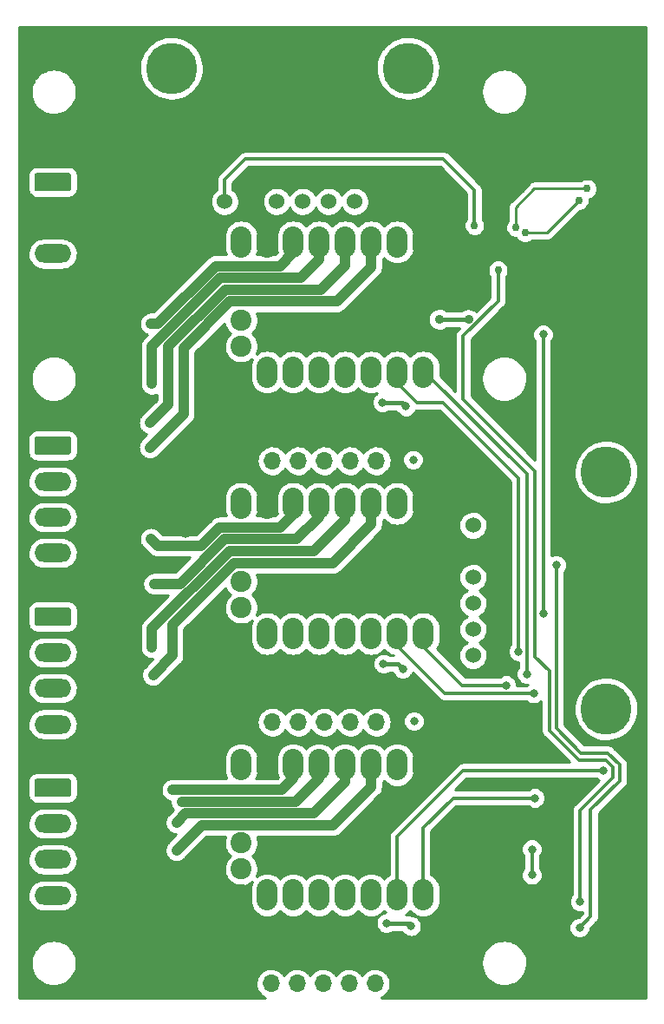
<source format=gbr>
G04 #@! TF.GenerationSoftware,KiCad,Pcbnew,(5.99.0-1438-g3759799d1)*
G04 #@! TF.CreationDate,2020-05-11T10:33:08+02:00*
G04 #@! TF.ProjectId,Uni_stick,556e695f-7374-4696-936b-2e6b69636164,rev?*
G04 #@! TF.SameCoordinates,Original*
G04 #@! TF.FileFunction,Copper,L2,Bot*
G04 #@! TF.FilePolarity,Positive*
%FSLAX46Y46*%
G04 Gerber Fmt 4.6, Leading zero omitted, Abs format (unit mm)*
G04 Created by KiCad (PCBNEW (5.99.0-1438-g3759799d1)) date 2020-05-11 10:33:08*
%MOMM*%
%LPD*%
G01*
G04 APERTURE LIST*
G04 #@! TA.AperFunction,ComponentPad*
%ADD10O,3.600000X1.800000*%
G04 #@! TD*
G04 #@! TA.AperFunction,ComponentPad*
%ADD11C,2.057400*%
G04 #@! TD*
G04 #@! TA.AperFunction,ComponentPad*
%ADD12O,2.032000X3.048000*%
G04 #@! TD*
G04 #@! TA.AperFunction,WasherPad*
%ADD13C,5.000000*%
G04 #@! TD*
G04 #@! TA.AperFunction,ComponentPad*
%ADD14C,1.524000*%
G04 #@! TD*
G04 #@! TA.AperFunction,ComponentPad*
%ADD15O,1.700000X1.700000*%
G04 #@! TD*
G04 #@! TA.AperFunction,ComponentPad*
%ADD16R,1.700000X1.700000*%
G04 #@! TD*
G04 #@! TA.AperFunction,ViaPad*
%ADD17C,0.750000*%
G04 #@! TD*
G04 #@! TA.AperFunction,ViaPad*
%ADD18C,0.800000*%
G04 #@! TD*
G04 #@! TA.AperFunction,ViaPad*
%ADD19C,1.000000*%
G04 #@! TD*
G04 #@! TA.AperFunction,ViaPad*
%ADD20C,0.900000*%
G04 #@! TD*
G04 #@! TA.AperFunction,Conductor*
%ADD21C,0.300000*%
G04 #@! TD*
G04 #@! TA.AperFunction,Conductor*
%ADD22C,0.400000*%
G04 #@! TD*
G04 #@! TA.AperFunction,Conductor*
%ADD23C,0.250000*%
G04 #@! TD*
G04 #@! TA.AperFunction,Conductor*
%ADD24C,0.800000*%
G04 #@! TD*
G04 #@! TA.AperFunction,Conductor*
%ADD25C,1.000000*%
G04 #@! TD*
G04 #@! TA.AperFunction,Conductor*
%ADD26C,0.254000*%
G04 #@! TD*
G04 APERTURE END LIST*
D10*
X97900000Y-61300000D03*
X97900000Y-57800000D03*
X97900000Y-54300000D03*
G04 #@! TA.AperFunction,ComponentPad*
G36*
G01*
X96350000Y-49900000D02*
X99450000Y-49900000D01*
G75*
G02*
X99700000Y-50150000I0J-250000D01*
G01*
X99700000Y-51450000D01*
G75*
G02*
X99450000Y-51700000I-250000J0D01*
G01*
X96350000Y-51700000D01*
G75*
G02*
X96100000Y-51450000I0J250000D01*
G01*
X96100000Y-50150000D01*
G75*
G02*
X96350000Y-49900000I250000J0D01*
G01*
G37*
G04 #@! TD.AperFunction*
X97900000Y-87000000D03*
X97900000Y-83500000D03*
X97900000Y-80000000D03*
G04 #@! TA.AperFunction,ComponentPad*
G36*
G01*
X96350000Y-75600000D02*
X99450000Y-75600000D01*
G75*
G02*
X99700000Y-75850000I0J-250000D01*
G01*
X99700000Y-77150000D01*
G75*
G02*
X99450000Y-77400000I-250000J0D01*
G01*
X96350000Y-77400000D01*
G75*
G02*
X96100000Y-77150000I0J250000D01*
G01*
X96100000Y-75850000D01*
G75*
G02*
X96350000Y-75600000I250000J0D01*
G01*
G37*
G04 #@! TD.AperFunction*
X97900000Y-103700000D03*
X97900000Y-100200000D03*
X97900000Y-96700000D03*
G04 #@! TA.AperFunction,ComponentPad*
G36*
G01*
X96350000Y-92300000D02*
X99450000Y-92300000D01*
G75*
G02*
X99700000Y-92550000I0J-250000D01*
G01*
X99700000Y-93850000D01*
G75*
G02*
X99450000Y-94100000I-250000J0D01*
G01*
X96350000Y-94100000D01*
G75*
G02*
X96100000Y-93850000I0J250000D01*
G01*
X96100000Y-92550000D01*
G75*
G02*
X96350000Y-92300000I250000J0D01*
G01*
G37*
G04 #@! TD.AperFunction*
X97900000Y-120400000D03*
X97900000Y-116900000D03*
X97900000Y-113400000D03*
G04 #@! TA.AperFunction,ComponentPad*
G36*
G01*
X96350000Y-109000000D02*
X99450000Y-109000000D01*
G75*
G02*
X99700000Y-109250000I0J-250000D01*
G01*
X99700000Y-110550000D01*
G75*
G02*
X99450000Y-110800000I-250000J0D01*
G01*
X96350000Y-110800000D01*
G75*
G02*
X96100000Y-110550000I0J250000D01*
G01*
X96100000Y-109250000D01*
G75*
G02*
X96350000Y-109000000I250000J0D01*
G01*
G37*
G04 #@! TD.AperFunction*
D11*
X116310000Y-115270000D03*
X116310000Y-117810000D03*
D12*
X134090000Y-120350000D03*
X131550000Y-120350000D03*
X129010000Y-120350000D03*
X126470000Y-120350000D03*
X123930000Y-120350000D03*
X121390000Y-120350000D03*
X118850000Y-120350000D03*
D11*
X116310000Y-120350000D03*
D12*
X116310000Y-107650000D03*
X118850000Y-107650000D03*
X121390000Y-107650000D03*
X123930000Y-107650000D03*
X126470000Y-107650000D03*
X129010000Y-107650000D03*
X131550000Y-107650000D03*
X134090000Y-107650000D03*
D11*
X116310000Y-64270000D03*
X116310000Y-66810000D03*
D12*
X134090000Y-69350000D03*
X131550000Y-69350000D03*
X129010000Y-69350000D03*
X126470000Y-69350000D03*
X123930000Y-69350000D03*
X121390000Y-69350000D03*
X118850000Y-69350000D03*
D11*
X116310000Y-69350000D03*
D12*
X116310000Y-56650000D03*
X118850000Y-56650000D03*
X121390000Y-56650000D03*
X123930000Y-56650000D03*
X126470000Y-56650000D03*
X129010000Y-56650000D03*
X131550000Y-56650000D03*
X134090000Y-56650000D03*
D11*
X116310000Y-89770000D03*
X116310000Y-92310000D03*
D12*
X134090000Y-94850000D03*
X131550000Y-94850000D03*
X129010000Y-94850000D03*
X126470000Y-94850000D03*
X123930000Y-94850000D03*
X121390000Y-94850000D03*
X118850000Y-94850000D03*
D11*
X116310000Y-94850000D03*
D12*
X116310000Y-82150000D03*
X118850000Y-82150000D03*
X121390000Y-82150000D03*
X123930000Y-82150000D03*
X126470000Y-82150000D03*
X129010000Y-82150000D03*
X131550000Y-82150000D03*
X134090000Y-82150000D03*
D13*
X151950000Y-79095000D03*
X151950000Y-102205000D03*
D14*
X138950000Y-84300000D03*
X138950000Y-86840000D03*
X138950000Y-89380000D03*
X138950000Y-91920000D03*
X138950000Y-94460000D03*
X138950000Y-97000000D03*
D15*
X129500000Y-78000000D03*
X126960000Y-78000000D03*
X124420000Y-78000000D03*
X121880000Y-78000000D03*
X119340000Y-78000000D03*
D16*
X116800000Y-78000000D03*
D15*
X129500000Y-103500000D03*
X126960000Y-103500000D03*
X124420000Y-103500000D03*
X121880000Y-103500000D03*
X119340000Y-103500000D03*
D16*
X116800000Y-103500000D03*
D15*
X129400000Y-129000000D03*
X126860000Y-129000000D03*
X124320000Y-129000000D03*
X121780000Y-129000000D03*
X119240000Y-129000000D03*
D16*
X116700000Y-129000000D03*
D13*
X109495000Y-39700000D03*
X132605000Y-39700000D03*
D14*
X114700000Y-52700000D03*
X117240000Y-52700000D03*
X119780000Y-52700000D03*
X122320000Y-52700000D03*
X124860000Y-52700000D03*
X127400000Y-52700000D03*
D17*
X139100000Y-55050000D03*
D18*
X125700000Y-126000000D03*
X121900000Y-126000000D03*
X117900000Y-126000000D03*
X125600000Y-75000000D03*
X121800000Y-75000000D03*
X118000000Y-75000000D03*
X133100000Y-77900000D03*
X134700000Y-77900000D03*
X134800000Y-103400000D03*
X133200000Y-103400000D03*
X125600000Y-100500000D03*
X121900000Y-100500000D03*
X118000000Y-100500000D03*
D19*
X104400000Y-87900000D03*
X104400000Y-93900000D03*
X104400000Y-68400000D03*
X104400000Y-62400000D03*
X104400000Y-113400000D03*
X104400000Y-119300000D03*
X110900000Y-85000000D03*
X110900000Y-59400000D03*
D18*
X130200000Y-97800000D03*
D19*
X151700000Y-123800000D03*
X153900000Y-122300000D03*
D18*
X144900000Y-100700000D03*
X136300000Y-86600000D03*
X150400000Y-73000000D03*
X145000000Y-110900000D03*
X151700000Y-108200000D03*
X144200000Y-98800000D03*
X143400000Y-96600000D03*
X149400000Y-121000000D03*
X144700000Y-115900000D03*
X144700000Y-118400000D03*
X142200000Y-99900000D03*
X145800000Y-92900000D03*
X145800000Y-65670000D03*
X147090000Y-88160000D03*
X149360000Y-123550000D03*
D19*
X136800000Y-52200000D03*
D17*
X136100000Y-59100000D03*
X141400000Y-59400000D03*
X148100000Y-57350000D03*
D19*
X147050000Y-41200000D03*
X144300000Y-48650000D03*
X140600000Y-52150000D03*
D17*
X152550000Y-58150000D03*
D20*
X143650000Y-60750000D03*
X135650000Y-64200000D03*
X138519669Y-64219669D03*
D17*
X140000000Y-62150000D03*
X143150000Y-55225000D03*
X149300000Y-52600000D03*
X144050000Y-55750000D03*
X150100000Y-51450000D03*
D19*
X109800000Y-108000000D03*
X109600000Y-110100000D03*
X110500000Y-111250000D03*
X110000000Y-113300000D03*
X110000000Y-116000000D03*
X107500000Y-85600000D03*
X107800000Y-90000000D03*
X107600000Y-96200000D03*
X107700000Y-98900000D03*
X107500000Y-64600000D03*
X107600000Y-70500000D03*
X107400000Y-74300000D03*
X107400000Y-76700000D03*
D20*
X147300000Y-58000000D03*
X146300000Y-57400000D03*
X143600000Y-51500000D03*
D18*
X132100000Y-98300000D03*
X132900000Y-123400000D03*
X130500000Y-123100000D03*
X130100000Y-72300000D03*
X132400000Y-72700000D03*
D21*
X139100000Y-55050000D02*
X139100000Y-51600000D01*
X114700000Y-50600000D02*
X114700000Y-52700000D01*
X136050000Y-48550000D02*
X116750000Y-48550000D01*
X139100000Y-51600000D02*
X136050000Y-48550000D01*
X116750000Y-48550000D02*
X114700000Y-50600000D01*
X134090000Y-96090000D02*
X137300000Y-99300000D01*
X134090000Y-94850000D02*
X134090000Y-96090000D01*
X131550000Y-96050000D02*
X136200000Y-100700000D01*
X131550000Y-94850000D02*
X131550000Y-96050000D01*
X144900000Y-100700000D02*
X136200000Y-100700000D01*
X134090000Y-113810000D02*
X134090000Y-120350000D01*
X137000000Y-110900000D02*
X134090000Y-113810000D01*
X145000000Y-110900000D02*
X137000000Y-110900000D01*
X131550000Y-114650000D02*
X131550000Y-120350000D01*
X138000000Y-108200000D02*
X131550000Y-114650000D01*
X151700000Y-108200000D02*
X138000000Y-108200000D01*
X144200000Y-79300000D02*
X134250000Y-69350000D01*
X134250000Y-69350000D02*
X134090000Y-69350000D01*
X144200000Y-98800000D02*
X144200000Y-79300000D01*
X131550000Y-70350000D02*
X131550000Y-69350000D01*
X133500000Y-72300000D02*
X131550000Y-70350000D01*
X143400000Y-79700000D02*
X136000000Y-72300000D01*
X136000000Y-72300000D02*
X133500000Y-72300000D01*
X143400000Y-96600000D02*
X143400000Y-79700000D01*
X145000000Y-79000000D02*
X145000000Y-97100000D01*
X145000000Y-97100000D02*
X146400000Y-98500000D01*
X138000000Y-67900000D02*
X138000000Y-72000000D01*
X149300000Y-107200000D02*
X151900000Y-107200000D01*
X151900000Y-107200000D02*
X152600000Y-107900000D01*
X146400000Y-104300000D02*
X149300000Y-107200000D01*
X146400000Y-98500000D02*
X146400000Y-104300000D01*
X138000000Y-72000000D02*
X145000000Y-79000000D01*
X152600000Y-108900000D02*
X149400000Y-112100000D01*
X152600000Y-107900000D02*
X152600000Y-108900000D01*
X149400000Y-112100000D02*
X149400000Y-121000000D01*
X144700000Y-118400000D02*
X144700000Y-115900000D01*
X142200000Y-99900000D02*
X137900000Y-99900000D01*
X137900000Y-99900000D02*
X137300000Y-99300000D01*
X145800000Y-92900000D02*
X145800000Y-77740000D01*
X145800000Y-77740000D02*
X145800000Y-65670000D01*
X153300000Y-107670000D02*
X153300000Y-109200000D01*
X149490000Y-106490000D02*
X152120000Y-106490000D01*
X147090000Y-104090000D02*
X149490000Y-106490000D01*
X153300000Y-109200000D02*
X150450000Y-112050000D01*
X152120000Y-106490000D02*
X153300000Y-107670000D01*
X147090000Y-88160000D02*
X147090000Y-104090000D01*
X150450000Y-112050000D02*
X150450000Y-122460000D01*
X150450000Y-122460000D02*
X149360000Y-123550000D01*
X141400000Y-62400000D02*
X141400000Y-59400000D01*
X138000000Y-65800000D02*
X141400000Y-62400000D01*
X138000000Y-67900000D02*
X138000000Y-65800000D01*
D22*
X138519669Y-64219669D02*
X135669669Y-64219669D01*
X135669669Y-64219669D02*
X135650000Y-64200000D01*
D23*
X146150000Y-55750000D02*
X149300000Y-52600000D01*
X144050000Y-55750000D02*
X146150000Y-55750000D01*
X146925000Y-51450000D02*
X150100000Y-51450000D01*
X144950000Y-51450000D02*
X146925000Y-51450000D01*
X143150000Y-53250000D02*
X144950000Y-51450000D01*
X143150000Y-55225000D02*
X143150000Y-53250000D01*
D24*
X121390000Y-107650000D02*
X121390000Y-108210000D01*
D25*
X121390000Y-109010000D02*
X120300000Y-110100000D01*
X120300000Y-110100000D02*
X109600000Y-110100000D01*
X121390000Y-107650000D02*
X121390000Y-109010000D01*
X110500010Y-111250010D02*
X110500000Y-111250000D01*
X123930000Y-108970000D02*
X121649990Y-111250010D01*
X123930000Y-107650000D02*
X123930000Y-108970000D01*
X121649990Y-111250010D02*
X110500010Y-111250010D01*
X126470000Y-107650000D02*
X126470000Y-109330000D01*
X123399980Y-112400020D02*
X110899980Y-112400020D01*
X110899980Y-112400020D02*
X110000000Y-113300000D01*
X126470000Y-109330000D02*
X123399980Y-112400020D01*
X129010000Y-107650000D02*
X129010000Y-109790000D01*
X129010000Y-109790000D02*
X125249970Y-113550030D01*
X112449970Y-113550030D02*
X110000000Y-116000000D01*
X125249970Y-113550030D02*
X112449970Y-113550030D01*
X112400000Y-86300000D02*
X108200000Y-86300000D01*
X108200000Y-86300000D02*
X107500000Y-85600000D01*
X110326358Y-90000000D02*
X107800000Y-90000000D01*
X107600000Y-94352716D02*
X107600000Y-96200000D01*
X114200000Y-84500000D02*
X112400000Y-86300000D01*
X120100000Y-84500000D02*
X114200000Y-84500000D01*
X121390000Y-83210000D02*
X120100000Y-84500000D01*
X121390000Y-82150000D02*
X121390000Y-83210000D01*
X114676348Y-85650010D02*
X110326358Y-90000000D01*
X121749990Y-85650010D02*
X114676348Y-85650010D01*
X123930000Y-82150000D02*
X123930000Y-83470000D01*
X123930000Y-83470000D02*
X121749990Y-85650010D01*
X115152696Y-86800020D02*
X107600000Y-94352716D01*
X126470000Y-82150000D02*
X126470000Y-83730000D01*
X123399980Y-86800020D02*
X115152696Y-86800020D01*
X126470000Y-83730000D02*
X123399980Y-86800020D01*
X129010000Y-82150000D02*
X129010000Y-84190000D01*
X125249970Y-87950030D02*
X115629044Y-87950030D01*
X129010000Y-84190000D02*
X125249970Y-87950030D01*
X109600000Y-93979074D02*
X109600000Y-97000000D01*
X115629044Y-87950030D02*
X109600000Y-93979074D01*
X109600000Y-97000000D02*
X107700000Y-98900000D01*
X121390000Y-56650000D02*
X121390000Y-57710000D01*
X121390000Y-57710000D02*
X120100000Y-59000000D01*
X108200000Y-64600000D02*
X107500000Y-64600000D01*
X120100000Y-59000000D02*
X113800000Y-59000000D01*
X113800000Y-59000000D02*
X108200000Y-64600000D01*
X114276348Y-60150010D02*
X107600000Y-66826358D01*
X122149990Y-60150010D02*
X114276348Y-60150010D01*
X107600000Y-66826358D02*
X107600000Y-70500000D01*
X123930000Y-56650000D02*
X123930000Y-58370000D01*
X123930000Y-58370000D02*
X122149990Y-60150010D01*
X126470000Y-58930000D02*
X124099980Y-61300020D01*
X124099980Y-61300020D02*
X114752696Y-61300020D01*
X126470000Y-56650000D02*
X126470000Y-58930000D01*
X114752696Y-61300020D02*
X109200000Y-66852716D01*
X109200000Y-72500000D02*
X107400000Y-74300000D01*
X109200000Y-66852716D02*
X109200000Y-72500000D01*
X110700000Y-66979074D02*
X110700000Y-73400000D01*
X125649970Y-62450030D02*
X115229044Y-62450030D01*
X129010000Y-56650000D02*
X129010000Y-59090000D01*
X129010000Y-59090000D02*
X125649970Y-62450030D01*
X110700000Y-73400000D02*
X107400000Y-76700000D01*
X115229044Y-62450030D02*
X110700000Y-66979074D01*
D22*
X131600000Y-97800000D02*
X132100000Y-98300000D01*
X130200000Y-97800000D02*
X131600000Y-97800000D01*
X132600000Y-123100000D02*
X132900000Y-123400000D01*
X130500000Y-123100000D02*
X132600000Y-123100000D01*
X132000000Y-72300000D02*
X132400000Y-72700000D01*
X130100000Y-72300000D02*
X132000000Y-72300000D01*
G36*
X155866001Y-130366000D02*
G01*
X129982524Y-130366000D01*
X130044387Y-130342253D01*
X130053991Y-130337600D01*
X130261330Y-130214491D01*
X130270012Y-130208286D01*
X130453645Y-130052004D01*
X130461158Y-130044424D01*
X130615833Y-129859435D01*
X130621962Y-129850698D01*
X130743256Y-129642294D01*
X130747825Y-129632650D01*
X130832272Y-129406787D01*
X130835151Y-129396511D01*
X130880392Y-129159351D01*
X130881507Y-129148128D01*
X130884077Y-128880341D01*
X130883178Y-128869099D01*
X130842499Y-128631114D01*
X130839817Y-128620784D01*
X130759723Y-128393343D01*
X130755339Y-128383612D01*
X130638067Y-128172916D01*
X130632107Y-128164064D01*
X130481013Y-127976140D01*
X130473647Y-127968417D01*
X130293049Y-127808638D01*
X130284486Y-127802267D01*
X130079549Y-127675202D01*
X130070036Y-127670365D01*
X129846619Y-127579645D01*
X129836427Y-127576480D01*
X129600919Y-127524700D01*
X129590340Y-127523298D01*
X129349475Y-127511939D01*
X129338809Y-127512339D01*
X129099474Y-127541727D01*
X129089030Y-127543918D01*
X128858068Y-127613210D01*
X128848142Y-127617130D01*
X128632155Y-127724346D01*
X128623032Y-127729882D01*
X128428199Y-127871957D01*
X128420138Y-127878952D01*
X128252029Y-128051822D01*
X128245263Y-128060074D01*
X128129229Y-128228903D01*
X128098067Y-128172916D01*
X128092107Y-128164064D01*
X127941013Y-127976140D01*
X127933647Y-127968417D01*
X127753049Y-127808638D01*
X127744486Y-127802267D01*
X127539549Y-127675202D01*
X127530036Y-127670365D01*
X127306619Y-127579645D01*
X127296427Y-127576480D01*
X127060919Y-127524700D01*
X127050340Y-127523298D01*
X126809475Y-127511939D01*
X126798809Y-127512339D01*
X126559474Y-127541727D01*
X126549030Y-127543918D01*
X126318068Y-127613210D01*
X126308142Y-127617130D01*
X126092155Y-127724346D01*
X126083032Y-127729882D01*
X125888199Y-127871957D01*
X125880138Y-127878952D01*
X125712029Y-128051822D01*
X125705263Y-128060074D01*
X125589229Y-128228903D01*
X125558067Y-128172916D01*
X125552107Y-128164064D01*
X125401013Y-127976140D01*
X125393647Y-127968417D01*
X125213049Y-127808638D01*
X125204486Y-127802267D01*
X124999549Y-127675202D01*
X124990036Y-127670365D01*
X124766619Y-127579645D01*
X124756427Y-127576480D01*
X124520919Y-127524700D01*
X124510340Y-127523298D01*
X124269475Y-127511939D01*
X124258809Y-127512339D01*
X124019474Y-127541727D01*
X124009030Y-127543918D01*
X123778068Y-127613210D01*
X123768142Y-127617130D01*
X123552155Y-127724346D01*
X123543032Y-127729882D01*
X123348199Y-127871957D01*
X123340138Y-127878952D01*
X123172029Y-128051822D01*
X123165263Y-128060074D01*
X123049229Y-128228903D01*
X123018067Y-128172916D01*
X123012107Y-128164064D01*
X122861013Y-127976140D01*
X122853647Y-127968417D01*
X122673049Y-127808638D01*
X122664486Y-127802267D01*
X122459549Y-127675202D01*
X122450036Y-127670365D01*
X122226619Y-127579645D01*
X122216427Y-127576480D01*
X121980919Y-127524700D01*
X121970340Y-127523298D01*
X121729475Y-127511939D01*
X121718809Y-127512339D01*
X121479474Y-127541727D01*
X121469030Y-127543918D01*
X121238068Y-127613210D01*
X121228142Y-127617130D01*
X121012155Y-127724346D01*
X121003032Y-127729882D01*
X120808199Y-127871957D01*
X120800138Y-127878952D01*
X120632029Y-128051822D01*
X120625263Y-128060074D01*
X120509229Y-128228903D01*
X120478067Y-128172916D01*
X120472107Y-128164064D01*
X120321013Y-127976140D01*
X120313647Y-127968417D01*
X120133049Y-127808638D01*
X120124486Y-127802267D01*
X119919549Y-127675202D01*
X119910036Y-127670365D01*
X119686619Y-127579645D01*
X119676427Y-127576480D01*
X119440919Y-127524700D01*
X119430340Y-127523298D01*
X119189475Y-127511939D01*
X119178809Y-127512339D01*
X118939474Y-127541727D01*
X118929030Y-127543918D01*
X118698068Y-127613210D01*
X118688142Y-127617130D01*
X118472155Y-127724346D01*
X118463032Y-127729882D01*
X118268199Y-127871957D01*
X118260138Y-127878952D01*
X118092029Y-128051822D01*
X118085263Y-128060074D01*
X117948683Y-128258798D01*
X117943403Y-128268073D01*
X117842260Y-128486968D01*
X117838618Y-128497000D01*
X117775802Y-128729807D01*
X117773903Y-128740309D01*
X117751211Y-128980372D01*
X117751109Y-128991043D01*
X117769188Y-129231497D01*
X117770885Y-129242034D01*
X117829221Y-129476005D01*
X117832669Y-129486104D01*
X117929591Y-129706900D01*
X117934692Y-129716275D01*
X118067430Y-129917584D01*
X118074038Y-129925965D01*
X118238798Y-130102032D01*
X118246722Y-130109180D01*
X118438792Y-130254968D01*
X118447808Y-130260679D01*
X118650130Y-130366000D01*
X94634000Y-130366000D01*
X94634000Y-127124598D01*
X95764541Y-127124598D01*
X95765035Y-127133164D01*
X95802133Y-127426832D01*
X95803785Y-127435252D01*
X95880397Y-127721168D01*
X95883176Y-127729285D01*
X95997881Y-128002159D01*
X96001736Y-128009824D01*
X96152413Y-128264606D01*
X96157273Y-128271677D01*
X96341134Y-128503652D01*
X96346909Y-128509998D01*
X96560551Y-128714873D01*
X96567133Y-128720377D01*
X96806605Y-128894363D01*
X96813873Y-128898922D01*
X97074740Y-129038798D01*
X97082560Y-129042329D01*
X97359998Y-129145507D01*
X97368224Y-129147944D01*
X97657098Y-129212514D01*
X97665579Y-129213812D01*
X97960543Y-129238581D01*
X97969122Y-129238716D01*
X98264718Y-129223225D01*
X98273236Y-129222194D01*
X98563996Y-129166728D01*
X98572295Y-129164551D01*
X98852836Y-129070138D01*
X98860762Y-129066855D01*
X99125895Y-128935242D01*
X99133303Y-128930914D01*
X99378121Y-128764536D01*
X99384873Y-128759242D01*
X99604846Y-128561178D01*
X99610816Y-128555016D01*
X99801873Y-128328930D01*
X99806953Y-128322015D01*
X99965559Y-128072093D01*
X99969653Y-128064553D01*
X100092873Y-127795417D01*
X100095905Y-127787391D01*
X100181459Y-127504022D01*
X100183375Y-127495659D01*
X100229731Y-127202974D01*
X100230505Y-127193766D01*
X100231229Y-127124598D01*
X139764541Y-127124598D01*
X139765035Y-127133164D01*
X139802133Y-127426832D01*
X139803785Y-127435252D01*
X139880397Y-127721168D01*
X139883176Y-127729285D01*
X139997881Y-128002159D01*
X140001736Y-128009824D01*
X140152413Y-128264606D01*
X140157273Y-128271677D01*
X140341134Y-128503652D01*
X140346909Y-128509998D01*
X140560551Y-128714873D01*
X140567133Y-128720377D01*
X140806605Y-128894363D01*
X140813873Y-128898922D01*
X141074740Y-129038798D01*
X141082560Y-129042329D01*
X141359998Y-129145507D01*
X141368224Y-129147944D01*
X141657098Y-129212514D01*
X141665579Y-129213812D01*
X141960543Y-129238581D01*
X141969122Y-129238716D01*
X142264718Y-129223225D01*
X142273236Y-129222194D01*
X142563996Y-129166728D01*
X142572295Y-129164551D01*
X142852836Y-129070138D01*
X142860762Y-129066855D01*
X143125895Y-128935242D01*
X143133303Y-128930914D01*
X143378121Y-128764536D01*
X143384873Y-128759242D01*
X143604846Y-128561178D01*
X143610816Y-128555016D01*
X143801873Y-128328930D01*
X143806953Y-128322015D01*
X143965559Y-128072093D01*
X143969653Y-128064553D01*
X144092873Y-127795417D01*
X144095905Y-127787391D01*
X144181459Y-127504022D01*
X144183375Y-127495659D01*
X144229731Y-127202974D01*
X144230505Y-127193766D01*
X144234073Y-126852988D01*
X144233493Y-126843766D01*
X144193276Y-126550176D01*
X144191536Y-126541774D01*
X144111936Y-126256675D01*
X144109072Y-126248588D01*
X143991515Y-125976930D01*
X143987580Y-125969306D01*
X143834243Y-125716116D01*
X143829309Y-125709096D01*
X143643029Y-125479060D01*
X143637188Y-125472775D01*
X143421412Y-125270147D01*
X143414772Y-125264713D01*
X143173493Y-125093244D01*
X143166177Y-125088761D01*
X142903859Y-124951625D01*
X142896003Y-124948176D01*
X142617500Y-124847909D01*
X142609248Y-124845558D01*
X142319715Y-124784016D01*
X142311220Y-124782807D01*
X142016013Y-124761128D01*
X142007433Y-124761083D01*
X141712015Y-124779669D01*
X141703508Y-124780789D01*
X141413346Y-124839297D01*
X141405070Y-124841561D01*
X141125533Y-124938905D01*
X141117641Y-124942272D01*
X140853901Y-125076654D01*
X140846539Y-125081060D01*
X140603476Y-125249992D01*
X140596781Y-125255357D01*
X140378894Y-125455713D01*
X140372988Y-125461937D01*
X140184309Y-125690011D01*
X140179302Y-125696979D01*
X140023323Y-125948549D01*
X140019308Y-125956131D01*
X139898912Y-126226543D01*
X139895964Y-126234601D01*
X139813382Y-126518850D01*
X139811554Y-126527233D01*
X139768313Y-126820059D01*
X139767640Y-126828613D01*
X139764541Y-127124598D01*
X100231229Y-127124598D01*
X100234073Y-126852988D01*
X100233493Y-126843766D01*
X100193276Y-126550176D01*
X100191536Y-126541774D01*
X100111936Y-126256675D01*
X100109072Y-126248588D01*
X99991515Y-125976930D01*
X99987580Y-125969306D01*
X99834243Y-125716116D01*
X99829309Y-125709096D01*
X99643029Y-125479060D01*
X99637188Y-125472775D01*
X99421412Y-125270147D01*
X99414772Y-125264713D01*
X99173493Y-125093244D01*
X99166177Y-125088761D01*
X98903859Y-124951625D01*
X98896003Y-124948176D01*
X98617500Y-124847909D01*
X98609248Y-124845558D01*
X98319715Y-124784016D01*
X98311220Y-124782807D01*
X98016013Y-124761128D01*
X98007433Y-124761083D01*
X97712015Y-124779669D01*
X97703508Y-124780789D01*
X97413346Y-124839297D01*
X97405070Y-124841561D01*
X97125533Y-124938905D01*
X97117641Y-124942272D01*
X96853901Y-125076654D01*
X96846539Y-125081060D01*
X96603476Y-125249992D01*
X96596781Y-125255357D01*
X96378894Y-125455713D01*
X96372988Y-125461937D01*
X96184309Y-125690011D01*
X96179302Y-125696979D01*
X96023323Y-125948549D01*
X96019308Y-125956131D01*
X95898912Y-126226543D01*
X95895964Y-126234601D01*
X95813382Y-126518850D01*
X95811554Y-126527233D01*
X95768313Y-126820059D01*
X95767640Y-126828613D01*
X95764541Y-127124598D01*
X94634000Y-127124598D01*
X94634000Y-120502185D01*
X95464563Y-120502185D01*
X95465285Y-120512502D01*
X95501870Y-120751589D01*
X95504267Y-120761649D01*
X95579410Y-120991552D01*
X95583418Y-121001086D01*
X95695101Y-121215628D01*
X95700612Y-121224379D01*
X95845836Y-121417800D01*
X95852703Y-121425534D01*
X96027567Y-121592637D01*
X96035604Y-121599146D01*
X96235414Y-121735446D01*
X96244406Y-121740554D01*
X96463794Y-121842391D01*
X96473499Y-121845962D01*
X96706945Y-121910702D01*
X96717874Y-121912718D01*
X96940056Y-121933720D01*
X96945988Y-121934000D01*
X98861272Y-121934000D01*
X98866437Y-121933788D01*
X99046229Y-121919007D01*
X99056431Y-121917318D01*
X99291015Y-121858394D01*
X99300805Y-121855061D01*
X99522616Y-121758616D01*
X99531731Y-121753729D01*
X99734810Y-121622350D01*
X99743003Y-121616040D01*
X99921899Y-121453257D01*
X99928952Y-121445694D01*
X100078859Y-121255879D01*
X100084582Y-121247266D01*
X100201473Y-121035517D01*
X100205713Y-121026084D01*
X100286451Y-120798085D01*
X100289093Y-120788087D01*
X100331509Y-120549965D01*
X100332482Y-120539669D01*
X100335437Y-120297815D01*
X100334715Y-120287498D01*
X100298130Y-120048411D01*
X100295733Y-120038351D01*
X100220590Y-119808448D01*
X100216582Y-119798914D01*
X100104899Y-119584372D01*
X100099388Y-119575621D01*
X99954164Y-119382200D01*
X99947297Y-119374466D01*
X99772433Y-119207363D01*
X99764396Y-119200854D01*
X99564586Y-119064554D01*
X99555594Y-119059446D01*
X99336206Y-118957609D01*
X99326501Y-118954038D01*
X99093055Y-118889298D01*
X99082126Y-118887282D01*
X98859944Y-118866280D01*
X98854012Y-118866000D01*
X96938728Y-118866000D01*
X96933563Y-118866212D01*
X96753771Y-118880993D01*
X96743569Y-118882682D01*
X96508985Y-118941606D01*
X96499195Y-118944939D01*
X96277384Y-119041384D01*
X96268269Y-119046271D01*
X96065190Y-119177650D01*
X96056997Y-119183960D01*
X95878101Y-119346743D01*
X95871048Y-119354306D01*
X95721141Y-119544121D01*
X95715418Y-119552734D01*
X95598527Y-119764483D01*
X95594287Y-119773916D01*
X95513549Y-120001915D01*
X95510907Y-120011913D01*
X95468491Y-120250035D01*
X95467518Y-120260331D01*
X95464563Y-120502185D01*
X94634000Y-120502185D01*
X94634000Y-117002185D01*
X95464563Y-117002185D01*
X95465285Y-117012502D01*
X95501870Y-117251589D01*
X95504267Y-117261649D01*
X95579410Y-117491552D01*
X95583418Y-117501086D01*
X95695101Y-117715628D01*
X95700612Y-117724379D01*
X95845836Y-117917800D01*
X95852703Y-117925534D01*
X96027567Y-118092637D01*
X96035604Y-118099146D01*
X96235414Y-118235446D01*
X96244406Y-118240554D01*
X96463794Y-118342391D01*
X96473499Y-118345962D01*
X96706945Y-118410702D01*
X96717874Y-118412718D01*
X96940056Y-118433720D01*
X96945988Y-118434000D01*
X98861272Y-118434000D01*
X98866437Y-118433788D01*
X99046229Y-118419007D01*
X99056431Y-118417318D01*
X99291015Y-118358394D01*
X99300805Y-118355061D01*
X99522616Y-118258616D01*
X99531731Y-118253729D01*
X99734810Y-118122350D01*
X99743003Y-118116040D01*
X99921899Y-117953257D01*
X99928952Y-117945694D01*
X100078859Y-117755879D01*
X100084582Y-117747266D01*
X100201473Y-117535517D01*
X100205713Y-117526084D01*
X100286451Y-117298085D01*
X100289093Y-117288087D01*
X100331509Y-117049965D01*
X100332482Y-117039669D01*
X100335437Y-116797815D01*
X100334715Y-116787498D01*
X100298130Y-116548411D01*
X100295733Y-116538351D01*
X100220590Y-116308448D01*
X100216582Y-116298914D01*
X100104899Y-116084372D01*
X100099388Y-116075621D01*
X99954164Y-115882200D01*
X99947297Y-115874466D01*
X99772433Y-115707363D01*
X99764396Y-115700854D01*
X99564586Y-115564554D01*
X99555594Y-115559446D01*
X99336206Y-115457609D01*
X99326501Y-115454038D01*
X99093055Y-115389298D01*
X99082126Y-115387282D01*
X98859944Y-115366280D01*
X98854012Y-115366000D01*
X96938728Y-115366000D01*
X96933563Y-115366212D01*
X96753771Y-115380993D01*
X96743569Y-115382682D01*
X96508985Y-115441606D01*
X96499195Y-115444939D01*
X96277384Y-115541384D01*
X96268269Y-115546271D01*
X96065190Y-115677650D01*
X96056997Y-115683960D01*
X95878101Y-115846743D01*
X95871048Y-115854306D01*
X95721141Y-116044121D01*
X95715418Y-116052734D01*
X95598527Y-116264483D01*
X95594287Y-116273916D01*
X95513549Y-116501915D01*
X95510907Y-116511913D01*
X95468491Y-116750035D01*
X95467518Y-116760331D01*
X95464563Y-117002185D01*
X94634000Y-117002185D01*
X94634000Y-113502185D01*
X95464563Y-113502185D01*
X95465285Y-113512502D01*
X95501870Y-113751589D01*
X95504267Y-113761649D01*
X95579410Y-113991552D01*
X95583418Y-114001086D01*
X95695101Y-114215628D01*
X95700612Y-114224379D01*
X95845836Y-114417800D01*
X95852703Y-114425534D01*
X96027567Y-114592637D01*
X96035604Y-114599146D01*
X96235414Y-114735446D01*
X96244406Y-114740554D01*
X96463794Y-114842391D01*
X96473499Y-114845962D01*
X96706945Y-114910702D01*
X96717874Y-114912718D01*
X96940056Y-114933720D01*
X96945988Y-114934000D01*
X98861272Y-114934000D01*
X98866437Y-114933788D01*
X99046229Y-114919007D01*
X99056431Y-114917318D01*
X99291015Y-114858394D01*
X99300805Y-114855061D01*
X99522616Y-114758616D01*
X99531731Y-114753729D01*
X99734810Y-114622350D01*
X99743003Y-114616040D01*
X99921899Y-114453257D01*
X99928952Y-114445694D01*
X100078859Y-114255879D01*
X100084582Y-114247266D01*
X100201473Y-114035517D01*
X100205713Y-114026084D01*
X100286451Y-113798085D01*
X100289093Y-113788087D01*
X100331509Y-113549965D01*
X100332482Y-113539669D01*
X100335437Y-113297815D01*
X100334715Y-113287498D01*
X100298130Y-113048411D01*
X100295733Y-113038351D01*
X100220590Y-112808448D01*
X100216582Y-112798914D01*
X100104899Y-112584372D01*
X100099388Y-112575621D01*
X99954164Y-112382200D01*
X99947297Y-112374466D01*
X99772433Y-112207363D01*
X99764396Y-112200854D01*
X99564586Y-112064554D01*
X99555594Y-112059446D01*
X99336206Y-111957609D01*
X99326501Y-111954038D01*
X99093055Y-111889298D01*
X99082126Y-111887282D01*
X98859944Y-111866280D01*
X98854012Y-111866000D01*
X96938728Y-111866000D01*
X96933563Y-111866212D01*
X96753771Y-111880993D01*
X96743569Y-111882682D01*
X96508985Y-111941606D01*
X96499195Y-111944939D01*
X96277384Y-112041384D01*
X96268269Y-112046271D01*
X96065190Y-112177650D01*
X96056997Y-112183960D01*
X95878101Y-112346743D01*
X95871048Y-112354306D01*
X95721141Y-112544121D01*
X95715418Y-112552734D01*
X95598527Y-112764483D01*
X95594287Y-112773916D01*
X95513549Y-113001915D01*
X95510907Y-113011913D01*
X95468491Y-113250035D01*
X95467518Y-113260331D01*
X95464563Y-113502185D01*
X94634000Y-113502185D01*
X94634000Y-109248071D01*
X95460776Y-109248071D01*
X95460776Y-110554183D01*
X95462220Y-110567613D01*
X95535255Y-110903353D01*
X95543885Y-110924187D01*
X95672696Y-111124620D01*
X95684499Y-111138241D01*
X95862849Y-111292783D01*
X95878011Y-111302527D01*
X96092677Y-111400561D01*
X96109970Y-111405639D01*
X96339094Y-111438582D01*
X96348071Y-111439224D01*
X99454183Y-111439224D01*
X99467613Y-111437780D01*
X99803353Y-111364745D01*
X99824187Y-111356115D01*
X100024620Y-111227304D01*
X100038241Y-111215501D01*
X100192783Y-111037151D01*
X100202527Y-111021989D01*
X100300561Y-110807323D01*
X100305639Y-110790030D01*
X100338582Y-110560906D01*
X100339224Y-110551929D01*
X100339224Y-109245817D01*
X100337780Y-109232387D01*
X100264745Y-108896647D01*
X100256115Y-108875813D01*
X100127304Y-108675380D01*
X100115501Y-108661759D01*
X99937151Y-108507217D01*
X99921989Y-108497473D01*
X99707323Y-108399439D01*
X99690030Y-108394361D01*
X99460906Y-108361418D01*
X99451929Y-108360776D01*
X96345817Y-108360776D01*
X96332387Y-108362220D01*
X95996647Y-108435255D01*
X95975813Y-108443885D01*
X95775380Y-108572696D01*
X95761759Y-108584499D01*
X95607217Y-108762849D01*
X95597473Y-108778011D01*
X95499439Y-108992677D01*
X95494361Y-109009970D01*
X95461418Y-109239094D01*
X95460776Y-109248071D01*
X94634000Y-109248071D01*
X94634000Y-103802185D01*
X95464563Y-103802185D01*
X95465285Y-103812502D01*
X95501870Y-104051589D01*
X95504267Y-104061649D01*
X95579410Y-104291552D01*
X95583418Y-104301086D01*
X95695101Y-104515628D01*
X95700612Y-104524379D01*
X95845836Y-104717800D01*
X95852703Y-104725534D01*
X96027567Y-104892637D01*
X96035604Y-104899146D01*
X96235414Y-105035446D01*
X96244406Y-105040554D01*
X96463794Y-105142391D01*
X96473499Y-105145962D01*
X96706945Y-105210702D01*
X96717874Y-105212718D01*
X96940056Y-105233720D01*
X96945988Y-105234000D01*
X98861272Y-105234000D01*
X98866437Y-105233788D01*
X99046229Y-105219007D01*
X99056431Y-105217318D01*
X99291015Y-105158394D01*
X99300805Y-105155061D01*
X99522616Y-105058616D01*
X99531731Y-105053729D01*
X99734810Y-104922350D01*
X99743003Y-104916040D01*
X99921899Y-104753257D01*
X99928952Y-104745694D01*
X100078859Y-104555879D01*
X100084582Y-104547266D01*
X100201473Y-104335517D01*
X100205713Y-104326084D01*
X100286451Y-104098085D01*
X100289093Y-104088087D01*
X100331509Y-103849965D01*
X100332482Y-103839669D01*
X100335437Y-103597815D01*
X100334715Y-103587498D01*
X100319956Y-103491043D01*
X117851109Y-103491043D01*
X117869188Y-103731497D01*
X117870885Y-103742034D01*
X117929221Y-103976005D01*
X117932669Y-103986104D01*
X118029591Y-104206900D01*
X118034692Y-104216275D01*
X118167430Y-104417584D01*
X118174038Y-104425965D01*
X118338798Y-104602032D01*
X118346722Y-104609180D01*
X118538792Y-104754968D01*
X118547808Y-104760679D01*
X118761696Y-104872021D01*
X118771545Y-104876131D01*
X119001134Y-104949844D01*
X119011535Y-104952236D01*
X119250262Y-104986212D01*
X119260917Y-104986817D01*
X119501956Y-104980084D01*
X119512561Y-104978885D01*
X119749019Y-104931636D01*
X119759270Y-104928667D01*
X119984387Y-104842253D01*
X119993991Y-104837600D01*
X120201330Y-104714491D01*
X120210012Y-104708286D01*
X120393645Y-104552004D01*
X120401158Y-104544424D01*
X120555833Y-104359435D01*
X120561962Y-104350698D01*
X120609486Y-104269043D01*
X120707430Y-104417584D01*
X120714038Y-104425965D01*
X120878798Y-104602032D01*
X120886722Y-104609180D01*
X121078792Y-104754968D01*
X121087808Y-104760679D01*
X121301696Y-104872021D01*
X121311545Y-104876131D01*
X121541134Y-104949844D01*
X121551535Y-104952236D01*
X121790262Y-104986212D01*
X121800917Y-104986817D01*
X122041956Y-104980084D01*
X122052561Y-104978885D01*
X122289019Y-104931636D01*
X122299270Y-104928667D01*
X122524387Y-104842253D01*
X122533991Y-104837600D01*
X122741330Y-104714491D01*
X122750012Y-104708286D01*
X122933645Y-104552004D01*
X122941158Y-104544424D01*
X123095833Y-104359435D01*
X123101962Y-104350698D01*
X123149486Y-104269043D01*
X123247430Y-104417584D01*
X123254038Y-104425965D01*
X123418798Y-104602032D01*
X123426722Y-104609180D01*
X123618792Y-104754968D01*
X123627808Y-104760679D01*
X123841696Y-104872021D01*
X123851545Y-104876131D01*
X124081134Y-104949844D01*
X124091535Y-104952236D01*
X124330262Y-104986212D01*
X124340917Y-104986817D01*
X124581956Y-104980084D01*
X124592561Y-104978885D01*
X124829019Y-104931636D01*
X124839270Y-104928667D01*
X125064387Y-104842253D01*
X125073991Y-104837600D01*
X125281330Y-104714491D01*
X125290012Y-104708286D01*
X125473645Y-104552004D01*
X125481158Y-104544424D01*
X125635833Y-104359435D01*
X125641962Y-104350698D01*
X125689486Y-104269043D01*
X125787430Y-104417584D01*
X125794038Y-104425965D01*
X125958798Y-104602032D01*
X125966722Y-104609180D01*
X126158792Y-104754968D01*
X126167808Y-104760679D01*
X126381696Y-104872021D01*
X126391545Y-104876131D01*
X126621134Y-104949844D01*
X126631535Y-104952236D01*
X126870262Y-104986212D01*
X126880917Y-104986817D01*
X127121956Y-104980084D01*
X127132561Y-104978885D01*
X127369019Y-104931636D01*
X127379270Y-104928667D01*
X127604387Y-104842253D01*
X127613991Y-104837600D01*
X127821330Y-104714491D01*
X127830012Y-104708286D01*
X128013645Y-104552004D01*
X128021158Y-104544424D01*
X128175833Y-104359435D01*
X128181962Y-104350698D01*
X128229486Y-104269043D01*
X128327430Y-104417584D01*
X128334038Y-104425965D01*
X128498798Y-104602032D01*
X128506722Y-104609180D01*
X128698792Y-104754968D01*
X128707808Y-104760679D01*
X128921696Y-104872021D01*
X128931545Y-104876131D01*
X129161134Y-104949844D01*
X129171535Y-104952236D01*
X129410262Y-104986212D01*
X129420917Y-104986817D01*
X129661956Y-104980084D01*
X129672561Y-104978885D01*
X129909019Y-104931636D01*
X129919270Y-104928667D01*
X130144387Y-104842253D01*
X130153991Y-104837600D01*
X130361330Y-104714491D01*
X130370012Y-104708286D01*
X130553645Y-104552004D01*
X130561158Y-104544424D01*
X130715833Y-104359435D01*
X130721962Y-104350698D01*
X130843256Y-104142294D01*
X130847825Y-104132650D01*
X130932272Y-103906787D01*
X130935151Y-103896511D01*
X130980392Y-103659351D01*
X130981507Y-103648128D01*
X130984077Y-103380341D01*
X130983178Y-103369099D01*
X130966571Y-103271938D01*
X132164000Y-103271938D01*
X132164000Y-103528062D01*
X132166156Y-103544438D01*
X132232446Y-103791835D01*
X132238767Y-103807095D01*
X132366829Y-104028905D01*
X132376884Y-104042009D01*
X132557991Y-104223116D01*
X132571095Y-104233171D01*
X132792905Y-104361233D01*
X132808165Y-104367554D01*
X133055562Y-104433844D01*
X133071938Y-104436000D01*
X133328062Y-104436000D01*
X133344438Y-104433844D01*
X133591835Y-104367554D01*
X133607095Y-104361233D01*
X133828905Y-104233171D01*
X133842009Y-104223116D01*
X134023116Y-104042009D01*
X134033171Y-104028905D01*
X134161233Y-103807095D01*
X134167554Y-103791835D01*
X134233844Y-103544438D01*
X134236000Y-103528062D01*
X134236000Y-103271938D01*
X134233844Y-103255562D01*
X134167554Y-103008165D01*
X134161233Y-102992905D01*
X134033171Y-102771095D01*
X134023116Y-102757991D01*
X133842009Y-102576884D01*
X133828905Y-102566829D01*
X133607095Y-102438767D01*
X133591835Y-102432446D01*
X133344438Y-102366156D01*
X133328062Y-102364000D01*
X133071938Y-102364000D01*
X133055562Y-102366156D01*
X132808165Y-102432446D01*
X132792905Y-102438767D01*
X132571095Y-102566829D01*
X132557991Y-102576884D01*
X132376884Y-102757991D01*
X132366829Y-102771095D01*
X132238767Y-102992905D01*
X132232446Y-103008165D01*
X132166156Y-103255562D01*
X132164000Y-103271938D01*
X130966571Y-103271938D01*
X130942499Y-103131114D01*
X130939817Y-103120784D01*
X130859723Y-102893343D01*
X130855339Y-102883612D01*
X130738067Y-102672916D01*
X130732107Y-102664064D01*
X130581013Y-102476140D01*
X130573647Y-102468417D01*
X130393049Y-102308638D01*
X130384486Y-102302267D01*
X130179549Y-102175202D01*
X130170036Y-102170365D01*
X129946619Y-102079645D01*
X129936427Y-102076480D01*
X129700919Y-102024700D01*
X129690340Y-102023298D01*
X129449475Y-102011939D01*
X129438809Y-102012339D01*
X129199474Y-102041727D01*
X129189030Y-102043918D01*
X128958068Y-102113210D01*
X128948142Y-102117130D01*
X128732155Y-102224346D01*
X128723032Y-102229882D01*
X128528199Y-102371957D01*
X128520138Y-102378952D01*
X128352029Y-102551822D01*
X128345263Y-102560074D01*
X128229229Y-102728903D01*
X128198067Y-102672916D01*
X128192107Y-102664064D01*
X128041013Y-102476140D01*
X128033647Y-102468417D01*
X127853049Y-102308638D01*
X127844486Y-102302267D01*
X127639549Y-102175202D01*
X127630036Y-102170365D01*
X127406619Y-102079645D01*
X127396427Y-102076480D01*
X127160919Y-102024700D01*
X127150340Y-102023298D01*
X126909475Y-102011939D01*
X126898809Y-102012339D01*
X126659474Y-102041727D01*
X126649030Y-102043918D01*
X126418068Y-102113210D01*
X126408142Y-102117130D01*
X126192155Y-102224346D01*
X126183032Y-102229882D01*
X125988199Y-102371957D01*
X125980138Y-102378952D01*
X125812029Y-102551822D01*
X125805263Y-102560074D01*
X125689229Y-102728903D01*
X125658067Y-102672916D01*
X125652107Y-102664064D01*
X125501013Y-102476140D01*
X125493647Y-102468417D01*
X125313049Y-102308638D01*
X125304486Y-102302267D01*
X125099549Y-102175202D01*
X125090036Y-102170365D01*
X124866619Y-102079645D01*
X124856427Y-102076480D01*
X124620919Y-102024700D01*
X124610340Y-102023298D01*
X124369475Y-102011939D01*
X124358809Y-102012339D01*
X124119474Y-102041727D01*
X124109030Y-102043918D01*
X123878068Y-102113210D01*
X123868142Y-102117130D01*
X123652155Y-102224346D01*
X123643032Y-102229882D01*
X123448199Y-102371957D01*
X123440138Y-102378952D01*
X123272029Y-102551822D01*
X123265263Y-102560074D01*
X123149229Y-102728903D01*
X123118067Y-102672916D01*
X123112107Y-102664064D01*
X122961013Y-102476140D01*
X122953647Y-102468417D01*
X122773049Y-102308638D01*
X122764486Y-102302267D01*
X122559549Y-102175202D01*
X122550036Y-102170365D01*
X122326619Y-102079645D01*
X122316427Y-102076480D01*
X122080919Y-102024700D01*
X122070340Y-102023298D01*
X121829475Y-102011939D01*
X121818809Y-102012339D01*
X121579474Y-102041727D01*
X121569030Y-102043918D01*
X121338068Y-102113210D01*
X121328142Y-102117130D01*
X121112155Y-102224346D01*
X121103032Y-102229882D01*
X120908199Y-102371957D01*
X120900138Y-102378952D01*
X120732029Y-102551822D01*
X120725263Y-102560074D01*
X120609229Y-102728903D01*
X120578067Y-102672916D01*
X120572107Y-102664064D01*
X120421013Y-102476140D01*
X120413647Y-102468417D01*
X120233049Y-102308638D01*
X120224486Y-102302267D01*
X120019549Y-102175202D01*
X120010036Y-102170365D01*
X119786619Y-102079645D01*
X119776427Y-102076480D01*
X119540919Y-102024700D01*
X119530340Y-102023298D01*
X119289475Y-102011939D01*
X119278809Y-102012339D01*
X119039474Y-102041727D01*
X119029030Y-102043918D01*
X118798068Y-102113210D01*
X118788142Y-102117130D01*
X118572155Y-102224346D01*
X118563032Y-102229882D01*
X118368199Y-102371957D01*
X118360138Y-102378952D01*
X118192029Y-102551822D01*
X118185263Y-102560074D01*
X118048683Y-102758798D01*
X118043403Y-102768073D01*
X117942260Y-102986968D01*
X117938618Y-102997000D01*
X117875802Y-103229807D01*
X117873903Y-103240309D01*
X117851211Y-103480372D01*
X117851109Y-103491043D01*
X100319956Y-103491043D01*
X100298130Y-103348411D01*
X100295733Y-103338351D01*
X100220590Y-103108448D01*
X100216582Y-103098914D01*
X100104899Y-102884372D01*
X100099388Y-102875621D01*
X99954164Y-102682200D01*
X99947297Y-102674466D01*
X99772433Y-102507363D01*
X99764396Y-102500854D01*
X99564586Y-102364554D01*
X99555594Y-102359446D01*
X99336206Y-102257609D01*
X99326501Y-102254038D01*
X99093055Y-102189298D01*
X99082126Y-102187282D01*
X98859944Y-102166280D01*
X98854012Y-102166000D01*
X96938728Y-102166000D01*
X96933563Y-102166212D01*
X96753771Y-102180993D01*
X96743569Y-102182682D01*
X96508985Y-102241606D01*
X96499195Y-102244939D01*
X96277384Y-102341384D01*
X96268269Y-102346271D01*
X96065190Y-102477650D01*
X96056997Y-102483960D01*
X95878101Y-102646743D01*
X95871048Y-102654306D01*
X95721141Y-102844121D01*
X95715418Y-102852734D01*
X95598527Y-103064483D01*
X95594287Y-103073916D01*
X95513549Y-103301915D01*
X95510907Y-103311913D01*
X95468491Y-103550035D01*
X95467518Y-103560331D01*
X95464563Y-103802185D01*
X94634000Y-103802185D01*
X94634000Y-100302185D01*
X95464563Y-100302185D01*
X95465285Y-100312502D01*
X95501870Y-100551589D01*
X95504267Y-100561649D01*
X95579410Y-100791552D01*
X95583418Y-100801086D01*
X95695101Y-101015628D01*
X95700612Y-101024379D01*
X95845836Y-101217800D01*
X95852703Y-101225534D01*
X96027567Y-101392637D01*
X96035604Y-101399146D01*
X96235414Y-101535446D01*
X96244406Y-101540554D01*
X96463794Y-101642391D01*
X96473499Y-101645962D01*
X96706945Y-101710702D01*
X96717874Y-101712718D01*
X96940056Y-101733720D01*
X96945988Y-101734000D01*
X98861272Y-101734000D01*
X98866437Y-101733788D01*
X99046229Y-101719007D01*
X99056431Y-101717318D01*
X99291015Y-101658394D01*
X99300805Y-101655061D01*
X99522616Y-101558616D01*
X99531731Y-101553729D01*
X99734810Y-101422350D01*
X99743003Y-101416040D01*
X99921899Y-101253257D01*
X99928952Y-101245694D01*
X100078859Y-101055879D01*
X100084582Y-101047266D01*
X100201473Y-100835517D01*
X100205713Y-100826084D01*
X100286451Y-100598085D01*
X100289093Y-100588087D01*
X100331509Y-100349965D01*
X100332482Y-100339669D01*
X100335437Y-100097815D01*
X100334715Y-100087498D01*
X100298130Y-99848411D01*
X100295733Y-99838351D01*
X100220590Y-99608448D01*
X100216582Y-99598914D01*
X100104899Y-99384372D01*
X100099388Y-99375621D01*
X99954164Y-99182200D01*
X99947297Y-99174466D01*
X99772433Y-99007363D01*
X99764396Y-99000854D01*
X99564586Y-98864554D01*
X99555594Y-98859446D01*
X99336206Y-98757609D01*
X99326501Y-98754038D01*
X99093055Y-98689298D01*
X99082126Y-98687282D01*
X98859944Y-98666280D01*
X98854012Y-98666000D01*
X96938728Y-98666000D01*
X96933563Y-98666212D01*
X96753771Y-98680993D01*
X96743569Y-98682682D01*
X96508985Y-98741606D01*
X96499195Y-98744939D01*
X96277384Y-98841384D01*
X96268269Y-98846271D01*
X96065190Y-98977650D01*
X96056997Y-98983960D01*
X95878101Y-99146743D01*
X95871048Y-99154306D01*
X95721141Y-99344121D01*
X95715418Y-99352734D01*
X95598527Y-99564483D01*
X95594287Y-99573916D01*
X95513549Y-99801915D01*
X95510907Y-99811913D01*
X95468491Y-100050035D01*
X95467518Y-100060331D01*
X95464563Y-100302185D01*
X94634000Y-100302185D01*
X94634000Y-96802185D01*
X95464563Y-96802185D01*
X95465285Y-96812502D01*
X95501870Y-97051589D01*
X95504267Y-97061649D01*
X95579410Y-97291552D01*
X95583418Y-97301086D01*
X95695101Y-97515628D01*
X95700612Y-97524379D01*
X95845836Y-97717800D01*
X95852703Y-97725534D01*
X96027567Y-97892637D01*
X96035604Y-97899146D01*
X96235414Y-98035446D01*
X96244406Y-98040554D01*
X96463794Y-98142391D01*
X96473499Y-98145962D01*
X96706945Y-98210702D01*
X96717874Y-98212718D01*
X96940056Y-98233720D01*
X96945988Y-98234000D01*
X98861272Y-98234000D01*
X98866437Y-98233788D01*
X99046229Y-98219007D01*
X99056431Y-98217318D01*
X99291015Y-98158394D01*
X99300805Y-98155061D01*
X99522616Y-98058616D01*
X99531731Y-98053729D01*
X99734810Y-97922350D01*
X99743003Y-97916040D01*
X99921899Y-97753257D01*
X99928952Y-97745694D01*
X100078859Y-97555879D01*
X100084582Y-97547266D01*
X100201473Y-97335517D01*
X100205713Y-97326084D01*
X100286451Y-97098085D01*
X100289093Y-97088087D01*
X100331509Y-96849965D01*
X100332482Y-96839669D01*
X100335437Y-96597815D01*
X100334715Y-96587498D01*
X100298130Y-96348411D01*
X100295733Y-96338351D01*
X100220590Y-96108448D01*
X100216582Y-96098914D01*
X100104899Y-95884372D01*
X100099388Y-95875621D01*
X99954164Y-95682200D01*
X99947297Y-95674466D01*
X99772433Y-95507363D01*
X99764396Y-95500854D01*
X99564586Y-95364554D01*
X99555594Y-95359446D01*
X99336206Y-95257609D01*
X99326501Y-95254038D01*
X99093055Y-95189298D01*
X99082126Y-95187282D01*
X98859944Y-95166280D01*
X98854012Y-95166000D01*
X96938728Y-95166000D01*
X96933563Y-95166212D01*
X96753771Y-95180993D01*
X96743569Y-95182682D01*
X96508985Y-95241606D01*
X96499195Y-95244939D01*
X96277384Y-95341384D01*
X96268269Y-95346271D01*
X96065190Y-95477650D01*
X96056997Y-95483960D01*
X95878101Y-95646743D01*
X95871048Y-95654306D01*
X95721141Y-95844121D01*
X95715418Y-95852734D01*
X95598527Y-96064483D01*
X95594287Y-96073916D01*
X95513549Y-96301915D01*
X95510907Y-96311913D01*
X95468491Y-96550035D01*
X95467518Y-96560331D01*
X95464563Y-96802185D01*
X94634000Y-96802185D01*
X94634000Y-92548071D01*
X95460776Y-92548071D01*
X95460776Y-93854183D01*
X95462220Y-93867613D01*
X95535255Y-94203353D01*
X95543885Y-94224187D01*
X95672696Y-94424620D01*
X95684499Y-94438241D01*
X95862849Y-94592783D01*
X95878011Y-94602527D01*
X96092677Y-94700561D01*
X96109970Y-94705639D01*
X96339094Y-94738582D01*
X96348071Y-94739224D01*
X99454183Y-94739224D01*
X99467613Y-94737780D01*
X99803353Y-94664745D01*
X99824187Y-94656115D01*
X100024620Y-94527304D01*
X100038241Y-94515501D01*
X100192783Y-94337151D01*
X100202527Y-94321989D01*
X100300561Y-94107323D01*
X100305639Y-94090030D01*
X100338582Y-93860906D01*
X100339224Y-93851929D01*
X100339224Y-92545817D01*
X100337780Y-92532387D01*
X100264745Y-92196647D01*
X100256115Y-92175813D01*
X100127304Y-91975380D01*
X100115501Y-91961759D01*
X99937151Y-91807217D01*
X99921989Y-91797473D01*
X99707323Y-91699439D01*
X99690030Y-91694361D01*
X99460906Y-91661418D01*
X99451929Y-91660776D01*
X96345817Y-91660776D01*
X96332387Y-91662220D01*
X95996647Y-91735255D01*
X95975813Y-91743885D01*
X95775380Y-91872696D01*
X95761759Y-91884499D01*
X95607217Y-92062849D01*
X95597473Y-92078011D01*
X95499439Y-92292677D01*
X95494361Y-92309970D01*
X95461418Y-92539094D01*
X95460776Y-92548071D01*
X94634000Y-92548071D01*
X94634000Y-87102185D01*
X95464563Y-87102185D01*
X95465285Y-87112502D01*
X95501870Y-87351589D01*
X95504267Y-87361649D01*
X95579410Y-87591552D01*
X95583418Y-87601086D01*
X95695101Y-87815628D01*
X95700612Y-87824379D01*
X95845836Y-88017800D01*
X95852703Y-88025534D01*
X96027567Y-88192637D01*
X96035604Y-88199146D01*
X96235414Y-88335446D01*
X96244406Y-88340554D01*
X96463794Y-88442391D01*
X96473499Y-88445962D01*
X96706945Y-88510702D01*
X96717874Y-88512718D01*
X96940056Y-88533720D01*
X96945988Y-88534000D01*
X98861272Y-88534000D01*
X98866437Y-88533788D01*
X99046229Y-88519007D01*
X99056431Y-88517318D01*
X99291015Y-88458394D01*
X99300805Y-88455061D01*
X99522616Y-88358616D01*
X99531731Y-88353729D01*
X99734810Y-88222350D01*
X99743003Y-88216040D01*
X99921899Y-88053257D01*
X99928952Y-88045694D01*
X100078859Y-87855879D01*
X100084582Y-87847266D01*
X100201473Y-87635517D01*
X100205713Y-87626084D01*
X100286451Y-87398085D01*
X100289093Y-87388087D01*
X100331509Y-87149965D01*
X100332482Y-87139669D01*
X100335437Y-86897815D01*
X100334715Y-86887498D01*
X100298130Y-86648411D01*
X100295733Y-86638351D01*
X100220590Y-86408448D01*
X100216582Y-86398914D01*
X100104899Y-86184372D01*
X100099388Y-86175621D01*
X99954164Y-85982200D01*
X99947297Y-85974466D01*
X99772433Y-85807363D01*
X99764396Y-85800854D01*
X99564586Y-85664554D01*
X99555594Y-85659446D01*
X99336206Y-85557609D01*
X99326501Y-85554038D01*
X99093055Y-85489298D01*
X99082126Y-85487282D01*
X98859944Y-85466280D01*
X98854012Y-85466000D01*
X96938728Y-85466000D01*
X96933563Y-85466212D01*
X96753771Y-85480993D01*
X96743569Y-85482682D01*
X96508985Y-85541606D01*
X96499195Y-85544939D01*
X96277384Y-85641384D01*
X96268269Y-85646271D01*
X96065190Y-85777650D01*
X96056997Y-85783960D01*
X95878101Y-85946743D01*
X95871048Y-85954306D01*
X95721141Y-86144121D01*
X95715418Y-86152734D01*
X95598527Y-86364483D01*
X95594287Y-86373916D01*
X95513549Y-86601915D01*
X95510907Y-86611913D01*
X95468491Y-86850035D01*
X95467518Y-86860331D01*
X95464563Y-87102185D01*
X94634000Y-87102185D01*
X94634000Y-83602185D01*
X95464563Y-83602185D01*
X95465285Y-83612502D01*
X95501870Y-83851589D01*
X95504267Y-83861649D01*
X95579410Y-84091552D01*
X95583418Y-84101086D01*
X95695101Y-84315628D01*
X95700612Y-84324379D01*
X95845836Y-84517800D01*
X95852703Y-84525534D01*
X96027567Y-84692637D01*
X96035604Y-84699146D01*
X96235414Y-84835446D01*
X96244406Y-84840554D01*
X96463794Y-84942391D01*
X96473499Y-84945962D01*
X96706945Y-85010702D01*
X96717874Y-85012718D01*
X96940056Y-85033720D01*
X96945988Y-85034000D01*
X98861272Y-85034000D01*
X98866437Y-85033788D01*
X99046229Y-85019007D01*
X99056431Y-85017318D01*
X99291015Y-84958394D01*
X99300805Y-84955061D01*
X99522616Y-84858616D01*
X99531731Y-84853729D01*
X99734810Y-84722350D01*
X99743003Y-84716040D01*
X99921899Y-84553257D01*
X99928952Y-84545694D01*
X100078859Y-84355879D01*
X100084582Y-84347266D01*
X100201473Y-84135517D01*
X100205713Y-84126084D01*
X100286451Y-83898085D01*
X100289093Y-83888087D01*
X100331509Y-83649965D01*
X100332482Y-83639669D01*
X100335437Y-83397815D01*
X100334715Y-83387498D01*
X100298130Y-83148411D01*
X100295733Y-83138351D01*
X100220590Y-82908448D01*
X100216582Y-82898914D01*
X100104899Y-82684372D01*
X100099388Y-82675621D01*
X99954164Y-82482200D01*
X99947297Y-82474466D01*
X99772433Y-82307363D01*
X99764396Y-82300854D01*
X99564586Y-82164554D01*
X99555594Y-82159446D01*
X99336206Y-82057609D01*
X99326501Y-82054038D01*
X99093055Y-81989298D01*
X99082126Y-81987282D01*
X98859944Y-81966280D01*
X98854012Y-81966000D01*
X96938728Y-81966000D01*
X96933563Y-81966212D01*
X96753771Y-81980993D01*
X96743569Y-81982682D01*
X96508985Y-82041606D01*
X96499195Y-82044939D01*
X96277384Y-82141384D01*
X96268269Y-82146271D01*
X96065190Y-82277650D01*
X96056997Y-82283960D01*
X95878101Y-82446743D01*
X95871048Y-82454306D01*
X95721141Y-82644121D01*
X95715418Y-82652734D01*
X95598527Y-82864483D01*
X95594287Y-82873916D01*
X95513549Y-83101915D01*
X95510907Y-83111913D01*
X95468491Y-83350035D01*
X95467518Y-83360331D01*
X95464563Y-83602185D01*
X94634000Y-83602185D01*
X94634000Y-80102185D01*
X95464563Y-80102185D01*
X95465285Y-80112502D01*
X95501870Y-80351589D01*
X95504267Y-80361649D01*
X95579410Y-80591552D01*
X95583418Y-80601086D01*
X95695101Y-80815628D01*
X95700612Y-80824379D01*
X95845836Y-81017800D01*
X95852703Y-81025534D01*
X96027567Y-81192637D01*
X96035604Y-81199146D01*
X96235414Y-81335446D01*
X96244406Y-81340554D01*
X96463794Y-81442391D01*
X96473499Y-81445962D01*
X96706945Y-81510702D01*
X96717874Y-81512718D01*
X96940056Y-81533720D01*
X96945988Y-81534000D01*
X98861272Y-81534000D01*
X98866437Y-81533788D01*
X99046229Y-81519007D01*
X99056431Y-81517318D01*
X99291015Y-81458394D01*
X99300805Y-81455061D01*
X99522616Y-81358616D01*
X99531731Y-81353729D01*
X99734810Y-81222350D01*
X99743003Y-81216040D01*
X99921899Y-81053257D01*
X99928952Y-81045694D01*
X100078859Y-80855879D01*
X100084582Y-80847266D01*
X100201473Y-80635517D01*
X100205713Y-80626084D01*
X100286451Y-80398085D01*
X100289093Y-80388087D01*
X100331509Y-80149965D01*
X100332482Y-80139669D01*
X100335437Y-79897815D01*
X100334715Y-79887498D01*
X100298130Y-79648411D01*
X100295733Y-79638351D01*
X100220590Y-79408448D01*
X100216582Y-79398914D01*
X100104899Y-79184372D01*
X100099388Y-79175621D01*
X99954164Y-78982200D01*
X99947297Y-78974466D01*
X99772433Y-78807363D01*
X99764396Y-78800854D01*
X99564586Y-78664554D01*
X99555594Y-78659446D01*
X99336206Y-78557609D01*
X99326501Y-78554038D01*
X99093055Y-78489298D01*
X99082126Y-78487282D01*
X98859944Y-78466280D01*
X98854012Y-78466000D01*
X96938728Y-78466000D01*
X96933563Y-78466212D01*
X96753771Y-78480993D01*
X96743569Y-78482682D01*
X96508985Y-78541606D01*
X96499195Y-78544939D01*
X96277384Y-78641384D01*
X96268269Y-78646271D01*
X96065190Y-78777650D01*
X96056997Y-78783960D01*
X95878101Y-78946743D01*
X95871048Y-78954306D01*
X95721141Y-79144121D01*
X95715418Y-79152734D01*
X95598527Y-79364483D01*
X95594287Y-79373916D01*
X95513549Y-79601915D01*
X95510907Y-79611913D01*
X95468491Y-79850035D01*
X95467518Y-79860331D01*
X95464563Y-80102185D01*
X94634000Y-80102185D01*
X94634000Y-75848071D01*
X95460776Y-75848071D01*
X95460776Y-77154183D01*
X95462220Y-77167613D01*
X95535255Y-77503353D01*
X95543885Y-77524187D01*
X95672696Y-77724620D01*
X95684499Y-77738241D01*
X95862849Y-77892783D01*
X95878011Y-77902527D01*
X96092677Y-78000561D01*
X96109970Y-78005639D01*
X96339094Y-78038582D01*
X96348071Y-78039224D01*
X99454183Y-78039224D01*
X99467613Y-78037780D01*
X99682461Y-77991043D01*
X117851109Y-77991043D01*
X117869188Y-78231497D01*
X117870885Y-78242034D01*
X117929221Y-78476005D01*
X117932669Y-78486104D01*
X118029591Y-78706900D01*
X118034692Y-78716275D01*
X118167430Y-78917584D01*
X118174038Y-78925965D01*
X118338798Y-79102032D01*
X118346722Y-79109180D01*
X118538792Y-79254968D01*
X118547808Y-79260679D01*
X118761696Y-79372021D01*
X118771545Y-79376131D01*
X119001134Y-79449844D01*
X119011535Y-79452236D01*
X119250262Y-79486212D01*
X119260917Y-79486817D01*
X119501956Y-79480084D01*
X119512561Y-79478885D01*
X119749019Y-79431636D01*
X119759270Y-79428667D01*
X119984387Y-79342253D01*
X119993991Y-79337600D01*
X120201330Y-79214491D01*
X120210012Y-79208286D01*
X120393645Y-79052004D01*
X120401158Y-79044424D01*
X120555833Y-78859435D01*
X120561962Y-78850698D01*
X120609486Y-78769043D01*
X120707430Y-78917584D01*
X120714038Y-78925965D01*
X120878798Y-79102032D01*
X120886722Y-79109180D01*
X121078792Y-79254968D01*
X121087808Y-79260679D01*
X121301696Y-79372021D01*
X121311545Y-79376131D01*
X121541134Y-79449844D01*
X121551535Y-79452236D01*
X121790262Y-79486212D01*
X121800917Y-79486817D01*
X122041956Y-79480084D01*
X122052561Y-79478885D01*
X122289019Y-79431636D01*
X122299270Y-79428667D01*
X122524387Y-79342253D01*
X122533991Y-79337600D01*
X122741330Y-79214491D01*
X122750012Y-79208286D01*
X122933645Y-79052004D01*
X122941158Y-79044424D01*
X123095833Y-78859435D01*
X123101962Y-78850698D01*
X123149486Y-78769043D01*
X123247430Y-78917584D01*
X123254038Y-78925965D01*
X123418798Y-79102032D01*
X123426722Y-79109180D01*
X123618792Y-79254968D01*
X123627808Y-79260679D01*
X123841696Y-79372021D01*
X123851545Y-79376131D01*
X124081134Y-79449844D01*
X124091535Y-79452236D01*
X124330262Y-79486212D01*
X124340917Y-79486817D01*
X124581956Y-79480084D01*
X124592561Y-79478885D01*
X124829019Y-79431636D01*
X124839270Y-79428667D01*
X125064387Y-79342253D01*
X125073991Y-79337600D01*
X125281330Y-79214491D01*
X125290012Y-79208286D01*
X125473645Y-79052004D01*
X125481158Y-79044424D01*
X125635833Y-78859435D01*
X125641962Y-78850698D01*
X125689486Y-78769043D01*
X125787430Y-78917584D01*
X125794038Y-78925965D01*
X125958798Y-79102032D01*
X125966722Y-79109180D01*
X126158792Y-79254968D01*
X126167808Y-79260679D01*
X126381696Y-79372021D01*
X126391545Y-79376131D01*
X126621134Y-79449844D01*
X126631535Y-79452236D01*
X126870262Y-79486212D01*
X126880917Y-79486817D01*
X127121956Y-79480084D01*
X127132561Y-79478885D01*
X127369019Y-79431636D01*
X127379270Y-79428667D01*
X127604387Y-79342253D01*
X127613991Y-79337600D01*
X127821330Y-79214491D01*
X127830012Y-79208286D01*
X128013645Y-79052004D01*
X128021158Y-79044424D01*
X128175833Y-78859435D01*
X128181962Y-78850698D01*
X128229486Y-78769043D01*
X128327430Y-78917584D01*
X128334038Y-78925965D01*
X128498798Y-79102032D01*
X128506722Y-79109180D01*
X128698792Y-79254968D01*
X128707808Y-79260679D01*
X128921696Y-79372021D01*
X128931545Y-79376131D01*
X129161134Y-79449844D01*
X129171535Y-79452236D01*
X129410262Y-79486212D01*
X129420917Y-79486817D01*
X129661956Y-79480084D01*
X129672561Y-79478885D01*
X129909019Y-79431636D01*
X129919270Y-79428667D01*
X130144387Y-79342253D01*
X130153991Y-79337600D01*
X130361330Y-79214491D01*
X130370012Y-79208286D01*
X130553645Y-79052004D01*
X130561158Y-79044424D01*
X130715833Y-78859435D01*
X130721962Y-78850698D01*
X130843256Y-78642294D01*
X130847825Y-78632650D01*
X130932272Y-78406787D01*
X130935151Y-78396511D01*
X130980392Y-78159351D01*
X130981507Y-78148128D01*
X130984077Y-77880341D01*
X130983178Y-77869099D01*
X130966571Y-77771938D01*
X132064000Y-77771938D01*
X132064000Y-78028062D01*
X132066156Y-78044438D01*
X132132446Y-78291835D01*
X132138767Y-78307095D01*
X132266829Y-78528905D01*
X132276884Y-78542009D01*
X132457991Y-78723116D01*
X132471095Y-78733171D01*
X132692905Y-78861233D01*
X132708165Y-78867554D01*
X132955562Y-78933844D01*
X132971938Y-78936000D01*
X133228062Y-78936000D01*
X133244438Y-78933844D01*
X133491835Y-78867554D01*
X133507095Y-78861233D01*
X133728905Y-78733171D01*
X133742009Y-78723116D01*
X133923116Y-78542009D01*
X133933171Y-78528905D01*
X134061233Y-78307095D01*
X134067554Y-78291835D01*
X134133844Y-78044438D01*
X134136000Y-78028062D01*
X134136000Y-77771938D01*
X134133844Y-77755562D01*
X134067554Y-77508165D01*
X134061233Y-77492905D01*
X133933171Y-77271095D01*
X133923116Y-77257991D01*
X133742009Y-77076884D01*
X133728905Y-77066829D01*
X133507095Y-76938767D01*
X133491835Y-76932446D01*
X133244438Y-76866156D01*
X133228062Y-76864000D01*
X132971938Y-76864000D01*
X132955562Y-76866156D01*
X132708165Y-76932446D01*
X132692905Y-76938767D01*
X132471095Y-77066829D01*
X132457991Y-77076884D01*
X132276884Y-77257991D01*
X132266829Y-77271095D01*
X132138767Y-77492905D01*
X132132446Y-77508165D01*
X132066156Y-77755562D01*
X132064000Y-77771938D01*
X130966571Y-77771938D01*
X130942499Y-77631114D01*
X130939817Y-77620784D01*
X130859723Y-77393343D01*
X130855339Y-77383612D01*
X130738067Y-77172916D01*
X130732107Y-77164064D01*
X130581013Y-76976140D01*
X130573647Y-76968417D01*
X130393049Y-76808638D01*
X130384486Y-76802267D01*
X130179549Y-76675202D01*
X130170036Y-76670365D01*
X129946619Y-76579645D01*
X129936427Y-76576480D01*
X129700919Y-76524700D01*
X129690340Y-76523298D01*
X129449475Y-76511939D01*
X129438809Y-76512339D01*
X129199474Y-76541727D01*
X129189030Y-76543918D01*
X128958068Y-76613210D01*
X128948142Y-76617130D01*
X128732155Y-76724346D01*
X128723032Y-76729882D01*
X128528199Y-76871957D01*
X128520138Y-76878952D01*
X128352029Y-77051822D01*
X128345263Y-77060074D01*
X128229229Y-77228903D01*
X128198067Y-77172916D01*
X128192107Y-77164064D01*
X128041013Y-76976140D01*
X128033647Y-76968417D01*
X127853049Y-76808638D01*
X127844486Y-76802267D01*
X127639549Y-76675202D01*
X127630036Y-76670365D01*
X127406619Y-76579645D01*
X127396427Y-76576480D01*
X127160919Y-76524700D01*
X127150340Y-76523298D01*
X126909475Y-76511939D01*
X126898809Y-76512339D01*
X126659474Y-76541727D01*
X126649030Y-76543918D01*
X126418068Y-76613210D01*
X126408142Y-76617130D01*
X126192155Y-76724346D01*
X126183032Y-76729882D01*
X125988199Y-76871957D01*
X125980138Y-76878952D01*
X125812029Y-77051822D01*
X125805263Y-77060074D01*
X125689229Y-77228903D01*
X125658067Y-77172916D01*
X125652107Y-77164064D01*
X125501013Y-76976140D01*
X125493647Y-76968417D01*
X125313049Y-76808638D01*
X125304486Y-76802267D01*
X125099549Y-76675202D01*
X125090036Y-76670365D01*
X124866619Y-76579645D01*
X124856427Y-76576480D01*
X124620919Y-76524700D01*
X124610340Y-76523298D01*
X124369475Y-76511939D01*
X124358809Y-76512339D01*
X124119474Y-76541727D01*
X124109030Y-76543918D01*
X123878068Y-76613210D01*
X123868142Y-76617130D01*
X123652155Y-76724346D01*
X123643032Y-76729882D01*
X123448199Y-76871957D01*
X123440138Y-76878952D01*
X123272029Y-77051822D01*
X123265263Y-77060074D01*
X123149229Y-77228903D01*
X123118067Y-77172916D01*
X123112107Y-77164064D01*
X122961013Y-76976140D01*
X122953647Y-76968417D01*
X122773049Y-76808638D01*
X122764486Y-76802267D01*
X122559549Y-76675202D01*
X122550036Y-76670365D01*
X122326619Y-76579645D01*
X122316427Y-76576480D01*
X122080919Y-76524700D01*
X122070340Y-76523298D01*
X121829475Y-76511939D01*
X121818809Y-76512339D01*
X121579474Y-76541727D01*
X121569030Y-76543918D01*
X121338068Y-76613210D01*
X121328142Y-76617130D01*
X121112155Y-76724346D01*
X121103032Y-76729882D01*
X120908199Y-76871957D01*
X120900138Y-76878952D01*
X120732029Y-77051822D01*
X120725263Y-77060074D01*
X120609229Y-77228903D01*
X120578067Y-77172916D01*
X120572107Y-77164064D01*
X120421013Y-76976140D01*
X120413647Y-76968417D01*
X120233049Y-76808638D01*
X120224486Y-76802267D01*
X120019549Y-76675202D01*
X120010036Y-76670365D01*
X119786619Y-76579645D01*
X119776427Y-76576480D01*
X119540919Y-76524700D01*
X119530340Y-76523298D01*
X119289475Y-76511939D01*
X119278809Y-76512339D01*
X119039474Y-76541727D01*
X119029030Y-76543918D01*
X118798068Y-76613210D01*
X118788142Y-76617130D01*
X118572155Y-76724346D01*
X118563032Y-76729882D01*
X118368199Y-76871957D01*
X118360138Y-76878952D01*
X118192029Y-77051822D01*
X118185263Y-77060074D01*
X118048683Y-77258798D01*
X118043403Y-77268073D01*
X117942260Y-77486968D01*
X117938618Y-77497000D01*
X117875802Y-77729807D01*
X117873903Y-77740309D01*
X117851211Y-77980372D01*
X117851109Y-77991043D01*
X99682461Y-77991043D01*
X99803353Y-77964745D01*
X99824187Y-77956115D01*
X100024620Y-77827304D01*
X100038241Y-77815501D01*
X100192783Y-77637151D01*
X100202527Y-77621989D01*
X100300561Y-77407323D01*
X100305639Y-77390030D01*
X100338582Y-77160906D01*
X100339224Y-77151929D01*
X100339224Y-75845817D01*
X100337780Y-75832387D01*
X100264745Y-75496647D01*
X100256115Y-75475813D01*
X100127304Y-75275380D01*
X100115501Y-75261759D01*
X99937151Y-75107217D01*
X99921989Y-75097473D01*
X99707323Y-74999439D01*
X99690030Y-74994361D01*
X99460906Y-74961418D01*
X99451929Y-74960776D01*
X96345817Y-74960776D01*
X96332387Y-74962220D01*
X95996647Y-75035255D01*
X95975813Y-75043885D01*
X95775380Y-75172696D01*
X95761759Y-75184499D01*
X95607217Y-75362849D01*
X95597473Y-75378011D01*
X95499439Y-75592677D01*
X95494361Y-75609970D01*
X95461418Y-75839094D01*
X95460776Y-75848071D01*
X94634000Y-75848071D01*
X94634000Y-74235786D01*
X106258362Y-74235786D01*
X106263608Y-74326772D01*
X106262653Y-74417922D01*
X106264321Y-74433024D01*
X106271499Y-74463629D01*
X106273308Y-74495005D01*
X106275998Y-74509958D01*
X106302797Y-74597068D01*
X106323613Y-74685814D01*
X106328834Y-74700081D01*
X106343105Y-74728091D01*
X106352347Y-74758130D01*
X106358526Y-74772010D01*
X106405330Y-74850213D01*
X106446713Y-74931431D01*
X106455186Y-74944040D01*
X106475726Y-74967837D01*
X106491868Y-74994807D01*
X106501179Y-75006810D01*
X106565280Y-75071586D01*
X106624847Y-75140595D01*
X106636084Y-75150820D01*
X106661714Y-75169035D01*
X106683817Y-75191370D01*
X106695722Y-75200806D01*
X106773428Y-75248425D01*
X106847733Y-75301230D01*
X106861084Y-75308480D01*
X106890310Y-75320051D01*
X106917109Y-75336474D01*
X106930923Y-75342799D01*
X107017745Y-75370507D01*
X107093109Y-75400346D01*
X106672848Y-75820607D01*
X106654070Y-75833369D01*
X106642622Y-75843355D01*
X106575014Y-75918441D01*
X106550699Y-75942755D01*
X106545666Y-75948434D01*
X106529872Y-75968576D01*
X106468881Y-76036314D01*
X106460145Y-76048744D01*
X106445287Y-76076453D01*
X106425897Y-76101182D01*
X106418027Y-76114177D01*
X106380520Y-76197245D01*
X106337447Y-76277575D01*
X106331929Y-76291729D01*
X106324111Y-76322176D01*
X106311176Y-76350825D01*
X106306633Y-76365322D01*
X106290024Y-76454939D01*
X106267356Y-76543222D01*
X106265372Y-76558285D01*
X106265043Y-76589722D01*
X106259316Y-76620624D01*
X106258362Y-76635786D01*
X106263608Y-76726772D01*
X106262653Y-76817922D01*
X106264321Y-76833024D01*
X106271499Y-76863629D01*
X106273308Y-76895005D01*
X106275998Y-76909958D01*
X106302797Y-76997068D01*
X106323613Y-77085814D01*
X106328834Y-77100081D01*
X106343105Y-77128091D01*
X106352347Y-77158130D01*
X106358526Y-77172010D01*
X106405330Y-77250213D01*
X106446713Y-77331431D01*
X106455186Y-77344040D01*
X106475726Y-77367837D01*
X106491868Y-77394807D01*
X106501179Y-77406810D01*
X106565280Y-77471586D01*
X106624847Y-77540595D01*
X106636084Y-77550820D01*
X106661714Y-77569035D01*
X106683817Y-77591370D01*
X106695722Y-77600806D01*
X106773428Y-77648425D01*
X106847733Y-77701230D01*
X106861084Y-77708480D01*
X106890310Y-77720051D01*
X106917109Y-77736474D01*
X106930923Y-77742799D01*
X107017745Y-77770507D01*
X107102501Y-77804064D01*
X107117196Y-77807919D01*
X107148337Y-77812185D01*
X107178283Y-77821742D01*
X107193206Y-77824589D01*
X107284149Y-77830788D01*
X107374445Y-77843157D01*
X107389636Y-77843396D01*
X107420894Y-77840111D01*
X107452255Y-77842249D01*
X107467427Y-77841454D01*
X107557215Y-77825784D01*
X107647864Y-77816256D01*
X107662673Y-77812864D01*
X107692249Y-77802216D01*
X107723212Y-77796812D01*
X107737755Y-77792421D01*
X107821203Y-77755789D01*
X107906973Y-77724910D01*
X107920546Y-77718083D01*
X107946729Y-77700688D01*
X107975659Y-77687988D01*
X107989000Y-77680051D01*
X108055938Y-77628129D01*
X108136814Y-77574395D01*
X108148367Y-77564529D01*
X108220938Y-77485607D01*
X111475406Y-74231140D01*
X111544643Y-74170741D01*
X111554808Y-74159451D01*
X111612358Y-74077564D01*
X111674103Y-73998819D01*
X111681972Y-73985825D01*
X111691204Y-73965379D01*
X111704109Y-73947017D01*
X111711288Y-73933629D01*
X111747645Y-73840378D01*
X111788824Y-73749177D01*
X111793366Y-73734681D01*
X111797455Y-73712620D01*
X111805667Y-73691559D01*
X111809488Y-73676514D01*
X111820918Y-73586029D01*
X111840685Y-73479378D01*
X111841639Y-73464215D01*
X111836000Y-73366418D01*
X111836000Y-67449619D01*
X114680698Y-64604921D01*
X114720588Y-64774989D01*
X114723682Y-64784626D01*
X114821772Y-65022611D01*
X114826367Y-65031629D01*
X114961244Y-65250869D01*
X114967222Y-65259036D01*
X115135416Y-65453892D01*
X115142623Y-65460999D01*
X115236394Y-65539682D01*
X115167822Y-65594815D01*
X115160468Y-65601770D01*
X114988230Y-65793059D01*
X114982082Y-65801100D01*
X114842642Y-66017468D01*
X114837859Y-66026388D01*
X114734807Y-66262266D01*
X114731512Y-66271836D01*
X114667498Y-66521155D01*
X114665775Y-66531129D01*
X114642446Y-66787476D01*
X114642340Y-66797597D01*
X114660295Y-67054375D01*
X114661808Y-67064383D01*
X114720588Y-67314989D01*
X114723682Y-67324626D01*
X114821772Y-67562611D01*
X114826367Y-67571629D01*
X114961244Y-67790869D01*
X114967222Y-67799036D01*
X115135416Y-67993892D01*
X115142623Y-68000999D01*
X115339809Y-68166457D01*
X115348059Y-68172320D01*
X115569161Y-68304122D01*
X115578242Y-68308591D01*
X115817573Y-68403349D01*
X115827252Y-68406308D01*
X116078653Y-68461582D01*
X116088681Y-68462956D01*
X116345686Y-68477325D01*
X116355805Y-68477078D01*
X116611802Y-68450171D01*
X116621750Y-68448309D01*
X116870151Y-68380820D01*
X116879674Y-68377392D01*
X117114091Y-68271056D01*
X117122943Y-68266149D01*
X117337342Y-68123703D01*
X117345297Y-68117443D01*
X117377023Y-68088064D01*
X117373394Y-68095187D01*
X117277805Y-68325957D01*
X117274745Y-68335374D01*
X117216435Y-68578257D01*
X117214886Y-68588036D01*
X117200194Y-68774709D01*
X117200000Y-68779654D01*
X117200000Y-69920345D01*
X117200194Y-69925290D01*
X117214886Y-70111963D01*
X117216435Y-70121742D01*
X117274745Y-70364625D01*
X117277805Y-70374042D01*
X117373394Y-70604812D01*
X117377889Y-70613634D01*
X117508400Y-70826609D01*
X117514219Y-70834619D01*
X117676441Y-71024558D01*
X117683442Y-71031559D01*
X117873380Y-71193780D01*
X117881390Y-71199600D01*
X118094365Y-71330111D01*
X118103187Y-71334606D01*
X118333957Y-71430195D01*
X118343374Y-71433255D01*
X118586257Y-71491565D01*
X118596036Y-71493114D01*
X118845049Y-71512712D01*
X118854951Y-71512712D01*
X119103963Y-71493114D01*
X119113742Y-71491565D01*
X119356625Y-71433255D01*
X119366042Y-71430195D01*
X119596812Y-71334606D01*
X119605634Y-71330111D01*
X119818609Y-71199600D01*
X119826619Y-71193781D01*
X120016558Y-71031559D01*
X120023559Y-71024558D01*
X120120000Y-70911640D01*
X120216441Y-71024558D01*
X120223442Y-71031559D01*
X120413380Y-71193780D01*
X120421390Y-71199600D01*
X120634365Y-71330111D01*
X120643187Y-71334606D01*
X120873957Y-71430195D01*
X120883374Y-71433255D01*
X121126257Y-71491565D01*
X121136036Y-71493114D01*
X121385049Y-71512712D01*
X121394951Y-71512712D01*
X121643963Y-71493114D01*
X121653742Y-71491565D01*
X121896625Y-71433255D01*
X121906042Y-71430195D01*
X122136812Y-71334606D01*
X122145634Y-71330111D01*
X122358609Y-71199600D01*
X122366619Y-71193781D01*
X122556558Y-71031559D01*
X122563559Y-71024558D01*
X122660000Y-70911640D01*
X122756441Y-71024558D01*
X122763442Y-71031559D01*
X122953380Y-71193780D01*
X122961390Y-71199600D01*
X123174365Y-71330111D01*
X123183187Y-71334606D01*
X123413957Y-71430195D01*
X123423374Y-71433255D01*
X123666257Y-71491565D01*
X123676036Y-71493114D01*
X123925049Y-71512712D01*
X123934951Y-71512712D01*
X124183963Y-71493114D01*
X124193742Y-71491565D01*
X124436625Y-71433255D01*
X124446042Y-71430195D01*
X124676812Y-71334606D01*
X124685634Y-71330111D01*
X124898609Y-71199600D01*
X124906619Y-71193781D01*
X125096558Y-71031559D01*
X125103559Y-71024558D01*
X125200000Y-70911640D01*
X125296441Y-71024558D01*
X125303442Y-71031559D01*
X125493380Y-71193780D01*
X125501390Y-71199600D01*
X125714365Y-71330111D01*
X125723187Y-71334606D01*
X125953957Y-71430195D01*
X125963374Y-71433255D01*
X126206257Y-71491565D01*
X126216036Y-71493114D01*
X126465049Y-71512712D01*
X126474951Y-71512712D01*
X126723963Y-71493114D01*
X126733742Y-71491565D01*
X126976625Y-71433255D01*
X126986042Y-71430195D01*
X127216812Y-71334606D01*
X127225634Y-71330111D01*
X127438609Y-71199600D01*
X127446619Y-71193781D01*
X127636558Y-71031559D01*
X127643559Y-71024558D01*
X127740000Y-70911640D01*
X127836441Y-71024558D01*
X127843442Y-71031559D01*
X128033380Y-71193780D01*
X128041390Y-71199600D01*
X128254365Y-71330111D01*
X128263187Y-71334606D01*
X128493957Y-71430195D01*
X128503374Y-71433255D01*
X128746257Y-71491565D01*
X128756036Y-71493114D01*
X129005049Y-71512712D01*
X129014951Y-71512712D01*
X129263963Y-71493114D01*
X129273742Y-71491565D01*
X129516625Y-71433255D01*
X129526042Y-71430195D01*
X129556142Y-71417727D01*
X129471095Y-71466829D01*
X129457991Y-71476884D01*
X129276884Y-71657991D01*
X129266829Y-71671095D01*
X129138767Y-71892905D01*
X129132446Y-71908165D01*
X129066156Y-72155562D01*
X129064000Y-72171938D01*
X129064000Y-72428062D01*
X129066156Y-72444438D01*
X129132446Y-72691835D01*
X129138767Y-72707095D01*
X129266829Y-72928905D01*
X129276884Y-72942009D01*
X129457991Y-73123116D01*
X129471095Y-73133171D01*
X129692905Y-73261233D01*
X129708165Y-73267554D01*
X129955562Y-73333844D01*
X129971938Y-73336000D01*
X130228062Y-73336000D01*
X130244438Y-73333844D01*
X130491835Y-73267554D01*
X130507095Y-73261233D01*
X130724005Y-73136000D01*
X131455455Y-73136000D01*
X131566829Y-73328905D01*
X131576884Y-73342009D01*
X131757991Y-73523116D01*
X131771095Y-73533171D01*
X131992905Y-73661233D01*
X132008165Y-73667554D01*
X132255562Y-73733844D01*
X132271938Y-73736000D01*
X132528062Y-73736000D01*
X132544438Y-73733844D01*
X132791835Y-73667554D01*
X132807095Y-73661233D01*
X133028905Y-73533171D01*
X133042009Y-73523116D01*
X133223116Y-73342009D01*
X133233171Y-73328905D01*
X133361233Y-73107095D01*
X133367554Y-73091835D01*
X133371090Y-73078638D01*
X133420581Y-73082316D01*
X133440594Y-73085307D01*
X133449918Y-73086000D01*
X133470148Y-73086000D01*
X133544964Y-73091561D01*
X133562877Y-73090340D01*
X133583208Y-73086000D01*
X135674430Y-73086000D01*
X142614001Y-80025572D01*
X142614000Y-95920875D01*
X142576884Y-95957991D01*
X142566829Y-95971095D01*
X142438767Y-96192905D01*
X142432446Y-96208165D01*
X142366156Y-96455562D01*
X142364000Y-96471938D01*
X142364000Y-96728062D01*
X142366156Y-96744438D01*
X142432446Y-96991835D01*
X142438767Y-97007095D01*
X142566829Y-97228905D01*
X142576884Y-97242009D01*
X142757991Y-97423116D01*
X142771095Y-97433171D01*
X142992905Y-97561233D01*
X143008165Y-97567554D01*
X143255562Y-97633844D01*
X143271938Y-97636000D01*
X143414000Y-97636000D01*
X143414000Y-98120876D01*
X143376884Y-98157991D01*
X143366829Y-98171095D01*
X143238767Y-98392905D01*
X143232446Y-98408165D01*
X143166156Y-98655562D01*
X143164000Y-98671938D01*
X143164000Y-98928062D01*
X143166156Y-98944438D01*
X143232446Y-99191835D01*
X143238767Y-99207095D01*
X143366829Y-99428905D01*
X143376884Y-99442009D01*
X143557991Y-99623116D01*
X143571095Y-99633171D01*
X143792905Y-99761233D01*
X143808165Y-99767554D01*
X144055562Y-99833844D01*
X144071938Y-99836000D01*
X144324492Y-99836000D01*
X144271095Y-99866829D01*
X144257991Y-99876884D01*
X144220876Y-99914000D01*
X143236000Y-99914000D01*
X143236000Y-99771938D01*
X143233844Y-99755562D01*
X143167554Y-99508165D01*
X143161233Y-99492905D01*
X143033171Y-99271095D01*
X143023116Y-99257991D01*
X142842009Y-99076884D01*
X142828905Y-99066829D01*
X142607095Y-98938767D01*
X142591835Y-98932446D01*
X142344438Y-98866156D01*
X142328062Y-98864000D01*
X142071938Y-98864000D01*
X142055562Y-98866156D01*
X141808165Y-98932446D01*
X141792905Y-98938767D01*
X141571095Y-99066829D01*
X141557991Y-99076884D01*
X141520876Y-99114000D01*
X138225570Y-99114000D01*
X137891068Y-98779498D01*
X137891055Y-98779483D01*
X135434100Y-96322530D01*
X135562111Y-96113635D01*
X135566606Y-96104813D01*
X135662195Y-95874043D01*
X135665255Y-95864626D01*
X135723565Y-95621743D01*
X135725114Y-95611964D01*
X135739806Y-95425291D01*
X135740000Y-95420346D01*
X135740000Y-94279654D01*
X135739806Y-94274709D01*
X135725114Y-94088036D01*
X135723565Y-94078257D01*
X135665255Y-93835374D01*
X135662195Y-93825957D01*
X135566606Y-93595187D01*
X135562111Y-93586365D01*
X135431600Y-93373390D01*
X135425780Y-93365380D01*
X135263559Y-93175442D01*
X135256558Y-93168441D01*
X135066620Y-93006220D01*
X135058610Y-93000400D01*
X134845635Y-92869889D01*
X134836813Y-92865394D01*
X134606043Y-92769805D01*
X134596626Y-92766745D01*
X134353743Y-92708435D01*
X134343964Y-92706886D01*
X134094951Y-92687288D01*
X134085049Y-92687288D01*
X133836037Y-92706886D01*
X133826258Y-92708435D01*
X133583375Y-92766745D01*
X133573958Y-92769805D01*
X133343188Y-92865394D01*
X133334366Y-92869889D01*
X133121391Y-93000400D01*
X133113381Y-93006220D01*
X132923443Y-93168441D01*
X132916442Y-93175442D01*
X132820001Y-93288361D01*
X132723559Y-93175442D01*
X132716558Y-93168441D01*
X132526620Y-93006220D01*
X132518610Y-93000400D01*
X132305635Y-92869889D01*
X132296813Y-92865394D01*
X132066043Y-92769805D01*
X132056626Y-92766745D01*
X131813743Y-92708435D01*
X131803964Y-92706886D01*
X131554951Y-92687288D01*
X131545049Y-92687288D01*
X131296037Y-92706886D01*
X131286258Y-92708435D01*
X131043375Y-92766745D01*
X131033958Y-92769805D01*
X130803188Y-92865394D01*
X130794366Y-92869889D01*
X130581391Y-93000400D01*
X130573381Y-93006220D01*
X130383443Y-93168441D01*
X130376442Y-93175442D01*
X130280001Y-93288361D01*
X130183559Y-93175442D01*
X130176558Y-93168441D01*
X129986620Y-93006220D01*
X129978610Y-93000400D01*
X129765635Y-92869889D01*
X129756813Y-92865394D01*
X129526043Y-92769805D01*
X129516626Y-92766745D01*
X129273743Y-92708435D01*
X129263964Y-92706886D01*
X129014951Y-92687288D01*
X129005049Y-92687288D01*
X128756037Y-92706886D01*
X128746258Y-92708435D01*
X128503375Y-92766745D01*
X128493958Y-92769805D01*
X128263188Y-92865394D01*
X128254366Y-92869889D01*
X128041391Y-93000400D01*
X128033381Y-93006220D01*
X127843443Y-93168441D01*
X127836442Y-93175442D01*
X127740001Y-93288361D01*
X127643559Y-93175442D01*
X127636558Y-93168441D01*
X127446620Y-93006220D01*
X127438610Y-93000400D01*
X127225635Y-92869889D01*
X127216813Y-92865394D01*
X126986043Y-92769805D01*
X126976626Y-92766745D01*
X126733743Y-92708435D01*
X126723964Y-92706886D01*
X126474951Y-92687288D01*
X126465049Y-92687288D01*
X126216037Y-92706886D01*
X126206258Y-92708435D01*
X125963375Y-92766745D01*
X125953958Y-92769805D01*
X125723188Y-92865394D01*
X125714366Y-92869889D01*
X125501391Y-93000400D01*
X125493381Y-93006220D01*
X125303443Y-93168441D01*
X125296442Y-93175442D01*
X125200001Y-93288361D01*
X125103559Y-93175442D01*
X125096558Y-93168441D01*
X124906620Y-93006220D01*
X124898610Y-93000400D01*
X124685635Y-92869889D01*
X124676813Y-92865394D01*
X124446043Y-92769805D01*
X124436626Y-92766745D01*
X124193743Y-92708435D01*
X124183964Y-92706886D01*
X123934951Y-92687288D01*
X123925049Y-92687288D01*
X123676037Y-92706886D01*
X123666258Y-92708435D01*
X123423375Y-92766745D01*
X123413958Y-92769805D01*
X123183188Y-92865394D01*
X123174366Y-92869889D01*
X122961391Y-93000400D01*
X122953381Y-93006220D01*
X122763443Y-93168441D01*
X122756442Y-93175442D01*
X122660001Y-93288361D01*
X122563559Y-93175442D01*
X122556558Y-93168441D01*
X122366620Y-93006220D01*
X122358610Y-93000400D01*
X122145635Y-92869889D01*
X122136813Y-92865394D01*
X121906043Y-92769805D01*
X121896626Y-92766745D01*
X121653743Y-92708435D01*
X121643964Y-92706886D01*
X121394951Y-92687288D01*
X121385049Y-92687288D01*
X121136037Y-92706886D01*
X121126258Y-92708435D01*
X120883375Y-92766745D01*
X120873958Y-92769805D01*
X120643188Y-92865394D01*
X120634366Y-92869889D01*
X120421391Y-93000400D01*
X120413381Y-93006220D01*
X120223443Y-93168441D01*
X120216442Y-93175442D01*
X120120001Y-93288361D01*
X120023559Y-93175442D01*
X120016558Y-93168441D01*
X119826620Y-93006220D01*
X119818610Y-93000400D01*
X119605635Y-92869889D01*
X119596813Y-92865394D01*
X119366043Y-92769805D01*
X119356626Y-92766745D01*
X119113743Y-92708435D01*
X119103964Y-92706886D01*
X118854951Y-92687288D01*
X118845049Y-92687288D01*
X118596037Y-92706886D01*
X118586258Y-92708435D01*
X118343375Y-92766745D01*
X118333958Y-92769805D01*
X118103188Y-92865394D01*
X118094366Y-92869889D01*
X117881391Y-93000400D01*
X117873381Y-93006220D01*
X117781580Y-93084625D01*
X117829068Y-92998244D01*
X117833217Y-92989012D01*
X117919564Y-92746520D01*
X117922183Y-92736744D01*
X117968710Y-92483241D01*
X117969744Y-92472508D01*
X117972783Y-92182286D01*
X117971974Y-92171534D01*
X117930767Y-91917112D01*
X117928353Y-91907283D01*
X117847102Y-91663036D01*
X117843147Y-91653719D01*
X117723892Y-91425605D01*
X117718499Y-91417040D01*
X117564306Y-91210927D01*
X117557612Y-91203335D01*
X117387131Y-91038703D01*
X117534163Y-90902550D01*
X117541014Y-90895100D01*
X117699489Y-90692262D01*
X117705061Y-90683812D01*
X117829068Y-90458244D01*
X117833217Y-90449012D01*
X117919564Y-90206520D01*
X117922183Y-90196744D01*
X117968710Y-89943241D01*
X117969744Y-89932508D01*
X117972783Y-89642286D01*
X117971974Y-89631534D01*
X117930767Y-89377112D01*
X117928353Y-89367283D01*
X117922249Y-89348932D01*
X137549200Y-89348932D01*
X137564140Y-89586390D01*
X137565838Y-89597484D01*
X137622591Y-89828543D01*
X137626226Y-89839161D01*
X137723000Y-90056517D01*
X137728458Y-90066323D01*
X137862193Y-90263109D01*
X137869301Y-90271793D01*
X138035769Y-90441786D01*
X138044304Y-90449075D01*
X138238245Y-90586901D01*
X138247934Y-90592563D01*
X138368668Y-90649376D01*
X138312358Y-90672356D01*
X138302385Y-90677503D01*
X138101496Y-90804990D01*
X138092592Y-90811823D01*
X137917455Y-90972870D01*
X137909902Y-90981171D01*
X137766052Y-91170686D01*
X137760088Y-91180193D01*
X137652071Y-91392188D01*
X137647885Y-91402601D01*
X137579117Y-91630373D01*
X137576841Y-91641363D01*
X137549494Y-91877713D01*
X137549200Y-91888932D01*
X137564140Y-92126390D01*
X137565838Y-92137484D01*
X137622591Y-92368543D01*
X137626226Y-92379161D01*
X137723000Y-92596517D01*
X137728458Y-92606323D01*
X137862193Y-92803109D01*
X137869301Y-92811793D01*
X138035769Y-92981786D01*
X138044304Y-92989075D01*
X138238245Y-93126901D01*
X138247934Y-93132563D01*
X138368668Y-93189376D01*
X138312358Y-93212356D01*
X138302385Y-93217503D01*
X138101496Y-93344990D01*
X138092592Y-93351823D01*
X137917455Y-93512870D01*
X137909902Y-93521171D01*
X137766052Y-93710686D01*
X137760088Y-93720193D01*
X137652071Y-93932188D01*
X137647885Y-93942601D01*
X137579117Y-94170373D01*
X137576841Y-94181363D01*
X137549494Y-94417713D01*
X137549200Y-94428932D01*
X137564140Y-94666390D01*
X137565838Y-94677484D01*
X137622591Y-94908543D01*
X137626226Y-94919161D01*
X137723000Y-95136517D01*
X137728458Y-95146323D01*
X137862193Y-95343109D01*
X137869301Y-95351793D01*
X138035769Y-95521786D01*
X138044304Y-95529075D01*
X138238245Y-95666901D01*
X138247934Y-95672563D01*
X138368668Y-95729376D01*
X138312358Y-95752356D01*
X138302385Y-95757503D01*
X138101496Y-95884990D01*
X138092592Y-95891823D01*
X137917455Y-96052870D01*
X137909902Y-96061171D01*
X137766052Y-96250686D01*
X137760088Y-96260193D01*
X137652071Y-96472188D01*
X137647885Y-96482601D01*
X137579117Y-96710373D01*
X137576841Y-96721363D01*
X137549494Y-96957713D01*
X137549200Y-96968932D01*
X137564140Y-97206390D01*
X137565838Y-97217484D01*
X137622591Y-97448543D01*
X137626226Y-97459161D01*
X137723000Y-97676517D01*
X137728458Y-97686323D01*
X137862193Y-97883109D01*
X137869301Y-97891793D01*
X138035769Y-98061786D01*
X138044304Y-98069075D01*
X138238245Y-98206901D01*
X138247934Y-98212563D01*
X138463217Y-98313867D01*
X138473757Y-98317724D01*
X138703577Y-98379304D01*
X138714633Y-98381233D01*
X138951725Y-98401144D01*
X138962948Y-98401085D01*
X139199819Y-98378694D01*
X139210854Y-98376649D01*
X139440016Y-98312665D01*
X139450514Y-98308698D01*
X139664724Y-98205145D01*
X139674354Y-98199382D01*
X139866841Y-98059532D01*
X139875299Y-98052154D01*
X140039979Y-97880428D01*
X140046996Y-97871669D01*
X140178662Y-97673494D01*
X140184018Y-97663631D01*
X140278510Y-97445273D01*
X140282034Y-97434617D01*
X140336553Y-97202172D01*
X140338200Y-97189402D01*
X140346210Y-96883510D01*
X140345234Y-96870671D01*
X140302954Y-96635691D01*
X140299992Y-96624866D01*
X140217058Y-96401861D01*
X140212226Y-96391732D01*
X140091112Y-96186938D01*
X140084563Y-96177824D01*
X139929096Y-95997714D01*
X139921036Y-95989904D01*
X139736132Y-95840172D01*
X139726817Y-95833913D01*
X139534416Y-95728138D01*
X139664724Y-95665145D01*
X139674354Y-95659382D01*
X139866841Y-95519532D01*
X139875299Y-95512154D01*
X140039979Y-95340428D01*
X140046996Y-95331669D01*
X140178662Y-95133494D01*
X140184018Y-95123631D01*
X140278510Y-94905273D01*
X140282034Y-94894617D01*
X140336553Y-94662172D01*
X140338200Y-94649402D01*
X140346210Y-94343510D01*
X140345234Y-94330671D01*
X140302954Y-94095691D01*
X140299992Y-94084866D01*
X140217058Y-93861861D01*
X140212226Y-93851732D01*
X140091112Y-93646938D01*
X140084563Y-93637824D01*
X139929096Y-93457714D01*
X139921036Y-93449904D01*
X139736132Y-93300172D01*
X139726817Y-93293913D01*
X139534416Y-93188138D01*
X139664724Y-93125145D01*
X139674354Y-93119382D01*
X139866841Y-92979532D01*
X139875299Y-92972154D01*
X140039979Y-92800428D01*
X140046996Y-92791669D01*
X140178662Y-92593494D01*
X140184018Y-92583631D01*
X140278510Y-92365273D01*
X140282034Y-92354617D01*
X140336553Y-92122172D01*
X140338200Y-92109402D01*
X140346210Y-91803510D01*
X140345234Y-91790671D01*
X140302954Y-91555691D01*
X140299992Y-91544866D01*
X140217058Y-91321861D01*
X140212226Y-91311732D01*
X140091112Y-91106938D01*
X140084563Y-91097824D01*
X139929096Y-90917714D01*
X139921036Y-90909904D01*
X139736132Y-90760172D01*
X139726817Y-90753913D01*
X139534416Y-90648138D01*
X139664724Y-90585145D01*
X139674354Y-90579382D01*
X139866841Y-90439532D01*
X139875299Y-90432154D01*
X140039979Y-90260428D01*
X140046996Y-90251669D01*
X140178662Y-90053494D01*
X140184018Y-90043631D01*
X140278510Y-89825273D01*
X140282034Y-89814617D01*
X140336553Y-89582172D01*
X140338200Y-89569402D01*
X140346210Y-89263510D01*
X140345234Y-89250671D01*
X140302954Y-89015691D01*
X140299992Y-89004866D01*
X140217058Y-88781861D01*
X140212226Y-88771732D01*
X140091112Y-88566938D01*
X140084563Y-88557824D01*
X139929096Y-88377714D01*
X139921036Y-88369904D01*
X139736132Y-88220172D01*
X139726817Y-88213913D01*
X139518321Y-88099290D01*
X139508044Y-88094779D01*
X139282544Y-88018890D01*
X139271632Y-88016270D01*
X139036257Y-87981513D01*
X139025053Y-87980867D01*
X138787243Y-87988340D01*
X138776102Y-87989689D01*
X138543373Y-88039157D01*
X138532646Y-88042457D01*
X138312358Y-88132356D01*
X138302385Y-88137503D01*
X138101496Y-88264990D01*
X138092592Y-88271823D01*
X137917455Y-88432870D01*
X137909902Y-88441171D01*
X137766052Y-88630686D01*
X137760088Y-88640193D01*
X137652071Y-88852188D01*
X137647885Y-88862601D01*
X137579117Y-89090373D01*
X137576841Y-89101363D01*
X137549494Y-89337713D01*
X137549200Y-89348932D01*
X117922249Y-89348932D01*
X117847102Y-89123036D01*
X117843147Y-89113719D01*
X117828672Y-89086030D01*
X125210567Y-89086030D01*
X125302226Y-89092279D01*
X125317397Y-89091484D01*
X125416006Y-89074274D01*
X125515336Y-89062254D01*
X125530089Y-89058630D01*
X125551080Y-89050699D01*
X125573183Y-89046841D01*
X125587726Y-89042450D01*
X125679360Y-89002225D01*
X125772979Y-88966850D01*
X125786443Y-88959811D01*
X125804938Y-88947101D01*
X125825629Y-88938018D01*
X125838970Y-88930081D01*
X125911022Y-88874191D01*
X126000428Y-88812745D01*
X126011824Y-88802698D01*
X126077009Y-88729536D01*
X129785398Y-85021147D01*
X129854642Y-84960741D01*
X129864808Y-84949452D01*
X129922360Y-84867563D01*
X129984103Y-84788820D01*
X129991972Y-84775826D01*
X130001206Y-84755378D01*
X130014109Y-84737017D01*
X130021288Y-84723628D01*
X130057646Y-84630375D01*
X130098823Y-84539178D01*
X130103366Y-84524680D01*
X130107453Y-84502625D01*
X130115666Y-84481561D01*
X130119488Y-84466515D01*
X130130920Y-84376014D01*
X130150684Y-84269378D01*
X130151638Y-84254215D01*
X130146000Y-84156436D01*
X130146000Y-83857658D01*
X130176557Y-83831560D01*
X130183559Y-83824558D01*
X130280000Y-83711640D01*
X130376441Y-83824558D01*
X130383442Y-83831559D01*
X130573380Y-83993780D01*
X130581390Y-83999600D01*
X130794365Y-84130111D01*
X130803187Y-84134606D01*
X131033957Y-84230195D01*
X131043374Y-84233255D01*
X131286257Y-84291565D01*
X131296036Y-84293114D01*
X131545049Y-84312712D01*
X131554951Y-84312712D01*
X131803963Y-84293114D01*
X131813742Y-84291565D01*
X131908016Y-84268932D01*
X137549200Y-84268932D01*
X137564140Y-84506390D01*
X137565838Y-84517484D01*
X137622591Y-84748543D01*
X137626226Y-84759161D01*
X137723000Y-84976517D01*
X137728458Y-84986323D01*
X137862193Y-85183109D01*
X137869301Y-85191793D01*
X138035769Y-85361786D01*
X138044304Y-85369075D01*
X138238245Y-85506901D01*
X138247934Y-85512563D01*
X138463217Y-85613867D01*
X138473757Y-85617724D01*
X138703577Y-85679304D01*
X138714633Y-85681233D01*
X138951725Y-85701144D01*
X138962948Y-85701085D01*
X139199819Y-85678694D01*
X139210854Y-85676649D01*
X139440016Y-85612665D01*
X139450514Y-85608698D01*
X139664724Y-85505145D01*
X139674354Y-85499382D01*
X139866841Y-85359532D01*
X139875299Y-85352154D01*
X140039979Y-85180428D01*
X140046996Y-85171669D01*
X140178662Y-84973494D01*
X140184018Y-84963631D01*
X140278510Y-84745273D01*
X140282034Y-84734617D01*
X140336553Y-84502172D01*
X140338200Y-84489402D01*
X140346210Y-84183510D01*
X140345234Y-84170671D01*
X140302954Y-83935691D01*
X140299992Y-83924866D01*
X140217058Y-83701861D01*
X140212226Y-83691732D01*
X140091112Y-83486938D01*
X140084563Y-83477824D01*
X139929096Y-83297714D01*
X139921036Y-83289904D01*
X139736132Y-83140172D01*
X139726817Y-83133913D01*
X139518321Y-83019290D01*
X139508044Y-83014779D01*
X139282544Y-82938890D01*
X139271632Y-82936270D01*
X139036257Y-82901513D01*
X139025053Y-82900867D01*
X138787243Y-82908340D01*
X138776102Y-82909689D01*
X138543373Y-82959157D01*
X138532646Y-82962457D01*
X138312358Y-83052356D01*
X138302385Y-83057503D01*
X138101496Y-83184990D01*
X138092592Y-83191823D01*
X137917455Y-83352870D01*
X137909902Y-83361171D01*
X137766052Y-83550686D01*
X137760088Y-83560193D01*
X137652071Y-83772188D01*
X137647885Y-83782601D01*
X137579117Y-84010373D01*
X137576841Y-84021363D01*
X137549494Y-84257713D01*
X137549200Y-84268932D01*
X131908016Y-84268932D01*
X132056625Y-84233255D01*
X132066042Y-84230195D01*
X132296812Y-84134606D01*
X132305634Y-84130111D01*
X132518609Y-83999600D01*
X132526619Y-83993781D01*
X132716558Y-83831559D01*
X132723559Y-83824558D01*
X132885780Y-83634620D01*
X132891600Y-83626610D01*
X133022111Y-83413635D01*
X133026606Y-83404813D01*
X133122195Y-83174043D01*
X133125255Y-83164626D01*
X133183565Y-82921743D01*
X133185114Y-82911964D01*
X133199806Y-82725291D01*
X133200000Y-82720346D01*
X133200000Y-81579654D01*
X133199806Y-81574709D01*
X133185114Y-81388036D01*
X133183565Y-81378257D01*
X133125255Y-81135374D01*
X133122195Y-81125957D01*
X133026606Y-80895187D01*
X133022111Y-80886365D01*
X132891600Y-80673390D01*
X132885780Y-80665380D01*
X132723559Y-80475442D01*
X132716558Y-80468441D01*
X132526620Y-80306220D01*
X132518610Y-80300400D01*
X132305635Y-80169889D01*
X132296813Y-80165394D01*
X132066043Y-80069805D01*
X132056626Y-80066745D01*
X131813743Y-80008435D01*
X131803964Y-80006886D01*
X131554951Y-79987288D01*
X131545049Y-79987288D01*
X131296037Y-80006886D01*
X131286258Y-80008435D01*
X131043375Y-80066745D01*
X131033958Y-80069805D01*
X130803188Y-80165394D01*
X130794366Y-80169889D01*
X130581391Y-80300400D01*
X130573381Y-80306220D01*
X130383443Y-80468441D01*
X130376442Y-80475442D01*
X130280001Y-80588361D01*
X130183559Y-80475442D01*
X130176558Y-80468441D01*
X129986620Y-80306220D01*
X129978610Y-80300400D01*
X129765635Y-80169889D01*
X129756813Y-80165394D01*
X129526043Y-80069805D01*
X129516626Y-80066745D01*
X129273743Y-80008435D01*
X129263964Y-80006886D01*
X129014951Y-79987288D01*
X129005049Y-79987288D01*
X128756037Y-80006886D01*
X128746258Y-80008435D01*
X128503375Y-80066745D01*
X128493958Y-80069805D01*
X128263188Y-80165394D01*
X128254366Y-80169889D01*
X128041391Y-80300400D01*
X128033381Y-80306220D01*
X127843443Y-80468441D01*
X127836442Y-80475442D01*
X127740001Y-80588361D01*
X127643559Y-80475442D01*
X127636558Y-80468441D01*
X127446620Y-80306220D01*
X127438610Y-80300400D01*
X127225635Y-80169889D01*
X127216813Y-80165394D01*
X126986043Y-80069805D01*
X126976626Y-80066745D01*
X126733743Y-80008435D01*
X126723964Y-80006886D01*
X126474951Y-79987288D01*
X126465049Y-79987288D01*
X126216037Y-80006886D01*
X126206258Y-80008435D01*
X125963375Y-80066745D01*
X125953958Y-80069805D01*
X125723188Y-80165394D01*
X125714366Y-80169889D01*
X125501391Y-80300400D01*
X125493381Y-80306220D01*
X125303443Y-80468441D01*
X125296442Y-80475442D01*
X125200001Y-80588361D01*
X125103559Y-80475442D01*
X125096558Y-80468441D01*
X124906620Y-80306220D01*
X124898610Y-80300400D01*
X124685635Y-80169889D01*
X124676813Y-80165394D01*
X124446043Y-80069805D01*
X124436626Y-80066745D01*
X124193743Y-80008435D01*
X124183964Y-80006886D01*
X123934951Y-79987288D01*
X123925049Y-79987288D01*
X123676037Y-80006886D01*
X123666258Y-80008435D01*
X123423375Y-80066745D01*
X123413958Y-80069805D01*
X123183188Y-80165394D01*
X123174366Y-80169889D01*
X122961391Y-80300400D01*
X122953381Y-80306220D01*
X122763443Y-80468441D01*
X122756442Y-80475442D01*
X122660001Y-80588361D01*
X122563559Y-80475442D01*
X122556558Y-80468441D01*
X122366620Y-80306220D01*
X122358610Y-80300400D01*
X122145635Y-80169889D01*
X122136813Y-80165394D01*
X121906043Y-80069805D01*
X121896626Y-80066745D01*
X121653743Y-80008435D01*
X121643964Y-80006886D01*
X121394951Y-79987288D01*
X121385049Y-79987288D01*
X121136037Y-80006886D01*
X121126258Y-80008435D01*
X120883375Y-80066745D01*
X120873958Y-80069805D01*
X120643188Y-80165394D01*
X120634366Y-80169889D01*
X120421391Y-80300400D01*
X120413381Y-80306220D01*
X120223443Y-80468441D01*
X120216442Y-80475442D01*
X120054221Y-80665380D01*
X120048401Y-80673390D01*
X119917889Y-80886365D01*
X119913394Y-80895187D01*
X119817805Y-81125957D01*
X119814745Y-81135374D01*
X119756435Y-81378257D01*
X119754886Y-81388036D01*
X119740194Y-81574709D01*
X119740000Y-81579654D01*
X119740000Y-82720345D01*
X119740194Y-82725290D01*
X119754886Y-82911963D01*
X119756435Y-82921742D01*
X119814745Y-83164625D01*
X119817805Y-83174042D01*
X119818276Y-83175179D01*
X119629455Y-83364000D01*
X117803511Y-83364000D01*
X117882195Y-83174043D01*
X117885255Y-83164626D01*
X117943565Y-82921743D01*
X117945114Y-82911964D01*
X117959806Y-82725291D01*
X117960000Y-82720346D01*
X117960000Y-81579654D01*
X117959806Y-81574709D01*
X117945114Y-81388036D01*
X117943565Y-81378257D01*
X117885255Y-81135374D01*
X117882195Y-81125957D01*
X117786606Y-80895187D01*
X117782111Y-80886365D01*
X117651600Y-80673390D01*
X117645780Y-80665380D01*
X117483559Y-80475442D01*
X117476558Y-80468441D01*
X117286620Y-80306220D01*
X117278610Y-80300400D01*
X117065635Y-80169889D01*
X117056813Y-80165394D01*
X116826043Y-80069805D01*
X116816626Y-80066745D01*
X116573743Y-80008435D01*
X116563964Y-80006886D01*
X116314951Y-79987288D01*
X116305049Y-79987288D01*
X116056037Y-80006886D01*
X116046258Y-80008435D01*
X115803375Y-80066745D01*
X115793958Y-80069805D01*
X115563188Y-80165394D01*
X115554366Y-80169889D01*
X115341391Y-80300400D01*
X115333381Y-80306220D01*
X115143443Y-80468441D01*
X115136442Y-80475442D01*
X114974221Y-80665380D01*
X114968401Y-80673390D01*
X114837889Y-80886365D01*
X114833394Y-80895187D01*
X114737805Y-81125957D01*
X114734745Y-81135374D01*
X114676435Y-81378257D01*
X114674886Y-81388036D01*
X114660194Y-81574709D01*
X114660000Y-81579654D01*
X114660000Y-82720345D01*
X114660194Y-82725290D01*
X114674886Y-82911963D01*
X114676435Y-82921742D01*
X114734745Y-83164625D01*
X114737805Y-83174042D01*
X114816489Y-83364000D01*
X114239387Y-83364000D01*
X114147744Y-83357752D01*
X114132572Y-83358547D01*
X114033976Y-83375754D01*
X113934633Y-83387776D01*
X113919880Y-83391400D01*
X113898895Y-83399330D01*
X113876787Y-83403188D01*
X113862243Y-83407579D01*
X113770605Y-83447806D01*
X113676991Y-83483180D01*
X113663528Y-83490218D01*
X113645036Y-83502927D01*
X113624338Y-83512013D01*
X113610998Y-83519950D01*
X113538939Y-83575845D01*
X113449542Y-83637285D01*
X113438146Y-83647332D01*
X113372961Y-83720494D01*
X111929455Y-85164000D01*
X108670545Y-85164000D01*
X108329079Y-84822534D01*
X108266307Y-84751334D01*
X108254965Y-84741227D01*
X108175215Y-84685799D01*
X108098818Y-84625897D01*
X108085823Y-84618027D01*
X108062644Y-84607561D01*
X108041752Y-84593041D01*
X108028326Y-84585932D01*
X107937670Y-84551133D01*
X107849176Y-84511176D01*
X107834679Y-84506633D01*
X107809668Y-84501997D01*
X107785920Y-84492881D01*
X107771186Y-84489180D01*
X107674837Y-84477009D01*
X107579378Y-84459316D01*
X107564216Y-84458362D01*
X107538824Y-84459826D01*
X107513582Y-84456637D01*
X107498391Y-84456558D01*
X107401927Y-84467719D01*
X107304994Y-84473308D01*
X107290043Y-84475998D01*
X107265734Y-84483477D01*
X107240460Y-84486401D01*
X107225687Y-84489948D01*
X107134664Y-84523798D01*
X107041870Y-84552347D01*
X107027992Y-84558525D01*
X107006166Y-84571588D01*
X106982321Y-84580456D01*
X106968821Y-84587424D01*
X106888496Y-84642013D01*
X106805194Y-84691868D01*
X106793190Y-84701179D01*
X106775114Y-84719066D01*
X106754069Y-84733369D01*
X106742621Y-84743356D01*
X106677639Y-84815527D01*
X106608630Y-84883816D01*
X106599193Y-84895723D01*
X106585908Y-84917404D01*
X106568882Y-84936312D01*
X106560146Y-84948743D01*
X106514259Y-85034322D01*
X106463525Y-85117110D01*
X106457201Y-85130924D01*
X106449466Y-85155159D01*
X106437447Y-85177575D01*
X106431929Y-85191729D01*
X106407784Y-85285767D01*
X106378258Y-85378283D01*
X106375411Y-85393206D01*
X106373681Y-85418586D01*
X106367355Y-85443223D01*
X106365372Y-85458285D01*
X106364356Y-85555380D01*
X106357751Y-85652255D01*
X106358546Y-85667427D01*
X106362920Y-85692487D01*
X106362653Y-85717923D01*
X106364321Y-85733023D01*
X106386493Y-85827557D01*
X106403188Y-85923212D01*
X106407580Y-85937756D01*
X106417804Y-85961047D01*
X106423612Y-85985812D01*
X106428833Y-86000080D01*
X106472923Y-86086611D01*
X106512012Y-86175660D01*
X106519949Y-86189000D01*
X106534941Y-86208328D01*
X106546712Y-86231431D01*
X106555186Y-86244041D01*
X106628740Y-86329253D01*
X106647168Y-86353011D01*
X106652405Y-86358951D01*
X106666792Y-86373337D01*
X106724847Y-86440595D01*
X106736084Y-86450820D01*
X106764392Y-86470937D01*
X107368853Y-87075398D01*
X107429259Y-87144642D01*
X107440548Y-87154808D01*
X107522437Y-87212360D01*
X107601180Y-87274103D01*
X107614174Y-87281972D01*
X107634622Y-87291206D01*
X107652983Y-87304109D01*
X107666372Y-87311288D01*
X107759625Y-87347646D01*
X107850822Y-87388823D01*
X107865320Y-87393366D01*
X107887375Y-87397453D01*
X107908439Y-87405666D01*
X107923485Y-87409488D01*
X108013986Y-87420920D01*
X108120622Y-87440684D01*
X108135785Y-87441638D01*
X108233564Y-87436000D01*
X111283813Y-87436000D01*
X109855813Y-88864000D01*
X107871859Y-88864000D01*
X107813583Y-88856638D01*
X107798391Y-88856558D01*
X107733158Y-88864105D01*
X107727331Y-88864457D01*
X107666621Y-88871804D01*
X107540465Y-88886400D01*
X107534821Y-88887755D01*
X107534622Y-88887779D01*
X107530370Y-88888823D01*
X107525702Y-88889944D01*
X107525496Y-88890021D01*
X107519876Y-88891401D01*
X107401265Y-88936221D01*
X107282322Y-88980455D01*
X107277186Y-88983106D01*
X107276993Y-88983179D01*
X107272924Y-88985306D01*
X107268823Y-88987423D01*
X107268651Y-88987540D01*
X107263528Y-88990218D01*
X107158943Y-89062096D01*
X107054065Y-89133372D01*
X107049729Y-89137155D01*
X107049556Y-89137274D01*
X107045963Y-89140441D01*
X107042608Y-89143368D01*
X107042478Y-89143513D01*
X107038149Y-89147328D01*
X106953767Y-89242038D01*
X106868884Y-89336310D01*
X106865553Y-89341050D01*
X106865409Y-89341211D01*
X106862751Y-89345035D01*
X106860153Y-89348732D01*
X106860054Y-89348917D01*
X106856745Y-89353678D01*
X106797321Y-89465911D01*
X106737447Y-89577575D01*
X106735352Y-89582949D01*
X106735249Y-89583143D01*
X106733543Y-89587589D01*
X106731928Y-89591730D01*
X106731877Y-89591928D01*
X106729805Y-89597327D01*
X106698874Y-89720469D01*
X106667355Y-89843224D01*
X106666600Y-89848958D01*
X106666552Y-89849150D01*
X106666001Y-89853507D01*
X106665372Y-89858289D01*
X106665370Y-89858506D01*
X106664647Y-89864226D01*
X106663983Y-89990942D01*
X106662653Y-90117921D01*
X106663288Y-90123673D01*
X106663287Y-90123876D01*
X106663801Y-90128322D01*
X106664320Y-90133019D01*
X106664369Y-90133228D01*
X106665033Y-90138967D01*
X106694659Y-90262371D01*
X106723613Y-90385816D01*
X106725595Y-90391230D01*
X106725643Y-90391431D01*
X106727279Y-90395833D01*
X106728837Y-90400088D01*
X106728927Y-90400265D01*
X106730940Y-90405679D01*
X106789132Y-90518425D01*
X106846711Y-90631427D01*
X106849936Y-90636227D01*
X106850039Y-90636427D01*
X106852706Y-90640351D01*
X106855178Y-90644030D01*
X106855315Y-90644189D01*
X106858574Y-90648983D01*
X106942044Y-90744666D01*
X107024846Y-90840594D01*
X107029119Y-90844483D01*
X107029260Y-90844644D01*
X107032739Y-90847777D01*
X107036079Y-90850816D01*
X107036247Y-90850936D01*
X107040549Y-90854809D01*
X107144494Y-90927862D01*
X107247729Y-91001228D01*
X107252816Y-91003990D01*
X107252992Y-91004114D01*
X107257073Y-91006302D01*
X107261073Y-91008474D01*
X107261270Y-91008552D01*
X107266375Y-91011289D01*
X107384473Y-91057333D01*
X107502501Y-91104064D01*
X107508090Y-91105530D01*
X107508438Y-91105666D01*
X107513763Y-91107019D01*
X107517199Y-91107920D01*
X107517444Y-91107954D01*
X107523485Y-91109488D01*
X107589911Y-91117879D01*
X107774445Y-91143157D01*
X107789635Y-91143396D01*
X107860005Y-91136000D01*
X109210171Y-91136000D01*
X106824602Y-93521569D01*
X106755357Y-93581975D01*
X106745192Y-93593265D01*
X106687637Y-93675158D01*
X106625897Y-93753898D01*
X106618027Y-93766894D01*
X106608798Y-93787335D01*
X106595891Y-93805699D01*
X106588712Y-93819088D01*
X106552355Y-93912340D01*
X106511177Y-94003540D01*
X106506634Y-94018035D01*
X106502544Y-94040097D01*
X106494333Y-94061159D01*
X106490512Y-94076203D01*
X106479081Y-94166697D01*
X106459316Y-94273339D01*
X106458362Y-94288502D01*
X106464000Y-94386287D01*
X106464001Y-96189252D01*
X106462653Y-96317922D01*
X106464320Y-96333023D01*
X106479693Y-96398565D01*
X106487777Y-96465367D01*
X106491401Y-96480121D01*
X106510968Y-96531903D01*
X106523613Y-96585813D01*
X106528834Y-96600081D01*
X106559396Y-96660062D01*
X106583181Y-96723009D01*
X106590219Y-96736473D01*
X106621575Y-96782095D01*
X106646713Y-96831431D01*
X106655186Y-96844041D01*
X106699168Y-96894995D01*
X106737286Y-96950458D01*
X106747333Y-96961854D01*
X106788670Y-96998683D01*
X106824847Y-97040595D01*
X106836084Y-97050820D01*
X106890951Y-97089811D01*
X106941200Y-97134582D01*
X106953675Y-97143252D01*
X107002602Y-97169158D01*
X107047732Y-97201230D01*
X107061084Y-97208480D01*
X107123662Y-97233256D01*
X107183145Y-97264751D01*
X107197329Y-97270196D01*
X107251023Y-97283682D01*
X107302500Y-97304064D01*
X107317196Y-97307919D01*
X107383882Y-97317054D01*
X107449157Y-97333449D01*
X107464230Y-97335354D01*
X107519591Y-97335643D01*
X107574444Y-97343157D01*
X107589635Y-97343396D01*
X107656576Y-97336360D01*
X107657091Y-97336363D01*
X106972848Y-98020607D01*
X106954070Y-98033369D01*
X106942622Y-98043355D01*
X106875014Y-98118441D01*
X106850699Y-98142755D01*
X106845666Y-98148434D01*
X106829872Y-98168576D01*
X106768881Y-98236314D01*
X106760145Y-98248744D01*
X106745287Y-98276453D01*
X106725897Y-98301182D01*
X106718027Y-98314177D01*
X106680520Y-98397245D01*
X106637447Y-98477575D01*
X106631929Y-98491729D01*
X106624111Y-98522176D01*
X106611176Y-98550825D01*
X106606633Y-98565322D01*
X106590024Y-98654939D01*
X106567356Y-98743222D01*
X106565372Y-98758285D01*
X106565043Y-98789722D01*
X106559316Y-98820624D01*
X106558362Y-98835786D01*
X106563608Y-98926772D01*
X106562653Y-99017922D01*
X106564321Y-99033024D01*
X106571499Y-99063629D01*
X106573308Y-99095005D01*
X106575998Y-99109958D01*
X106602797Y-99197068D01*
X106623613Y-99285814D01*
X106628834Y-99300081D01*
X106643105Y-99328091D01*
X106652347Y-99358130D01*
X106658526Y-99372010D01*
X106705330Y-99450213D01*
X106746713Y-99531431D01*
X106755186Y-99544040D01*
X106775726Y-99567837D01*
X106791868Y-99594807D01*
X106801179Y-99606810D01*
X106865280Y-99671586D01*
X106924847Y-99740595D01*
X106936084Y-99750820D01*
X106961714Y-99769035D01*
X106983817Y-99791370D01*
X106995722Y-99800806D01*
X107073428Y-99848425D01*
X107147733Y-99901230D01*
X107161084Y-99908480D01*
X107190310Y-99920051D01*
X107217109Y-99936474D01*
X107230923Y-99942799D01*
X107317745Y-99970507D01*
X107402501Y-100004064D01*
X107417196Y-100007919D01*
X107448337Y-100012185D01*
X107478283Y-100021742D01*
X107493206Y-100024589D01*
X107584149Y-100030788D01*
X107674445Y-100043157D01*
X107689636Y-100043396D01*
X107720894Y-100040111D01*
X107752255Y-100042249D01*
X107767427Y-100041454D01*
X107857215Y-100025784D01*
X107947864Y-100016256D01*
X107962673Y-100012864D01*
X107992249Y-100002216D01*
X108023212Y-99996812D01*
X108037755Y-99992421D01*
X108121203Y-99955789D01*
X108206973Y-99924910D01*
X108220546Y-99918083D01*
X108246729Y-99900688D01*
X108275659Y-99887988D01*
X108289000Y-99880051D01*
X108355938Y-99828129D01*
X108436814Y-99774395D01*
X108448367Y-99764529D01*
X108520938Y-99685607D01*
X110375406Y-97831140D01*
X110444643Y-97770741D01*
X110454808Y-97759451D01*
X110512358Y-97677564D01*
X110574103Y-97598819D01*
X110581972Y-97585825D01*
X110591204Y-97565379D01*
X110604109Y-97547017D01*
X110611288Y-97533629D01*
X110647645Y-97440378D01*
X110688824Y-97349177D01*
X110693366Y-97334681D01*
X110697455Y-97312620D01*
X110705667Y-97291559D01*
X110709488Y-97276514D01*
X110720918Y-97186029D01*
X110740685Y-97079378D01*
X110741639Y-97064215D01*
X110736000Y-96966418D01*
X110736000Y-94449619D01*
X114775434Y-90410186D01*
X114821772Y-90522611D01*
X114826367Y-90531629D01*
X114961244Y-90750869D01*
X114967222Y-90759036D01*
X115135416Y-90953892D01*
X115142623Y-90960999D01*
X115236394Y-91039682D01*
X115167822Y-91094815D01*
X115160468Y-91101770D01*
X114988230Y-91293059D01*
X114982082Y-91301100D01*
X114842642Y-91517468D01*
X114837859Y-91526388D01*
X114734807Y-91762266D01*
X114731512Y-91771836D01*
X114667498Y-92021155D01*
X114665775Y-92031129D01*
X114642446Y-92287476D01*
X114642340Y-92297597D01*
X114660295Y-92554375D01*
X114661808Y-92564383D01*
X114720588Y-92814989D01*
X114723682Y-92824626D01*
X114821772Y-93062611D01*
X114826367Y-93071629D01*
X114961244Y-93290869D01*
X114967222Y-93299036D01*
X115135416Y-93493892D01*
X115142623Y-93500999D01*
X115339809Y-93666457D01*
X115348059Y-93672320D01*
X115569161Y-93804122D01*
X115578242Y-93808591D01*
X115817573Y-93903349D01*
X115827252Y-93906308D01*
X116078653Y-93961582D01*
X116088681Y-93962956D01*
X116345686Y-93977325D01*
X116355805Y-93977078D01*
X116611802Y-93950171D01*
X116621750Y-93948309D01*
X116870151Y-93880820D01*
X116879674Y-93877392D01*
X117114091Y-93771056D01*
X117122943Y-93766149D01*
X117337342Y-93623703D01*
X117345297Y-93617443D01*
X117377023Y-93588064D01*
X117373394Y-93595187D01*
X117277805Y-93825957D01*
X117274745Y-93835374D01*
X117216435Y-94078257D01*
X117214886Y-94088036D01*
X117200194Y-94274709D01*
X117200000Y-94279654D01*
X117200000Y-95420345D01*
X117200194Y-95425290D01*
X117214886Y-95611963D01*
X117216435Y-95621742D01*
X117274745Y-95864625D01*
X117277805Y-95874042D01*
X117373394Y-96104812D01*
X117377889Y-96113634D01*
X117508400Y-96326609D01*
X117514219Y-96334619D01*
X117676441Y-96524558D01*
X117683442Y-96531559D01*
X117873380Y-96693780D01*
X117881390Y-96699600D01*
X118094365Y-96830111D01*
X118103187Y-96834606D01*
X118333957Y-96930195D01*
X118343374Y-96933255D01*
X118586257Y-96991565D01*
X118596036Y-96993114D01*
X118845049Y-97012712D01*
X118854951Y-97012712D01*
X119103963Y-96993114D01*
X119113742Y-96991565D01*
X119356625Y-96933255D01*
X119366042Y-96930195D01*
X119596812Y-96834606D01*
X119605634Y-96830111D01*
X119818609Y-96699600D01*
X119826619Y-96693781D01*
X120016558Y-96531559D01*
X120023559Y-96524558D01*
X120120000Y-96411640D01*
X120216441Y-96524558D01*
X120223442Y-96531559D01*
X120413380Y-96693780D01*
X120421390Y-96699600D01*
X120634365Y-96830111D01*
X120643187Y-96834606D01*
X120873957Y-96930195D01*
X120883374Y-96933255D01*
X121126257Y-96991565D01*
X121136036Y-96993114D01*
X121385049Y-97012712D01*
X121394951Y-97012712D01*
X121643963Y-96993114D01*
X121653742Y-96991565D01*
X121896625Y-96933255D01*
X121906042Y-96930195D01*
X122136812Y-96834606D01*
X122145634Y-96830111D01*
X122358609Y-96699600D01*
X122366619Y-96693781D01*
X122556558Y-96531559D01*
X122563559Y-96524558D01*
X122660000Y-96411640D01*
X122756441Y-96524558D01*
X122763442Y-96531559D01*
X122953380Y-96693780D01*
X122961390Y-96699600D01*
X123174365Y-96830111D01*
X123183187Y-96834606D01*
X123413957Y-96930195D01*
X123423374Y-96933255D01*
X123666257Y-96991565D01*
X123676036Y-96993114D01*
X123925049Y-97012712D01*
X123934951Y-97012712D01*
X124183963Y-96993114D01*
X124193742Y-96991565D01*
X124436625Y-96933255D01*
X124446042Y-96930195D01*
X124676812Y-96834606D01*
X124685634Y-96830111D01*
X124898609Y-96699600D01*
X124906619Y-96693781D01*
X125096558Y-96531559D01*
X125103559Y-96524558D01*
X125200000Y-96411640D01*
X125296441Y-96524558D01*
X125303442Y-96531559D01*
X125493380Y-96693780D01*
X125501390Y-96699600D01*
X125714365Y-96830111D01*
X125723187Y-96834606D01*
X125953957Y-96930195D01*
X125963374Y-96933255D01*
X126206257Y-96991565D01*
X126216036Y-96993114D01*
X126465049Y-97012712D01*
X126474951Y-97012712D01*
X126723963Y-96993114D01*
X126733742Y-96991565D01*
X126976625Y-96933255D01*
X126986042Y-96930195D01*
X127216812Y-96834606D01*
X127225634Y-96830111D01*
X127438609Y-96699600D01*
X127446619Y-96693781D01*
X127636558Y-96531559D01*
X127643559Y-96524558D01*
X127740000Y-96411640D01*
X127836441Y-96524558D01*
X127843442Y-96531559D01*
X128033380Y-96693780D01*
X128041390Y-96699600D01*
X128254365Y-96830111D01*
X128263187Y-96834606D01*
X128493957Y-96930195D01*
X128503374Y-96933255D01*
X128746257Y-96991565D01*
X128756036Y-96993114D01*
X129005049Y-97012712D01*
X129014951Y-97012712D01*
X129263963Y-96993114D01*
X129273742Y-96991565D01*
X129516625Y-96933255D01*
X129526042Y-96930195D01*
X129756812Y-96834606D01*
X129765634Y-96830111D01*
X129978609Y-96699600D01*
X129986619Y-96693781D01*
X130176558Y-96531559D01*
X130183559Y-96524558D01*
X130280000Y-96411640D01*
X130376441Y-96524558D01*
X130383442Y-96531559D01*
X130573380Y-96693780D01*
X130581390Y-96699600D01*
X130794365Y-96830111D01*
X130803187Y-96834606D01*
X131033957Y-96930195D01*
X131043374Y-96933255D01*
X131171438Y-96964000D01*
X130824005Y-96964000D01*
X130607095Y-96838767D01*
X130591835Y-96832446D01*
X130344438Y-96766156D01*
X130328062Y-96764000D01*
X130071938Y-96764000D01*
X130055562Y-96766156D01*
X129808165Y-96832446D01*
X129792905Y-96838767D01*
X129571095Y-96966829D01*
X129557991Y-96976884D01*
X129376884Y-97157991D01*
X129366829Y-97171095D01*
X129238767Y-97392905D01*
X129232446Y-97408165D01*
X129166156Y-97655562D01*
X129164000Y-97671938D01*
X129164000Y-97928062D01*
X129166156Y-97944438D01*
X129232446Y-98191835D01*
X129238767Y-98207095D01*
X129366829Y-98428905D01*
X129376884Y-98442009D01*
X129557991Y-98623116D01*
X129571095Y-98633171D01*
X129792905Y-98761233D01*
X129808165Y-98767554D01*
X130055562Y-98833844D01*
X130071938Y-98836000D01*
X130328062Y-98836000D01*
X130344438Y-98833844D01*
X130591835Y-98767554D01*
X130607095Y-98761233D01*
X130824005Y-98636000D01*
X131117485Y-98636000D01*
X131132446Y-98691835D01*
X131138767Y-98707095D01*
X131266829Y-98928905D01*
X131276884Y-98942009D01*
X131457991Y-99123116D01*
X131471095Y-99133171D01*
X131692905Y-99261233D01*
X131708165Y-99267554D01*
X131955562Y-99333844D01*
X131971938Y-99336000D01*
X132228062Y-99336000D01*
X132244438Y-99333844D01*
X132491835Y-99267554D01*
X132507095Y-99261233D01*
X132728905Y-99133171D01*
X132742009Y-99123116D01*
X132923116Y-98942009D01*
X132933171Y-98928905D01*
X133061233Y-98707095D01*
X133067554Y-98691835D01*
X133070240Y-98681810D01*
X135581951Y-101193522D01*
X135590445Y-101206984D01*
X135602081Y-101220656D01*
X135662034Y-101273605D01*
X135680889Y-101292461D01*
X135687662Y-101298333D01*
X135703325Y-101310072D01*
X135757239Y-101357688D01*
X135772244Y-101367545D01*
X135793034Y-101377306D01*
X135811411Y-101391079D01*
X135827159Y-101399700D01*
X135894510Y-101424948D01*
X135959803Y-101455603D01*
X135977359Y-101460912D01*
X135999116Y-101464163D01*
X136020992Y-101472364D01*
X136038527Y-101476219D01*
X136120588Y-101482317D01*
X136140594Y-101485307D01*
X136149918Y-101486000D01*
X136170145Y-101486000D01*
X136244965Y-101491561D01*
X136262877Y-101490340D01*
X136283208Y-101486000D01*
X144220876Y-101486000D01*
X144257991Y-101523116D01*
X144271095Y-101533171D01*
X144492905Y-101661233D01*
X144508165Y-101667554D01*
X144755562Y-101733844D01*
X144771938Y-101736000D01*
X145028062Y-101736000D01*
X145044438Y-101733844D01*
X145291835Y-101667554D01*
X145307095Y-101661233D01*
X145528905Y-101533171D01*
X145542009Y-101523116D01*
X145614000Y-101451125D01*
X145614001Y-104211951D01*
X145610489Y-104227472D01*
X145609049Y-104245367D01*
X145614001Y-104325192D01*
X145614001Y-104351868D01*
X145614638Y-104360812D01*
X145617413Y-104380182D01*
X145621865Y-104451975D01*
X145625506Y-104469556D01*
X145633305Y-104491161D01*
X145636561Y-104513893D01*
X145641600Y-104531125D01*
X145671371Y-104596605D01*
X145695863Y-104664446D01*
X145704522Y-104680613D01*
X145717612Y-104698303D01*
X145727281Y-104719568D01*
X145736953Y-104734692D01*
X145790667Y-104797029D01*
X145802697Y-104813288D01*
X145808801Y-104820371D01*
X145823089Y-104834659D01*
X145872078Y-104891514D01*
X145885607Y-104903316D01*
X145903056Y-104914626D01*
X148402429Y-107414000D01*
X138088044Y-107414000D01*
X138072527Y-107410489D01*
X138054633Y-107409049D01*
X137974824Y-107414000D01*
X137948133Y-107414000D01*
X137939191Y-107414637D01*
X137919805Y-107417413D01*
X137848022Y-107421866D01*
X137830440Y-107425507D01*
X137808842Y-107433304D01*
X137786108Y-107436560D01*
X137768876Y-107441599D01*
X137703385Y-107471375D01*
X137635552Y-107495864D01*
X137619386Y-107504523D01*
X137601702Y-107517608D01*
X137580431Y-107527280D01*
X137565308Y-107536952D01*
X137502963Y-107590671D01*
X137486710Y-107602698D01*
X137479626Y-107608802D01*
X137465339Y-107623090D01*
X137408486Y-107672077D01*
X137396684Y-107685606D01*
X137385374Y-107703055D01*
X131056479Y-114031951D01*
X131043015Y-114040446D01*
X131029344Y-114052081D01*
X130976391Y-114112039D01*
X130957539Y-114130890D01*
X130951665Y-114137665D01*
X130939931Y-114153322D01*
X130892312Y-114207240D01*
X130882455Y-114222245D01*
X130872694Y-114243035D01*
X130858921Y-114261412D01*
X130850300Y-114277160D01*
X130825052Y-114344511D01*
X130794397Y-114409804D01*
X130789088Y-114427360D01*
X130785837Y-114449117D01*
X130777636Y-114470993D01*
X130773781Y-114488528D01*
X130767683Y-114570587D01*
X130764693Y-114590594D01*
X130764000Y-114599919D01*
X130764000Y-114620145D01*
X130758439Y-114694965D01*
X130759660Y-114712877D01*
X130764000Y-114733208D01*
X130764001Y-118388497D01*
X130581391Y-118500400D01*
X130573381Y-118506220D01*
X130383443Y-118668441D01*
X130376442Y-118675442D01*
X130280001Y-118788361D01*
X130183559Y-118675442D01*
X130176558Y-118668441D01*
X129986620Y-118506220D01*
X129978610Y-118500400D01*
X129765635Y-118369889D01*
X129756813Y-118365394D01*
X129526043Y-118269805D01*
X129516626Y-118266745D01*
X129273743Y-118208435D01*
X129263964Y-118206886D01*
X129014951Y-118187288D01*
X129005049Y-118187288D01*
X128756037Y-118206886D01*
X128746258Y-118208435D01*
X128503375Y-118266745D01*
X128493958Y-118269805D01*
X128263188Y-118365394D01*
X128254366Y-118369889D01*
X128041391Y-118500400D01*
X128033381Y-118506220D01*
X127843443Y-118668441D01*
X127836442Y-118675442D01*
X127740001Y-118788361D01*
X127643559Y-118675442D01*
X127636558Y-118668441D01*
X127446620Y-118506220D01*
X127438610Y-118500400D01*
X127225635Y-118369889D01*
X127216813Y-118365394D01*
X126986043Y-118269805D01*
X126976626Y-118266745D01*
X126733743Y-118208435D01*
X126723964Y-118206886D01*
X126474951Y-118187288D01*
X126465049Y-118187288D01*
X126216037Y-118206886D01*
X126206258Y-118208435D01*
X125963375Y-118266745D01*
X125953958Y-118269805D01*
X125723188Y-118365394D01*
X125714366Y-118369889D01*
X125501391Y-118500400D01*
X125493381Y-118506220D01*
X125303443Y-118668441D01*
X125296442Y-118675442D01*
X125200001Y-118788361D01*
X125103559Y-118675442D01*
X125096558Y-118668441D01*
X124906620Y-118506220D01*
X124898610Y-118500400D01*
X124685635Y-118369889D01*
X124676813Y-118365394D01*
X124446043Y-118269805D01*
X124436626Y-118266745D01*
X124193743Y-118208435D01*
X124183964Y-118206886D01*
X123934951Y-118187288D01*
X123925049Y-118187288D01*
X123676037Y-118206886D01*
X123666258Y-118208435D01*
X123423375Y-118266745D01*
X123413958Y-118269805D01*
X123183188Y-118365394D01*
X123174366Y-118369889D01*
X122961391Y-118500400D01*
X122953381Y-118506220D01*
X122763443Y-118668441D01*
X122756442Y-118675442D01*
X122660001Y-118788361D01*
X122563559Y-118675442D01*
X122556558Y-118668441D01*
X122366620Y-118506220D01*
X122358610Y-118500400D01*
X122145635Y-118369889D01*
X122136813Y-118365394D01*
X121906043Y-118269805D01*
X121896626Y-118266745D01*
X121653743Y-118208435D01*
X121643964Y-118206886D01*
X121394951Y-118187288D01*
X121385049Y-118187288D01*
X121136037Y-118206886D01*
X121126258Y-118208435D01*
X120883375Y-118266745D01*
X120873958Y-118269805D01*
X120643188Y-118365394D01*
X120634366Y-118369889D01*
X120421391Y-118500400D01*
X120413381Y-118506220D01*
X120223443Y-118668441D01*
X120216442Y-118675442D01*
X120120001Y-118788361D01*
X120023559Y-118675442D01*
X120016558Y-118668441D01*
X119826620Y-118506220D01*
X119818610Y-118500400D01*
X119605635Y-118369889D01*
X119596813Y-118365394D01*
X119366043Y-118269805D01*
X119356626Y-118266745D01*
X119113743Y-118208435D01*
X119103964Y-118206886D01*
X118854951Y-118187288D01*
X118845049Y-118187288D01*
X118596037Y-118206886D01*
X118586258Y-118208435D01*
X118343375Y-118266745D01*
X118333958Y-118269805D01*
X118103188Y-118365394D01*
X118094366Y-118369889D01*
X117881391Y-118500400D01*
X117873381Y-118506220D01*
X117781580Y-118584625D01*
X117829068Y-118498244D01*
X117833217Y-118489012D01*
X117919564Y-118246520D01*
X117922183Y-118236744D01*
X117968710Y-117983241D01*
X117969744Y-117972508D01*
X117972783Y-117682286D01*
X117971974Y-117671534D01*
X117930767Y-117417112D01*
X117928353Y-117407283D01*
X117847102Y-117163036D01*
X117843147Y-117153719D01*
X117723892Y-116925605D01*
X117718499Y-116917040D01*
X117564306Y-116710927D01*
X117557612Y-116703335D01*
X117387131Y-116538703D01*
X117534163Y-116402550D01*
X117541014Y-116395100D01*
X117699489Y-116192262D01*
X117705061Y-116183812D01*
X117829068Y-115958244D01*
X117833217Y-115949012D01*
X117919564Y-115706520D01*
X117922183Y-115696744D01*
X117968710Y-115443241D01*
X117969744Y-115432508D01*
X117972783Y-115142286D01*
X117971974Y-115131534D01*
X117930767Y-114877112D01*
X117928353Y-114867283D01*
X117868058Y-114686030D01*
X125210567Y-114686030D01*
X125302226Y-114692279D01*
X125317397Y-114691484D01*
X125416006Y-114674274D01*
X125515336Y-114662254D01*
X125530089Y-114658630D01*
X125551080Y-114650699D01*
X125573183Y-114646841D01*
X125587726Y-114642450D01*
X125679360Y-114602225D01*
X125772979Y-114566850D01*
X125786443Y-114559811D01*
X125804938Y-114547101D01*
X125825629Y-114538018D01*
X125838970Y-114530081D01*
X125911022Y-114474191D01*
X126000428Y-114412745D01*
X126011824Y-114402698D01*
X126077009Y-114329536D01*
X129785398Y-110621147D01*
X129854642Y-110560741D01*
X129864808Y-110549452D01*
X129922360Y-110467563D01*
X129984103Y-110388820D01*
X129991972Y-110375826D01*
X130001206Y-110355378D01*
X130014109Y-110337017D01*
X130021288Y-110323628D01*
X130057646Y-110230375D01*
X130098823Y-110139178D01*
X130103366Y-110124680D01*
X130107453Y-110102625D01*
X130115666Y-110081561D01*
X130119488Y-110066515D01*
X130130920Y-109976014D01*
X130150684Y-109869378D01*
X130151638Y-109854215D01*
X130146000Y-109756436D01*
X130146000Y-109357658D01*
X130176557Y-109331560D01*
X130183559Y-109324558D01*
X130280000Y-109211640D01*
X130376441Y-109324558D01*
X130383442Y-109331559D01*
X130573380Y-109493780D01*
X130581390Y-109499600D01*
X130794365Y-109630111D01*
X130803187Y-109634606D01*
X131033957Y-109730195D01*
X131043374Y-109733255D01*
X131286257Y-109791565D01*
X131296036Y-109793114D01*
X131545049Y-109812712D01*
X131554951Y-109812712D01*
X131803963Y-109793114D01*
X131813742Y-109791565D01*
X132056625Y-109733255D01*
X132066042Y-109730195D01*
X132296812Y-109634606D01*
X132305634Y-109630111D01*
X132518609Y-109499600D01*
X132526619Y-109493781D01*
X132716558Y-109331559D01*
X132723559Y-109324558D01*
X132885780Y-109134620D01*
X132891600Y-109126610D01*
X133022111Y-108913635D01*
X133026606Y-108904813D01*
X133122195Y-108674043D01*
X133125255Y-108664626D01*
X133183565Y-108421743D01*
X133185114Y-108411964D01*
X133199806Y-108225291D01*
X133200000Y-108220346D01*
X133200000Y-107079654D01*
X133199806Y-107074709D01*
X133185114Y-106888036D01*
X133183565Y-106878257D01*
X133125255Y-106635374D01*
X133122195Y-106625957D01*
X133026606Y-106395187D01*
X133022111Y-106386365D01*
X132891600Y-106173390D01*
X132885780Y-106165380D01*
X132723559Y-105975442D01*
X132716558Y-105968441D01*
X132526620Y-105806220D01*
X132518610Y-105800400D01*
X132305635Y-105669889D01*
X132296813Y-105665394D01*
X132066043Y-105569805D01*
X132056626Y-105566745D01*
X131813743Y-105508435D01*
X131803964Y-105506886D01*
X131554951Y-105487288D01*
X131545049Y-105487288D01*
X131296037Y-105506886D01*
X131286258Y-105508435D01*
X131043375Y-105566745D01*
X131033958Y-105569805D01*
X130803188Y-105665394D01*
X130794366Y-105669889D01*
X130581391Y-105800400D01*
X130573381Y-105806220D01*
X130383443Y-105968441D01*
X130376442Y-105975442D01*
X130280001Y-106088361D01*
X130183559Y-105975442D01*
X130176558Y-105968441D01*
X129986620Y-105806220D01*
X129978610Y-105800400D01*
X129765635Y-105669889D01*
X129756813Y-105665394D01*
X129526043Y-105569805D01*
X129516626Y-105566745D01*
X129273743Y-105508435D01*
X129263964Y-105506886D01*
X129014951Y-105487288D01*
X129005049Y-105487288D01*
X128756037Y-105506886D01*
X128746258Y-105508435D01*
X128503375Y-105566745D01*
X128493958Y-105569805D01*
X128263188Y-105665394D01*
X128254366Y-105669889D01*
X128041391Y-105800400D01*
X128033381Y-105806220D01*
X127843443Y-105968441D01*
X127836442Y-105975442D01*
X127740001Y-106088361D01*
X127643559Y-105975442D01*
X127636558Y-105968441D01*
X127446620Y-105806220D01*
X127438610Y-105800400D01*
X127225635Y-105669889D01*
X127216813Y-105665394D01*
X126986043Y-105569805D01*
X126976626Y-105566745D01*
X126733743Y-105508435D01*
X126723964Y-105506886D01*
X126474951Y-105487288D01*
X126465049Y-105487288D01*
X126216037Y-105506886D01*
X126206258Y-105508435D01*
X125963375Y-105566745D01*
X125953958Y-105569805D01*
X125723188Y-105665394D01*
X125714366Y-105669889D01*
X125501391Y-105800400D01*
X125493381Y-105806220D01*
X125303443Y-105968441D01*
X125296442Y-105975442D01*
X125200001Y-106088361D01*
X125103559Y-105975442D01*
X125096558Y-105968441D01*
X124906620Y-105806220D01*
X124898610Y-105800400D01*
X124685635Y-105669889D01*
X124676813Y-105665394D01*
X124446043Y-105569805D01*
X124436626Y-105566745D01*
X124193743Y-105508435D01*
X124183964Y-105506886D01*
X123934951Y-105487288D01*
X123925049Y-105487288D01*
X123676037Y-105506886D01*
X123666258Y-105508435D01*
X123423375Y-105566745D01*
X123413958Y-105569805D01*
X123183188Y-105665394D01*
X123174366Y-105669889D01*
X122961391Y-105800400D01*
X122953381Y-105806220D01*
X122763443Y-105968441D01*
X122756442Y-105975442D01*
X122660001Y-106088361D01*
X122563559Y-105975442D01*
X122556558Y-105968441D01*
X122366620Y-105806220D01*
X122358610Y-105800400D01*
X122145635Y-105669889D01*
X122136813Y-105665394D01*
X121906043Y-105569805D01*
X121896626Y-105566745D01*
X121653743Y-105508435D01*
X121643964Y-105506886D01*
X121394951Y-105487288D01*
X121385049Y-105487288D01*
X121136037Y-105506886D01*
X121126258Y-105508435D01*
X120883375Y-105566745D01*
X120873958Y-105569805D01*
X120643188Y-105665394D01*
X120634366Y-105669889D01*
X120421391Y-105800400D01*
X120413381Y-105806220D01*
X120223443Y-105968441D01*
X120216442Y-105975442D01*
X120054221Y-106165380D01*
X120048401Y-106173390D01*
X119917889Y-106386365D01*
X119913394Y-106395187D01*
X119817805Y-106625957D01*
X119814745Y-106635374D01*
X119756435Y-106878257D01*
X119754886Y-106888036D01*
X119740194Y-107074709D01*
X119740000Y-107079654D01*
X119740000Y-108220345D01*
X119740194Y-108225290D01*
X119754886Y-108411963D01*
X119756435Y-108421742D01*
X119814745Y-108664625D01*
X119817805Y-108674042D01*
X119906145Y-108887310D01*
X119829455Y-108964000D01*
X117751247Y-108964000D01*
X117782111Y-108913635D01*
X117786606Y-108904813D01*
X117882195Y-108674043D01*
X117885255Y-108664626D01*
X117943565Y-108421743D01*
X117945114Y-108411964D01*
X117959806Y-108225291D01*
X117960000Y-108220346D01*
X117960000Y-107079654D01*
X117959806Y-107074709D01*
X117945114Y-106888036D01*
X117943565Y-106878257D01*
X117885255Y-106635374D01*
X117882195Y-106625957D01*
X117786606Y-106395187D01*
X117782111Y-106386365D01*
X117651600Y-106173390D01*
X117645780Y-106165380D01*
X117483559Y-105975442D01*
X117476558Y-105968441D01*
X117286620Y-105806220D01*
X117278610Y-105800400D01*
X117065635Y-105669889D01*
X117056813Y-105665394D01*
X116826043Y-105569805D01*
X116816626Y-105566745D01*
X116573743Y-105508435D01*
X116563964Y-105506886D01*
X116314951Y-105487288D01*
X116305049Y-105487288D01*
X116056037Y-105506886D01*
X116046258Y-105508435D01*
X115803375Y-105566745D01*
X115793958Y-105569805D01*
X115563188Y-105665394D01*
X115554366Y-105669889D01*
X115341391Y-105800400D01*
X115333381Y-105806220D01*
X115143443Y-105968441D01*
X115136442Y-105975442D01*
X114974221Y-106165380D01*
X114968401Y-106173390D01*
X114837889Y-106386365D01*
X114833394Y-106395187D01*
X114737805Y-106625957D01*
X114734745Y-106635374D01*
X114676435Y-106878257D01*
X114674886Y-106888036D01*
X114660194Y-107074709D01*
X114660000Y-107079654D01*
X114660000Y-108220345D01*
X114660194Y-108225290D01*
X114674886Y-108411963D01*
X114676435Y-108421742D01*
X114734745Y-108664625D01*
X114737805Y-108674042D01*
X114833394Y-108904812D01*
X114837889Y-108913634D01*
X114868753Y-108964000D01*
X109671859Y-108964000D01*
X109613583Y-108956638D01*
X109598391Y-108956558D01*
X109533158Y-108964105D01*
X109527331Y-108964457D01*
X109466621Y-108971804D01*
X109340465Y-108986400D01*
X109334821Y-108987755D01*
X109334622Y-108987779D01*
X109330370Y-108988823D01*
X109325702Y-108989944D01*
X109325496Y-108990021D01*
X109319876Y-108991401D01*
X109201265Y-109036221D01*
X109082322Y-109080455D01*
X109077186Y-109083106D01*
X109076993Y-109083179D01*
X109072924Y-109085306D01*
X109068823Y-109087423D01*
X109068651Y-109087540D01*
X109063528Y-109090218D01*
X108958943Y-109162096D01*
X108854065Y-109233372D01*
X108849729Y-109237155D01*
X108849556Y-109237274D01*
X108845963Y-109240441D01*
X108842608Y-109243368D01*
X108842478Y-109243513D01*
X108838149Y-109247328D01*
X108753767Y-109342038D01*
X108668884Y-109436310D01*
X108665553Y-109441050D01*
X108665409Y-109441211D01*
X108662751Y-109445035D01*
X108660153Y-109448732D01*
X108660054Y-109448917D01*
X108656745Y-109453678D01*
X108597321Y-109565911D01*
X108537447Y-109677575D01*
X108535352Y-109682949D01*
X108535249Y-109683143D01*
X108533543Y-109687589D01*
X108531928Y-109691730D01*
X108531877Y-109691928D01*
X108529805Y-109697327D01*
X108498874Y-109820469D01*
X108467355Y-109943224D01*
X108466600Y-109948958D01*
X108466552Y-109949150D01*
X108466001Y-109953507D01*
X108465372Y-109958289D01*
X108465370Y-109958506D01*
X108464647Y-109964226D01*
X108463983Y-110090913D01*
X108462653Y-110217921D01*
X108463288Y-110223673D01*
X108463287Y-110223876D01*
X108463801Y-110228322D01*
X108464320Y-110233019D01*
X108464369Y-110233228D01*
X108465033Y-110238967D01*
X108494659Y-110362371D01*
X108523613Y-110485816D01*
X108525595Y-110491230D01*
X108525643Y-110491431D01*
X108527279Y-110495833D01*
X108528837Y-110500088D01*
X108528927Y-110500265D01*
X108530940Y-110505679D01*
X108589132Y-110618425D01*
X108646711Y-110731427D01*
X108649936Y-110736227D01*
X108650039Y-110736427D01*
X108652706Y-110740351D01*
X108655178Y-110744030D01*
X108655315Y-110744189D01*
X108658574Y-110748983D01*
X108742044Y-110844666D01*
X108824846Y-110940594D01*
X108829119Y-110944483D01*
X108829260Y-110944644D01*
X108832739Y-110947777D01*
X108836079Y-110950816D01*
X108836247Y-110950936D01*
X108840549Y-110954809D01*
X108944494Y-111027862D01*
X109047729Y-111101228D01*
X109052816Y-111103990D01*
X109052992Y-111104114D01*
X109057073Y-111106302D01*
X109061073Y-111108474D01*
X109061270Y-111108552D01*
X109066375Y-111111289D01*
X109184473Y-111157333D01*
X109302501Y-111204064D01*
X109308090Y-111205530D01*
X109308438Y-111205666D01*
X109313763Y-111207019D01*
X109317199Y-111207920D01*
X109317444Y-111207954D01*
X109323485Y-111209488D01*
X109363729Y-111214572D01*
X109357751Y-111302256D01*
X109358546Y-111317427D01*
X109362920Y-111342487D01*
X109362653Y-111367923D01*
X109363298Y-111373759D01*
X109363297Y-111373880D01*
X109363607Y-111376564D01*
X109364321Y-111383024D01*
X109364387Y-111383307D01*
X109365043Y-111388975D01*
X109386984Y-111480369D01*
X109403188Y-111573212D01*
X109407580Y-111587756D01*
X109417804Y-111611047D01*
X109423612Y-111635812D01*
X109425618Y-111641295D01*
X109425656Y-111641452D01*
X109426887Y-111644761D01*
X109428833Y-111650080D01*
X109428951Y-111650311D01*
X109430952Y-111655692D01*
X109474092Y-111739275D01*
X109512013Y-111825660D01*
X109519949Y-111839001D01*
X109534942Y-111858330D01*
X109546710Y-111881426D01*
X109549957Y-111886258D01*
X109550050Y-111886439D01*
X109552460Y-111889985D01*
X109555177Y-111894028D01*
X109555328Y-111894203D01*
X109558585Y-111898994D01*
X109629869Y-111980709D01*
X109647167Y-112003010D01*
X109652405Y-112008951D01*
X109666791Y-112023336D01*
X109668332Y-112025122D01*
X109272847Y-112420607D01*
X109254068Y-112433370D01*
X109242621Y-112443356D01*
X109175014Y-112518441D01*
X109150699Y-112542755D01*
X109145666Y-112548434D01*
X109129872Y-112568576D01*
X109068881Y-112636314D01*
X109060145Y-112648744D01*
X109045287Y-112676453D01*
X109025897Y-112701182D01*
X109018027Y-112714177D01*
X108980520Y-112797245D01*
X108937447Y-112877575D01*
X108931929Y-112891729D01*
X108924111Y-112922176D01*
X108911176Y-112950825D01*
X108906633Y-112965322D01*
X108890024Y-113054939D01*
X108867356Y-113143222D01*
X108865372Y-113158285D01*
X108865043Y-113189722D01*
X108859316Y-113220624D01*
X108858362Y-113235786D01*
X108863608Y-113326772D01*
X108862653Y-113417922D01*
X108864321Y-113433024D01*
X108871499Y-113463629D01*
X108873308Y-113495005D01*
X108875998Y-113509958D01*
X108902797Y-113597068D01*
X108923613Y-113685814D01*
X108928834Y-113700081D01*
X108943105Y-113728091D01*
X108952347Y-113758130D01*
X108958526Y-113772010D01*
X109005330Y-113850213D01*
X109046713Y-113931431D01*
X109055186Y-113944040D01*
X109075726Y-113967837D01*
X109091868Y-113994807D01*
X109101179Y-114006810D01*
X109165280Y-114071586D01*
X109224847Y-114140595D01*
X109236084Y-114150820D01*
X109261714Y-114169035D01*
X109283817Y-114191370D01*
X109295722Y-114200806D01*
X109373428Y-114248425D01*
X109447733Y-114301230D01*
X109461084Y-114308480D01*
X109490310Y-114320051D01*
X109517109Y-114336474D01*
X109530923Y-114342799D01*
X109617745Y-114370507D01*
X109702501Y-114404064D01*
X109717196Y-114407919D01*
X109748337Y-114412185D01*
X109778283Y-114421742D01*
X109793206Y-114424589D01*
X109884149Y-114430788D01*
X109953207Y-114440248D01*
X109272848Y-115120607D01*
X109254070Y-115133369D01*
X109242622Y-115143355D01*
X109175014Y-115218441D01*
X109150699Y-115242755D01*
X109145666Y-115248434D01*
X109129872Y-115268576D01*
X109068881Y-115336314D01*
X109060145Y-115348744D01*
X109045287Y-115376453D01*
X109025897Y-115401182D01*
X109018027Y-115414177D01*
X108980520Y-115497245D01*
X108937447Y-115577575D01*
X108931929Y-115591729D01*
X108924111Y-115622176D01*
X108911176Y-115650825D01*
X108906633Y-115665322D01*
X108890024Y-115754939D01*
X108867356Y-115843222D01*
X108865372Y-115858285D01*
X108865043Y-115889722D01*
X108859316Y-115920624D01*
X108858362Y-115935786D01*
X108863608Y-116026772D01*
X108862653Y-116117922D01*
X108864321Y-116133024D01*
X108871499Y-116163629D01*
X108873308Y-116195005D01*
X108875998Y-116209958D01*
X108902797Y-116297068D01*
X108923613Y-116385814D01*
X108928834Y-116400081D01*
X108943105Y-116428091D01*
X108952347Y-116458130D01*
X108958526Y-116472010D01*
X109005330Y-116550213D01*
X109046713Y-116631431D01*
X109055186Y-116644040D01*
X109075726Y-116667837D01*
X109091868Y-116694807D01*
X109101179Y-116706810D01*
X109165280Y-116771586D01*
X109224847Y-116840595D01*
X109236084Y-116850820D01*
X109261714Y-116869035D01*
X109283817Y-116891370D01*
X109295722Y-116900806D01*
X109373428Y-116948425D01*
X109447733Y-117001230D01*
X109461084Y-117008480D01*
X109490310Y-117020051D01*
X109517109Y-117036474D01*
X109530923Y-117042799D01*
X109617745Y-117070507D01*
X109702501Y-117104064D01*
X109717196Y-117107919D01*
X109748337Y-117112185D01*
X109778283Y-117121742D01*
X109793206Y-117124589D01*
X109884149Y-117130788D01*
X109974445Y-117143157D01*
X109989636Y-117143396D01*
X110020894Y-117140111D01*
X110052255Y-117142249D01*
X110067427Y-117141454D01*
X110157215Y-117125784D01*
X110247864Y-117116256D01*
X110262673Y-117112864D01*
X110292249Y-117102216D01*
X110323212Y-117096812D01*
X110337755Y-117092421D01*
X110421203Y-117055789D01*
X110506973Y-117024910D01*
X110520546Y-117018083D01*
X110546729Y-117000688D01*
X110575659Y-116987988D01*
X110589000Y-116980051D01*
X110655938Y-116928129D01*
X110736814Y-116874395D01*
X110748367Y-116864529D01*
X110820938Y-116785607D01*
X112920516Y-114686030D01*
X114750638Y-114686030D01*
X114734807Y-114722266D01*
X114731512Y-114731836D01*
X114667498Y-114981155D01*
X114665775Y-114991129D01*
X114642446Y-115247476D01*
X114642340Y-115257597D01*
X114660295Y-115514375D01*
X114661808Y-115524383D01*
X114720588Y-115774989D01*
X114723682Y-115784626D01*
X114821772Y-116022611D01*
X114826367Y-116031629D01*
X114961244Y-116250869D01*
X114967222Y-116259036D01*
X115135416Y-116453892D01*
X115142623Y-116460999D01*
X115236394Y-116539682D01*
X115167822Y-116594815D01*
X115160468Y-116601770D01*
X114988230Y-116793059D01*
X114982082Y-116801100D01*
X114842642Y-117017468D01*
X114837859Y-117026388D01*
X114734807Y-117262266D01*
X114731512Y-117271836D01*
X114667498Y-117521155D01*
X114665775Y-117531129D01*
X114642446Y-117787476D01*
X114642340Y-117797597D01*
X114660295Y-118054375D01*
X114661808Y-118064383D01*
X114720588Y-118314989D01*
X114723682Y-118324626D01*
X114821772Y-118562611D01*
X114826367Y-118571629D01*
X114961244Y-118790869D01*
X114967222Y-118799036D01*
X115135416Y-118993892D01*
X115142623Y-119000999D01*
X115339809Y-119166457D01*
X115348059Y-119172320D01*
X115569161Y-119304122D01*
X115578242Y-119308591D01*
X115817573Y-119403349D01*
X115827252Y-119406308D01*
X116078653Y-119461582D01*
X116088681Y-119462956D01*
X116345686Y-119477325D01*
X116355805Y-119477078D01*
X116611802Y-119450171D01*
X116621750Y-119448309D01*
X116870151Y-119380820D01*
X116879674Y-119377392D01*
X117114091Y-119271056D01*
X117122943Y-119266149D01*
X117337342Y-119123703D01*
X117345297Y-119117443D01*
X117377023Y-119088064D01*
X117373394Y-119095187D01*
X117277805Y-119325957D01*
X117274745Y-119335374D01*
X117216435Y-119578257D01*
X117214886Y-119588036D01*
X117200194Y-119774709D01*
X117200000Y-119779654D01*
X117200000Y-120920345D01*
X117200194Y-120925290D01*
X117214886Y-121111963D01*
X117216435Y-121121742D01*
X117274745Y-121364625D01*
X117277805Y-121374042D01*
X117373394Y-121604812D01*
X117377889Y-121613634D01*
X117508400Y-121826609D01*
X117514219Y-121834619D01*
X117676441Y-122024558D01*
X117683442Y-122031559D01*
X117873380Y-122193780D01*
X117881390Y-122199600D01*
X118094365Y-122330111D01*
X118103187Y-122334606D01*
X118333957Y-122430195D01*
X118343374Y-122433255D01*
X118586257Y-122491565D01*
X118596036Y-122493114D01*
X118845049Y-122512712D01*
X118854951Y-122512712D01*
X119103963Y-122493114D01*
X119113742Y-122491565D01*
X119356625Y-122433255D01*
X119366042Y-122430195D01*
X119596812Y-122334606D01*
X119605634Y-122330111D01*
X119818609Y-122199600D01*
X119826619Y-122193781D01*
X120016558Y-122031559D01*
X120023559Y-122024558D01*
X120120000Y-121911640D01*
X120216441Y-122024558D01*
X120223442Y-122031559D01*
X120413380Y-122193780D01*
X120421390Y-122199600D01*
X120634365Y-122330111D01*
X120643187Y-122334606D01*
X120873957Y-122430195D01*
X120883374Y-122433255D01*
X121126257Y-122491565D01*
X121136036Y-122493114D01*
X121385049Y-122512712D01*
X121394951Y-122512712D01*
X121643963Y-122493114D01*
X121653742Y-122491565D01*
X121896625Y-122433255D01*
X121906042Y-122430195D01*
X122136812Y-122334606D01*
X122145634Y-122330111D01*
X122358609Y-122199600D01*
X122366619Y-122193781D01*
X122556558Y-122031559D01*
X122563559Y-122024558D01*
X122660000Y-121911640D01*
X122756441Y-122024558D01*
X122763442Y-122031559D01*
X122953380Y-122193780D01*
X122961390Y-122199600D01*
X123174365Y-122330111D01*
X123183187Y-122334606D01*
X123413957Y-122430195D01*
X123423374Y-122433255D01*
X123666257Y-122491565D01*
X123676036Y-122493114D01*
X123925049Y-122512712D01*
X123934951Y-122512712D01*
X124183963Y-122493114D01*
X124193742Y-122491565D01*
X124436625Y-122433255D01*
X124446042Y-122430195D01*
X124676812Y-122334606D01*
X124685634Y-122330111D01*
X124898609Y-122199600D01*
X124906619Y-122193781D01*
X125096558Y-122031559D01*
X125103559Y-122024558D01*
X125200000Y-121911640D01*
X125296441Y-122024558D01*
X125303442Y-122031559D01*
X125493380Y-122193780D01*
X125501390Y-122199600D01*
X125714365Y-122330111D01*
X125723187Y-122334606D01*
X125953957Y-122430195D01*
X125963374Y-122433255D01*
X126206257Y-122491565D01*
X126216036Y-122493114D01*
X126465049Y-122512712D01*
X126474951Y-122512712D01*
X126723963Y-122493114D01*
X126733742Y-122491565D01*
X126976625Y-122433255D01*
X126986042Y-122430195D01*
X127216812Y-122334606D01*
X127225634Y-122330111D01*
X127438609Y-122199600D01*
X127446619Y-122193781D01*
X127636558Y-122031559D01*
X127643559Y-122024558D01*
X127740000Y-121911640D01*
X127836441Y-122024558D01*
X127843442Y-122031559D01*
X128033380Y-122193780D01*
X128041390Y-122199600D01*
X128254365Y-122330111D01*
X128263187Y-122334606D01*
X128493957Y-122430195D01*
X128503374Y-122433255D01*
X128746257Y-122491565D01*
X128756036Y-122493114D01*
X129005049Y-122512712D01*
X129014951Y-122512712D01*
X129263963Y-122493114D01*
X129273742Y-122491565D01*
X129516625Y-122433255D01*
X129526042Y-122430195D01*
X129756812Y-122334606D01*
X129765634Y-122330111D01*
X129978609Y-122199600D01*
X129986619Y-122193781D01*
X130176558Y-122031559D01*
X130183559Y-122024558D01*
X130280000Y-121911640D01*
X130376441Y-122024558D01*
X130383442Y-122031559D01*
X130421426Y-122064000D01*
X130371938Y-122064000D01*
X130355562Y-122066156D01*
X130108165Y-122132446D01*
X130092905Y-122138767D01*
X129871095Y-122266829D01*
X129857991Y-122276884D01*
X129676884Y-122457991D01*
X129666829Y-122471095D01*
X129538767Y-122692905D01*
X129532446Y-122708165D01*
X129466156Y-122955562D01*
X129464000Y-122971938D01*
X129464000Y-123228062D01*
X129466156Y-123244438D01*
X129532446Y-123491835D01*
X129538767Y-123507095D01*
X129666829Y-123728905D01*
X129676884Y-123742009D01*
X129857991Y-123923116D01*
X129871095Y-123933171D01*
X130092905Y-124061233D01*
X130108165Y-124067554D01*
X130355562Y-124133844D01*
X130371938Y-124136000D01*
X130628062Y-124136000D01*
X130644438Y-124133844D01*
X130891835Y-124067554D01*
X130907095Y-124061233D01*
X131124005Y-123936000D01*
X132013190Y-123936000D01*
X132066829Y-124028905D01*
X132076884Y-124042009D01*
X132257991Y-124223116D01*
X132271095Y-124233171D01*
X132492905Y-124361233D01*
X132508165Y-124367554D01*
X132755562Y-124433844D01*
X132771938Y-124436000D01*
X133028062Y-124436000D01*
X133044438Y-124433844D01*
X133291835Y-124367554D01*
X133307095Y-124361233D01*
X133528905Y-124233171D01*
X133542009Y-124223116D01*
X133723116Y-124042009D01*
X133733171Y-124028905D01*
X133861233Y-123807095D01*
X133867554Y-123791835D01*
X133933844Y-123544438D01*
X133936000Y-123528062D01*
X133936000Y-123271938D01*
X133933844Y-123255562D01*
X133867554Y-123008165D01*
X133861233Y-122992905D01*
X133733171Y-122771095D01*
X133723116Y-122757991D01*
X133542009Y-122576884D01*
X133528905Y-122566829D01*
X133307095Y-122438767D01*
X133291835Y-122432446D01*
X133044438Y-122366156D01*
X133028062Y-122364000D01*
X133011726Y-122364000D01*
X132997099Y-122355992D01*
X132924921Y-122328933D01*
X132854967Y-122296090D01*
X132837413Y-122290781D01*
X132813693Y-122287236D01*
X132789853Y-122278299D01*
X132772319Y-122274444D01*
X132684350Y-122267906D01*
X132662852Y-122264693D01*
X132653527Y-122264000D01*
X132631790Y-122264000D01*
X132551599Y-122258041D01*
X132533687Y-122259262D01*
X132511492Y-122264000D01*
X132413518Y-122264000D01*
X132518609Y-122199600D01*
X132526619Y-122193781D01*
X132716558Y-122031559D01*
X132723559Y-122024558D01*
X132820000Y-121911640D01*
X132916441Y-122024558D01*
X132923442Y-122031559D01*
X133113380Y-122193780D01*
X133121390Y-122199600D01*
X133334365Y-122330111D01*
X133343187Y-122334606D01*
X133573957Y-122430195D01*
X133583374Y-122433255D01*
X133826257Y-122491565D01*
X133836036Y-122493114D01*
X134085049Y-122512712D01*
X134094951Y-122512712D01*
X134343963Y-122493114D01*
X134353742Y-122491565D01*
X134596625Y-122433255D01*
X134606042Y-122430195D01*
X134836812Y-122334606D01*
X134845634Y-122330111D01*
X135058609Y-122199600D01*
X135066619Y-122193781D01*
X135256558Y-122031559D01*
X135263559Y-122024558D01*
X135425780Y-121834620D01*
X135431600Y-121826610D01*
X135562111Y-121613635D01*
X135566606Y-121604813D01*
X135662195Y-121374043D01*
X135665255Y-121364626D01*
X135723565Y-121121743D01*
X135725114Y-121111964D01*
X135739806Y-120925291D01*
X135740000Y-120920346D01*
X135740000Y-119779654D01*
X135739806Y-119774709D01*
X135725114Y-119588036D01*
X135723565Y-119578257D01*
X135665255Y-119335374D01*
X135662195Y-119325957D01*
X135566606Y-119095187D01*
X135562111Y-119086365D01*
X135431600Y-118873390D01*
X135425780Y-118865380D01*
X135263559Y-118675442D01*
X135256558Y-118668441D01*
X135066620Y-118506220D01*
X135058610Y-118500400D01*
X134876000Y-118388497D01*
X134876000Y-115771938D01*
X143664000Y-115771938D01*
X143664000Y-116028062D01*
X143666156Y-116044438D01*
X143732446Y-116291835D01*
X143738767Y-116307095D01*
X143866829Y-116528905D01*
X143876884Y-116542009D01*
X143914001Y-116579125D01*
X143914000Y-117720875D01*
X143876884Y-117757991D01*
X143866829Y-117771095D01*
X143738767Y-117992905D01*
X143732446Y-118008165D01*
X143666156Y-118255562D01*
X143664000Y-118271938D01*
X143664000Y-118528062D01*
X143666156Y-118544438D01*
X143732446Y-118791835D01*
X143738767Y-118807095D01*
X143866829Y-119028905D01*
X143876884Y-119042009D01*
X144057991Y-119223116D01*
X144071095Y-119233171D01*
X144292905Y-119361233D01*
X144308165Y-119367554D01*
X144555562Y-119433844D01*
X144571938Y-119436000D01*
X144828062Y-119436000D01*
X144844438Y-119433844D01*
X145091835Y-119367554D01*
X145107095Y-119361233D01*
X145328905Y-119233171D01*
X145342009Y-119223116D01*
X145523116Y-119042009D01*
X145533171Y-119028905D01*
X145661233Y-118807095D01*
X145667554Y-118791835D01*
X145733844Y-118544438D01*
X145736000Y-118528062D01*
X145736000Y-118271938D01*
X145733844Y-118255562D01*
X145667554Y-118008165D01*
X145661233Y-117992905D01*
X145533171Y-117771095D01*
X145523116Y-117757991D01*
X145486000Y-117720876D01*
X145486000Y-116579124D01*
X145523116Y-116542009D01*
X145533171Y-116528905D01*
X145661233Y-116307095D01*
X145667554Y-116291835D01*
X145733844Y-116044438D01*
X145736000Y-116028062D01*
X145736000Y-115771938D01*
X145733844Y-115755562D01*
X145667554Y-115508165D01*
X145661233Y-115492905D01*
X145533171Y-115271095D01*
X145523116Y-115257991D01*
X145342009Y-115076884D01*
X145328905Y-115066829D01*
X145107095Y-114938767D01*
X145091835Y-114932446D01*
X144844438Y-114866156D01*
X144828062Y-114864000D01*
X144571938Y-114864000D01*
X144555562Y-114866156D01*
X144308165Y-114932446D01*
X144292905Y-114938767D01*
X144071095Y-115066829D01*
X144057991Y-115076884D01*
X143876884Y-115257991D01*
X143866829Y-115271095D01*
X143738767Y-115492905D01*
X143732446Y-115508165D01*
X143666156Y-115755562D01*
X143664000Y-115771938D01*
X134876000Y-115771938D01*
X134876000Y-114135570D01*
X137325571Y-111686000D01*
X144320876Y-111686000D01*
X144357991Y-111723116D01*
X144371095Y-111733171D01*
X144592905Y-111861233D01*
X144608165Y-111867554D01*
X144855562Y-111933844D01*
X144871938Y-111936000D01*
X145128062Y-111936000D01*
X145144438Y-111933844D01*
X145391835Y-111867554D01*
X145407095Y-111861233D01*
X145628905Y-111733171D01*
X145642009Y-111723116D01*
X145823116Y-111542009D01*
X145833171Y-111528905D01*
X145961233Y-111307095D01*
X145967554Y-111291835D01*
X146033844Y-111044438D01*
X146036000Y-111028062D01*
X146036000Y-110771938D01*
X146033844Y-110755562D01*
X145967554Y-110508165D01*
X145961233Y-110492905D01*
X145833171Y-110271095D01*
X145823116Y-110257991D01*
X145642009Y-110076884D01*
X145628905Y-110066829D01*
X145407095Y-109938767D01*
X145391835Y-109932446D01*
X145144438Y-109866156D01*
X145128062Y-109864000D01*
X144871938Y-109864000D01*
X144855562Y-109866156D01*
X144608165Y-109932446D01*
X144592905Y-109938767D01*
X144371095Y-110066829D01*
X144357991Y-110076884D01*
X144320876Y-110114000D01*
X137197571Y-110114000D01*
X138325571Y-108986000D01*
X151020876Y-108986000D01*
X151057991Y-109023116D01*
X151071095Y-109033171D01*
X151251247Y-109137182D01*
X148906479Y-111481950D01*
X148893013Y-111490447D01*
X148879343Y-111502082D01*
X148826391Y-111562039D01*
X148807539Y-111580890D01*
X148801665Y-111587665D01*
X148789931Y-111603322D01*
X148742312Y-111657240D01*
X148732455Y-111672245D01*
X148722694Y-111693035D01*
X148708921Y-111711412D01*
X148700300Y-111727160D01*
X148675052Y-111794511D01*
X148644397Y-111859804D01*
X148639088Y-111877360D01*
X148635837Y-111899117D01*
X148627636Y-111920993D01*
X148623781Y-111938528D01*
X148617683Y-112020587D01*
X148614693Y-112040594D01*
X148614000Y-112049919D01*
X148614000Y-112070145D01*
X148608439Y-112144965D01*
X148609660Y-112162877D01*
X148614000Y-112183208D01*
X148614001Y-120320875D01*
X148576884Y-120357991D01*
X148566829Y-120371095D01*
X148438767Y-120592905D01*
X148432446Y-120608165D01*
X148366156Y-120855562D01*
X148364000Y-120871938D01*
X148364000Y-121128062D01*
X148366156Y-121144438D01*
X148432446Y-121391835D01*
X148438767Y-121407095D01*
X148566829Y-121628905D01*
X148576884Y-121642009D01*
X148757991Y-121823116D01*
X148771095Y-121833171D01*
X148992905Y-121961233D01*
X149008165Y-121967554D01*
X149255562Y-122033844D01*
X149271938Y-122036000D01*
X149528062Y-122036000D01*
X149544438Y-122033844D01*
X149664001Y-122001807D01*
X149664001Y-122134427D01*
X149284429Y-122514000D01*
X149231938Y-122514000D01*
X149215562Y-122516156D01*
X148968165Y-122582446D01*
X148952905Y-122588767D01*
X148731095Y-122716829D01*
X148717991Y-122726884D01*
X148536884Y-122907991D01*
X148526829Y-122921095D01*
X148398767Y-123142905D01*
X148392446Y-123158165D01*
X148326156Y-123405562D01*
X148324000Y-123421938D01*
X148324000Y-123678062D01*
X148326156Y-123694438D01*
X148392446Y-123941835D01*
X148398767Y-123957095D01*
X148526829Y-124178905D01*
X148536884Y-124192009D01*
X148717991Y-124373116D01*
X148731095Y-124383171D01*
X148952905Y-124511233D01*
X148968165Y-124517554D01*
X149215562Y-124583844D01*
X149231938Y-124586000D01*
X149488062Y-124586000D01*
X149504438Y-124583844D01*
X149751835Y-124517554D01*
X149767095Y-124511233D01*
X149988905Y-124383171D01*
X150002009Y-124373116D01*
X150183116Y-124192009D01*
X150193171Y-124178905D01*
X150321233Y-123957095D01*
X150327554Y-123941835D01*
X150393844Y-123694438D01*
X150396000Y-123678062D01*
X150396000Y-123625571D01*
X150943524Y-123078048D01*
X150956984Y-123069555D01*
X150970656Y-123057919D01*
X151023605Y-122997966D01*
X151042461Y-122979111D01*
X151048333Y-122972338D01*
X151060072Y-122956675D01*
X151107688Y-122902761D01*
X151117545Y-122887756D01*
X151127306Y-122866966D01*
X151141079Y-122848589D01*
X151149700Y-122832841D01*
X151174950Y-122765486D01*
X151205603Y-122700197D01*
X151210911Y-122682644D01*
X151214164Y-122660881D01*
X151222365Y-122639004D01*
X151226219Y-122621471D01*
X151232317Y-122539412D01*
X151235307Y-122519406D01*
X151236000Y-122510082D01*
X151236000Y-122489855D01*
X151241561Y-122415035D01*
X151240340Y-122397123D01*
X151236000Y-122376792D01*
X151236000Y-112375570D01*
X153793521Y-109818049D01*
X153806985Y-109809554D01*
X153820656Y-109797919D01*
X153873613Y-109737957D01*
X153892461Y-109719110D01*
X153898335Y-109712335D01*
X153910061Y-109696688D01*
X153957688Y-109642761D01*
X153967545Y-109627755D01*
X153977306Y-109606964D01*
X153991078Y-109588589D01*
X153999700Y-109572840D01*
X154024944Y-109505498D01*
X154055603Y-109440198D01*
X154060911Y-109422644D01*
X154064164Y-109400881D01*
X154072365Y-109379004D01*
X154076219Y-109361471D01*
X154082317Y-109279412D01*
X154085307Y-109259406D01*
X154086000Y-109250082D01*
X154086000Y-109229855D01*
X154091561Y-109155035D01*
X154090340Y-109137123D01*
X154086000Y-109116792D01*
X154086000Y-107758044D01*
X154089511Y-107742527D01*
X154090951Y-107724633D01*
X154086000Y-107644824D01*
X154086000Y-107618133D01*
X154085363Y-107609192D01*
X154082587Y-107589807D01*
X154078134Y-107518024D01*
X154074494Y-107500444D01*
X154066696Y-107478844D01*
X154063440Y-107456105D01*
X154058401Y-107438874D01*
X154028630Y-107373399D01*
X154004137Y-107305552D01*
X153995477Y-107289385D01*
X153982389Y-107271698D01*
X153972721Y-107250433D01*
X153963048Y-107235308D01*
X153909331Y-107172966D01*
X153897302Y-107156710D01*
X153891199Y-107149627D01*
X153876904Y-107135333D01*
X153827921Y-107078485D01*
X153814391Y-107066682D01*
X153796946Y-107055376D01*
X152738049Y-105996479D01*
X152729555Y-105983017D01*
X152717919Y-105969344D01*
X152657958Y-105916388D01*
X152639110Y-105897539D01*
X152632335Y-105891665D01*
X152616688Y-105879939D01*
X152562761Y-105832312D01*
X152547755Y-105822455D01*
X152526964Y-105812694D01*
X152508589Y-105798922D01*
X152492840Y-105790300D01*
X152425498Y-105765056D01*
X152360198Y-105734397D01*
X152342644Y-105729089D01*
X152320881Y-105725836D01*
X152299004Y-105717635D01*
X152281471Y-105713781D01*
X152199412Y-105707683D01*
X152179406Y-105704693D01*
X152170082Y-105704000D01*
X152149855Y-105704000D01*
X152075035Y-105698439D01*
X152057123Y-105699660D01*
X152036792Y-105704000D01*
X149815571Y-105704000D01*
X147876000Y-103764430D01*
X147876000Y-102283544D01*
X148811884Y-102283544D01*
X148812074Y-102290801D01*
X148841709Y-102643709D01*
X148842731Y-102650896D01*
X148912731Y-102998060D01*
X148914573Y-103005081D01*
X149024012Y-103341899D01*
X149026649Y-103348662D01*
X149174075Y-103670669D01*
X149177472Y-103677085D01*
X149360932Y-103980013D01*
X149365044Y-103985995D01*
X149582105Y-104265829D01*
X149586877Y-104271299D01*
X149834664Y-104524331D01*
X149840033Y-104529216D01*
X150115260Y-104752091D01*
X150121155Y-104756326D01*
X150420174Y-104946090D01*
X150426517Y-104949620D01*
X150745367Y-105103759D01*
X150752073Y-105106537D01*
X151086524Y-105223005D01*
X151093506Y-105224994D01*
X151439128Y-105302249D01*
X151446292Y-105303422D01*
X151798503Y-105340441D01*
X151805754Y-105340783D01*
X152159886Y-105337075D01*
X152167128Y-105336581D01*
X152518486Y-105292194D01*
X152525623Y-105290871D01*
X152869552Y-105206394D01*
X152876490Y-105204260D01*
X153208430Y-105080812D01*
X153215077Y-105077895D01*
X153530628Y-104917114D01*
X153536895Y-104913452D01*
X153831875Y-104717466D01*
X153837679Y-104713108D01*
X154108179Y-104484519D01*
X154113444Y-104479522D01*
X154355878Y-104221357D01*
X154360534Y-104215788D01*
X154571688Y-103931470D01*
X154575673Y-103925402D01*
X154752749Y-103618699D01*
X154756011Y-103612214D01*
X154896661Y-103287190D01*
X154899155Y-103280373D01*
X155001516Y-102941337D01*
X155003211Y-102934279D01*
X155066101Y-102584749D01*
X155067067Y-102575560D01*
X155084184Y-102030894D01*
X155083797Y-102021661D01*
X155042978Y-101668873D01*
X155041730Y-101661722D01*
X154960859Y-101316928D01*
X154958797Y-101309968D01*
X154838832Y-100976754D01*
X154835985Y-100970077D01*
X154678517Y-100652860D01*
X154674920Y-100646554D01*
X154482036Y-100349538D01*
X154477738Y-100343688D01*
X154251994Y-100070810D01*
X154247053Y-100065492D01*
X153991440Y-99820369D01*
X153985921Y-99815655D01*
X153703828Y-99601535D01*
X153697803Y-99597486D01*
X153392971Y-99417209D01*
X153386521Y-99413880D01*
X153062987Y-99269833D01*
X153056196Y-99267267D01*
X152718252Y-99161362D01*
X152711211Y-99159594D01*
X152363333Y-99093232D01*
X152356136Y-99092284D01*
X152002936Y-99066348D01*
X151995678Y-99066234D01*
X151641837Y-99081064D01*
X151634614Y-99081784D01*
X151284823Y-99137186D01*
X151277731Y-99138732D01*
X150936625Y-99233971D01*
X150929758Y-99236322D01*
X150601860Y-99370135D01*
X150595308Y-99373260D01*
X150284963Y-99543873D01*
X150278814Y-99547730D01*
X149990135Y-99752883D01*
X149984470Y-99757422D01*
X149721284Y-99994396D01*
X149716178Y-99999556D01*
X149481974Y-100265208D01*
X149477495Y-100270921D01*
X149275376Y-100561731D01*
X149271583Y-100567921D01*
X149104229Y-100880035D01*
X149101172Y-100886620D01*
X148970801Y-101215901D01*
X148968522Y-101222793D01*
X148876861Y-101564877D01*
X148875389Y-101571985D01*
X148823653Y-101922337D01*
X148823008Y-101929568D01*
X148811884Y-102283544D01*
X147876000Y-102283544D01*
X147876000Y-88839124D01*
X147913116Y-88802009D01*
X147923171Y-88788905D01*
X148051233Y-88567095D01*
X148057554Y-88551835D01*
X148123844Y-88304438D01*
X148126000Y-88288062D01*
X148126000Y-88031938D01*
X148123844Y-88015562D01*
X148057554Y-87768165D01*
X148051233Y-87752905D01*
X147923171Y-87531095D01*
X147913116Y-87517991D01*
X147732009Y-87336884D01*
X147718905Y-87326829D01*
X147497095Y-87198767D01*
X147481835Y-87192446D01*
X147234438Y-87126156D01*
X147218062Y-87124000D01*
X146961938Y-87124000D01*
X146945562Y-87126156D01*
X146698165Y-87192446D01*
X146682905Y-87198767D01*
X146586000Y-87254715D01*
X146586000Y-79173544D01*
X148811884Y-79173544D01*
X148812074Y-79180801D01*
X148841709Y-79533709D01*
X148842731Y-79540896D01*
X148912731Y-79888060D01*
X148914573Y-79895081D01*
X149024012Y-80231899D01*
X149026649Y-80238662D01*
X149174075Y-80560669D01*
X149177472Y-80567085D01*
X149360932Y-80870013D01*
X149365044Y-80875995D01*
X149582105Y-81155829D01*
X149586877Y-81161299D01*
X149834664Y-81414331D01*
X149840033Y-81419216D01*
X150115260Y-81642091D01*
X150121155Y-81646326D01*
X150420174Y-81836090D01*
X150426517Y-81839620D01*
X150745367Y-81993759D01*
X150752073Y-81996537D01*
X151086524Y-82113005D01*
X151093506Y-82114994D01*
X151439128Y-82192249D01*
X151446292Y-82193422D01*
X151798503Y-82230441D01*
X151805754Y-82230783D01*
X152159886Y-82227075D01*
X152167128Y-82226581D01*
X152518486Y-82182194D01*
X152525623Y-82180871D01*
X152869552Y-82096394D01*
X152876490Y-82094260D01*
X153208430Y-81970812D01*
X153215077Y-81967895D01*
X153530628Y-81807114D01*
X153536895Y-81803452D01*
X153831875Y-81607466D01*
X153837679Y-81603108D01*
X154108179Y-81374519D01*
X154113444Y-81369522D01*
X154355878Y-81111357D01*
X154360534Y-81105788D01*
X154571688Y-80821470D01*
X154575673Y-80815402D01*
X154752749Y-80508699D01*
X154756011Y-80502214D01*
X154896661Y-80177190D01*
X154899155Y-80170373D01*
X155001516Y-79831337D01*
X155003211Y-79824279D01*
X155066101Y-79474749D01*
X155067067Y-79465560D01*
X155084184Y-78920894D01*
X155083797Y-78911661D01*
X155042978Y-78558873D01*
X155041730Y-78551722D01*
X154960859Y-78206928D01*
X154958797Y-78199968D01*
X154838832Y-77866754D01*
X154835985Y-77860077D01*
X154678517Y-77542860D01*
X154674920Y-77536554D01*
X154482036Y-77239538D01*
X154477738Y-77233688D01*
X154251994Y-76960810D01*
X154247053Y-76955492D01*
X153991440Y-76710369D01*
X153985921Y-76705655D01*
X153703828Y-76491535D01*
X153697803Y-76487486D01*
X153392971Y-76307209D01*
X153386521Y-76303880D01*
X153062987Y-76159833D01*
X153056196Y-76157267D01*
X152718252Y-76051362D01*
X152711211Y-76049594D01*
X152363333Y-75983232D01*
X152356136Y-75982284D01*
X152002936Y-75956348D01*
X151995678Y-75956234D01*
X151641837Y-75971064D01*
X151634614Y-75971784D01*
X151284823Y-76027186D01*
X151277731Y-76028732D01*
X150936625Y-76123971D01*
X150929758Y-76126322D01*
X150601860Y-76260135D01*
X150595308Y-76263260D01*
X150284963Y-76433873D01*
X150278814Y-76437730D01*
X149990135Y-76642883D01*
X149984470Y-76647422D01*
X149721284Y-76884396D01*
X149716178Y-76889556D01*
X149481974Y-77155208D01*
X149477495Y-77160921D01*
X149275376Y-77451731D01*
X149271583Y-77457921D01*
X149104229Y-77770035D01*
X149101172Y-77776620D01*
X148970801Y-78105901D01*
X148968522Y-78112793D01*
X148876861Y-78454877D01*
X148875389Y-78461985D01*
X148823653Y-78812337D01*
X148823008Y-78819568D01*
X148811884Y-79173544D01*
X146586000Y-79173544D01*
X146586000Y-66349124D01*
X146623116Y-66312009D01*
X146633171Y-66298905D01*
X146761233Y-66077095D01*
X146767554Y-66061835D01*
X146833844Y-65814438D01*
X146836000Y-65798062D01*
X146836000Y-65541938D01*
X146833844Y-65525562D01*
X146767554Y-65278165D01*
X146761233Y-65262905D01*
X146633171Y-65041095D01*
X146623116Y-65027991D01*
X146442009Y-64846884D01*
X146428905Y-64836829D01*
X146207095Y-64708767D01*
X146191835Y-64702446D01*
X145944438Y-64636156D01*
X145928062Y-64634000D01*
X145671938Y-64634000D01*
X145655562Y-64636156D01*
X145408165Y-64702446D01*
X145392905Y-64708767D01*
X145171095Y-64836829D01*
X145157991Y-64846884D01*
X144976884Y-65027991D01*
X144966829Y-65041095D01*
X144838767Y-65262905D01*
X144832446Y-65278165D01*
X144766156Y-65525562D01*
X144764000Y-65541938D01*
X144764000Y-65798062D01*
X144766156Y-65814438D01*
X144832446Y-66061835D01*
X144838767Y-66077095D01*
X144966829Y-66298905D01*
X144976884Y-66312009D01*
X145014001Y-66349125D01*
X145014000Y-77791856D01*
X145014001Y-77791870D01*
X145014001Y-77902430D01*
X138786000Y-71674430D01*
X138786000Y-70124598D01*
X139764541Y-70124598D01*
X139765035Y-70133164D01*
X139802133Y-70426832D01*
X139803785Y-70435252D01*
X139880397Y-70721168D01*
X139883176Y-70729285D01*
X139997881Y-71002159D01*
X140001736Y-71009824D01*
X140152413Y-71264606D01*
X140157273Y-71271677D01*
X140341134Y-71503652D01*
X140346909Y-71509998D01*
X140560551Y-71714873D01*
X140567133Y-71720377D01*
X140806605Y-71894363D01*
X140813873Y-71898922D01*
X141074740Y-72038798D01*
X141082560Y-72042329D01*
X141359998Y-72145507D01*
X141368224Y-72147944D01*
X141657098Y-72212514D01*
X141665579Y-72213812D01*
X141960543Y-72238581D01*
X141969122Y-72238716D01*
X142264718Y-72223225D01*
X142273236Y-72222194D01*
X142563996Y-72166728D01*
X142572295Y-72164551D01*
X142852836Y-72070138D01*
X142860762Y-72066855D01*
X143125895Y-71935242D01*
X143133303Y-71930914D01*
X143378121Y-71764536D01*
X143384873Y-71759242D01*
X143604846Y-71561178D01*
X143610816Y-71555016D01*
X143801873Y-71328930D01*
X143806953Y-71322015D01*
X143965559Y-71072093D01*
X143969653Y-71064553D01*
X144092873Y-70795417D01*
X144095905Y-70787391D01*
X144181459Y-70504022D01*
X144183375Y-70495659D01*
X144229731Y-70202974D01*
X144230505Y-70193766D01*
X144234073Y-69852988D01*
X144233493Y-69843766D01*
X144193276Y-69550176D01*
X144191536Y-69541774D01*
X144111936Y-69256675D01*
X144109072Y-69248588D01*
X143991515Y-68976930D01*
X143987580Y-68969306D01*
X143834243Y-68716116D01*
X143829309Y-68709096D01*
X143643029Y-68479060D01*
X143637188Y-68472775D01*
X143421412Y-68270147D01*
X143414772Y-68264713D01*
X143173493Y-68093244D01*
X143166177Y-68088761D01*
X142903859Y-67951625D01*
X142896003Y-67948176D01*
X142617500Y-67847909D01*
X142609248Y-67845558D01*
X142319715Y-67784016D01*
X142311220Y-67782807D01*
X142016013Y-67761128D01*
X142007433Y-67761083D01*
X141712015Y-67779669D01*
X141703508Y-67780789D01*
X141413346Y-67839297D01*
X141405070Y-67841561D01*
X141125533Y-67938905D01*
X141117641Y-67942272D01*
X140853901Y-68076654D01*
X140846539Y-68081060D01*
X140603476Y-68249992D01*
X140596781Y-68255357D01*
X140378894Y-68455713D01*
X140372988Y-68461937D01*
X140184309Y-68690011D01*
X140179302Y-68696979D01*
X140023323Y-68948549D01*
X140019308Y-68956131D01*
X139898912Y-69226543D01*
X139895964Y-69234601D01*
X139813382Y-69518850D01*
X139811554Y-69527233D01*
X139768313Y-69820059D01*
X139767640Y-69828613D01*
X139764541Y-70124598D01*
X138786000Y-70124598D01*
X138786000Y-66125570D01*
X141893524Y-63018047D01*
X141906983Y-63009555D01*
X141920655Y-62997920D01*
X141973600Y-62937971D01*
X141992461Y-62919111D01*
X141998334Y-62912337D01*
X142010071Y-62896675D01*
X142057688Y-62842761D01*
X142067545Y-62827756D01*
X142077306Y-62806966D01*
X142091079Y-62788589D01*
X142099700Y-62772841D01*
X142124948Y-62705490D01*
X142155603Y-62640197D01*
X142160912Y-62622641D01*
X142164163Y-62600884D01*
X142172364Y-62579008D01*
X142176219Y-62561473D01*
X142182317Y-62479412D01*
X142185307Y-62459406D01*
X142186000Y-62450082D01*
X142186000Y-62429855D01*
X142191561Y-62355035D01*
X142190340Y-62337123D01*
X142186000Y-62316792D01*
X142186000Y-60043769D01*
X142203111Y-60026658D01*
X142213166Y-60013554D01*
X142337936Y-59797445D01*
X142344257Y-59782185D01*
X142408843Y-59541146D01*
X142410999Y-59524770D01*
X142410999Y-59275230D01*
X142408843Y-59258854D01*
X142344257Y-59017815D01*
X142337936Y-59002555D01*
X142213166Y-58786446D01*
X142203111Y-58773342D01*
X142026658Y-58596889D01*
X142013554Y-58586834D01*
X141797445Y-58462064D01*
X141782185Y-58455743D01*
X141541146Y-58391157D01*
X141524770Y-58389001D01*
X141275230Y-58389001D01*
X141258854Y-58391157D01*
X141017815Y-58455743D01*
X141002555Y-58462064D01*
X140786446Y-58586834D01*
X140773342Y-58596889D01*
X140596889Y-58773342D01*
X140586834Y-58786446D01*
X140462064Y-59002555D01*
X140455743Y-59017815D01*
X140391157Y-59258854D01*
X140389001Y-59275230D01*
X140389001Y-59524770D01*
X140391157Y-59541146D01*
X140455743Y-59782185D01*
X140462064Y-59797445D01*
X140586834Y-60013554D01*
X140596889Y-60026658D01*
X140614001Y-60043770D01*
X140614000Y-62074430D01*
X139263312Y-63425118D01*
X139222883Y-63382065D01*
X139210667Y-63371959D01*
X138992487Y-63233498D01*
X138978141Y-63226748D01*
X138732382Y-63146895D01*
X138716808Y-63143924D01*
X138458911Y-63127699D01*
X138443088Y-63128694D01*
X138189258Y-63177115D01*
X138174180Y-63182015D01*
X137940366Y-63292039D01*
X137926980Y-63300534D01*
X137826487Y-63383669D01*
X136373191Y-63383669D01*
X136353214Y-63362396D01*
X136340998Y-63352290D01*
X136122818Y-63213829D01*
X136108472Y-63207079D01*
X135862713Y-63127226D01*
X135847139Y-63124255D01*
X135589242Y-63108030D01*
X135573419Y-63109025D01*
X135319589Y-63157446D01*
X135304511Y-63162346D01*
X135070697Y-63272370D01*
X135057311Y-63280865D01*
X134858205Y-63445580D01*
X134847351Y-63457138D01*
X134695463Y-63666193D01*
X134687825Y-63680087D01*
X134592700Y-63920347D01*
X134588757Y-63935703D01*
X134556370Y-64192073D01*
X134556370Y-64207927D01*
X134588757Y-64464297D01*
X134592700Y-64479653D01*
X134687825Y-64719913D01*
X134695463Y-64733807D01*
X134847351Y-64942862D01*
X134858205Y-64954420D01*
X135057311Y-65119135D01*
X135070697Y-65127630D01*
X135304511Y-65237654D01*
X135319589Y-65242554D01*
X135573419Y-65290975D01*
X135589242Y-65291970D01*
X135847139Y-65275745D01*
X135862713Y-65272774D01*
X136108472Y-65192921D01*
X136122818Y-65186171D01*
X136328457Y-65055669D01*
X137632761Y-65055669D01*
X137506479Y-65181951D01*
X137493017Y-65190445D01*
X137479345Y-65202081D01*
X137426396Y-65262034D01*
X137407539Y-65280890D01*
X137401667Y-65287663D01*
X137389928Y-65303325D01*
X137342312Y-65357240D01*
X137332455Y-65372246D01*
X137322695Y-65393034D01*
X137308922Y-65411411D01*
X137300300Y-65427160D01*
X137275051Y-65494513D01*
X137244398Y-65559803D01*
X137239089Y-65577358D01*
X137235837Y-65599117D01*
X137227636Y-65620994D01*
X137223781Y-65638528D01*
X137217682Y-65720601D01*
X137214694Y-65740594D01*
X137214001Y-65749918D01*
X137214001Y-65770132D01*
X137208439Y-65844965D01*
X137209660Y-65862877D01*
X137214001Y-65883209D01*
X137214000Y-67854594D01*
X137214001Y-71202431D01*
X135740000Y-69728430D01*
X135740000Y-68779654D01*
X135739806Y-68774709D01*
X135725114Y-68588036D01*
X135723565Y-68578257D01*
X135665255Y-68335374D01*
X135662195Y-68325957D01*
X135566606Y-68095187D01*
X135562111Y-68086365D01*
X135431600Y-67873390D01*
X135425780Y-67865380D01*
X135263559Y-67675442D01*
X135256558Y-67668441D01*
X135066620Y-67506220D01*
X135058610Y-67500400D01*
X134845635Y-67369889D01*
X134836813Y-67365394D01*
X134606043Y-67269805D01*
X134596626Y-67266745D01*
X134353743Y-67208435D01*
X134343964Y-67206886D01*
X134094951Y-67187288D01*
X134085049Y-67187288D01*
X133836037Y-67206886D01*
X133826258Y-67208435D01*
X133583375Y-67266745D01*
X133573958Y-67269805D01*
X133343188Y-67365394D01*
X133334366Y-67369889D01*
X133121391Y-67500400D01*
X133113381Y-67506220D01*
X132923443Y-67668441D01*
X132916442Y-67675442D01*
X132820001Y-67788361D01*
X132723559Y-67675442D01*
X132716558Y-67668441D01*
X132526620Y-67506220D01*
X132518610Y-67500400D01*
X132305635Y-67369889D01*
X132296813Y-67365394D01*
X132066043Y-67269805D01*
X132056626Y-67266745D01*
X131813743Y-67208435D01*
X131803964Y-67206886D01*
X131554951Y-67187288D01*
X131545049Y-67187288D01*
X131296037Y-67206886D01*
X131286258Y-67208435D01*
X131043375Y-67266745D01*
X131033958Y-67269805D01*
X130803188Y-67365394D01*
X130794366Y-67369889D01*
X130581391Y-67500400D01*
X130573381Y-67506220D01*
X130383443Y-67668441D01*
X130376442Y-67675442D01*
X130280001Y-67788361D01*
X130183559Y-67675442D01*
X130176558Y-67668441D01*
X129986620Y-67506220D01*
X129978610Y-67500400D01*
X129765635Y-67369889D01*
X129756813Y-67365394D01*
X129526043Y-67269805D01*
X129516626Y-67266745D01*
X129273743Y-67208435D01*
X129263964Y-67206886D01*
X129014951Y-67187288D01*
X129005049Y-67187288D01*
X128756037Y-67206886D01*
X128746258Y-67208435D01*
X128503375Y-67266745D01*
X128493958Y-67269805D01*
X128263188Y-67365394D01*
X128254366Y-67369889D01*
X128041391Y-67500400D01*
X128033381Y-67506220D01*
X127843443Y-67668441D01*
X127836442Y-67675442D01*
X127740001Y-67788361D01*
X127643559Y-67675442D01*
X127636558Y-67668441D01*
X127446620Y-67506220D01*
X127438610Y-67500400D01*
X127225635Y-67369889D01*
X127216813Y-67365394D01*
X126986043Y-67269805D01*
X126976626Y-67266745D01*
X126733743Y-67208435D01*
X126723964Y-67206886D01*
X126474951Y-67187288D01*
X126465049Y-67187288D01*
X126216037Y-67206886D01*
X126206258Y-67208435D01*
X125963375Y-67266745D01*
X125953958Y-67269805D01*
X125723188Y-67365394D01*
X125714366Y-67369889D01*
X125501391Y-67500400D01*
X125493381Y-67506220D01*
X125303443Y-67668441D01*
X125296442Y-67675442D01*
X125200001Y-67788361D01*
X125103559Y-67675442D01*
X125096558Y-67668441D01*
X124906620Y-67506220D01*
X124898610Y-67500400D01*
X124685635Y-67369889D01*
X124676813Y-67365394D01*
X124446043Y-67269805D01*
X124436626Y-67266745D01*
X124193743Y-67208435D01*
X124183964Y-67206886D01*
X123934951Y-67187288D01*
X123925049Y-67187288D01*
X123676037Y-67206886D01*
X123666258Y-67208435D01*
X123423375Y-67266745D01*
X123413958Y-67269805D01*
X123183188Y-67365394D01*
X123174366Y-67369889D01*
X122961391Y-67500400D01*
X122953381Y-67506220D01*
X122763443Y-67668441D01*
X122756442Y-67675442D01*
X122660001Y-67788361D01*
X122563559Y-67675442D01*
X122556558Y-67668441D01*
X122366620Y-67506220D01*
X122358610Y-67500400D01*
X122145635Y-67369889D01*
X122136813Y-67365394D01*
X121906043Y-67269805D01*
X121896626Y-67266745D01*
X121653743Y-67208435D01*
X121643964Y-67206886D01*
X121394951Y-67187288D01*
X121385049Y-67187288D01*
X121136037Y-67206886D01*
X121126258Y-67208435D01*
X120883375Y-67266745D01*
X120873958Y-67269805D01*
X120643188Y-67365394D01*
X120634366Y-67369889D01*
X120421391Y-67500400D01*
X120413381Y-67506220D01*
X120223443Y-67668441D01*
X120216442Y-67675442D01*
X120120001Y-67788361D01*
X120023559Y-67675442D01*
X120016558Y-67668441D01*
X119826620Y-67506220D01*
X119818610Y-67500400D01*
X119605635Y-67369889D01*
X119596813Y-67365394D01*
X119366043Y-67269805D01*
X119356626Y-67266745D01*
X119113743Y-67208435D01*
X119103964Y-67206886D01*
X118854951Y-67187288D01*
X118845049Y-67187288D01*
X118596037Y-67206886D01*
X118586258Y-67208435D01*
X118343375Y-67266745D01*
X118333958Y-67269805D01*
X118103188Y-67365394D01*
X118094366Y-67369889D01*
X117881391Y-67500400D01*
X117873381Y-67506220D01*
X117781580Y-67584625D01*
X117829068Y-67498244D01*
X117833217Y-67489012D01*
X117919564Y-67246520D01*
X117922183Y-67236744D01*
X117968710Y-66983241D01*
X117969744Y-66972508D01*
X117972783Y-66682286D01*
X117971974Y-66671534D01*
X117930767Y-66417112D01*
X117928353Y-66407283D01*
X117847102Y-66163036D01*
X117843147Y-66153719D01*
X117723892Y-65925605D01*
X117718499Y-65917040D01*
X117564306Y-65710927D01*
X117557612Y-65703335D01*
X117387131Y-65538703D01*
X117534163Y-65402550D01*
X117541014Y-65395100D01*
X117699489Y-65192262D01*
X117705061Y-65183812D01*
X117829068Y-64958244D01*
X117833217Y-64949012D01*
X117919564Y-64706520D01*
X117922183Y-64696744D01*
X117968710Y-64443241D01*
X117969744Y-64432508D01*
X117972783Y-64142286D01*
X117971974Y-64131534D01*
X117930767Y-63877112D01*
X117928353Y-63867283D01*
X117847102Y-63623036D01*
X117843147Y-63613719D01*
X117828672Y-63586030D01*
X125610567Y-63586030D01*
X125702226Y-63592279D01*
X125717397Y-63591484D01*
X125816006Y-63574274D01*
X125915336Y-63562254D01*
X125930089Y-63558630D01*
X125951080Y-63550699D01*
X125973183Y-63546841D01*
X125987726Y-63542450D01*
X126079360Y-63502225D01*
X126172979Y-63466850D01*
X126186443Y-63459811D01*
X126204938Y-63447101D01*
X126225629Y-63438018D01*
X126238970Y-63430081D01*
X126311022Y-63374191D01*
X126400428Y-63312745D01*
X126411824Y-63302698D01*
X126477009Y-63229536D01*
X129785406Y-59921140D01*
X129854643Y-59860741D01*
X129864808Y-59849451D01*
X129922358Y-59767564D01*
X129984103Y-59688819D01*
X129991972Y-59675825D01*
X130001204Y-59655379D01*
X130014109Y-59637017D01*
X130021288Y-59623629D01*
X130057645Y-59530377D01*
X130098823Y-59439177D01*
X130103366Y-59424682D01*
X130107456Y-59402620D01*
X130115667Y-59381558D01*
X130119488Y-59366514D01*
X130130919Y-59276020D01*
X130150684Y-59169378D01*
X130151638Y-59154215D01*
X130146000Y-59056430D01*
X130146000Y-58357658D01*
X130176557Y-58331560D01*
X130183559Y-58324558D01*
X130280000Y-58211640D01*
X130376441Y-58324558D01*
X130383442Y-58331559D01*
X130573380Y-58493780D01*
X130581390Y-58499600D01*
X130794365Y-58630111D01*
X130803187Y-58634606D01*
X131033957Y-58730195D01*
X131043374Y-58733255D01*
X131286257Y-58791565D01*
X131296036Y-58793114D01*
X131545049Y-58812712D01*
X131554951Y-58812712D01*
X131803963Y-58793114D01*
X131813742Y-58791565D01*
X132056625Y-58733255D01*
X132066042Y-58730195D01*
X132296812Y-58634606D01*
X132305634Y-58630111D01*
X132518609Y-58499600D01*
X132526619Y-58493781D01*
X132716558Y-58331559D01*
X132723559Y-58324558D01*
X132885780Y-58134620D01*
X132891600Y-58126610D01*
X133022111Y-57913635D01*
X133026606Y-57904813D01*
X133122195Y-57674043D01*
X133125255Y-57664626D01*
X133183565Y-57421743D01*
X133185114Y-57411964D01*
X133199806Y-57225291D01*
X133200000Y-57220346D01*
X133200000Y-56079654D01*
X133199806Y-56074709D01*
X133185114Y-55888036D01*
X133183565Y-55878257D01*
X133125255Y-55635374D01*
X133122195Y-55625957D01*
X133026606Y-55395187D01*
X133022111Y-55386365D01*
X132891600Y-55173390D01*
X132885780Y-55165380D01*
X132723559Y-54975442D01*
X132716558Y-54968441D01*
X132526620Y-54806220D01*
X132518610Y-54800400D01*
X132305635Y-54669889D01*
X132296813Y-54665394D01*
X132066043Y-54569805D01*
X132056626Y-54566745D01*
X131813743Y-54508435D01*
X131803964Y-54506886D01*
X131554951Y-54487288D01*
X131545049Y-54487288D01*
X131296037Y-54506886D01*
X131286258Y-54508435D01*
X131043375Y-54566745D01*
X131033958Y-54569805D01*
X130803188Y-54665394D01*
X130794366Y-54669889D01*
X130581391Y-54800400D01*
X130573381Y-54806220D01*
X130383443Y-54968441D01*
X130376442Y-54975442D01*
X130280001Y-55088361D01*
X130183559Y-54975442D01*
X130176558Y-54968441D01*
X129986620Y-54806220D01*
X129978610Y-54800400D01*
X129765635Y-54669889D01*
X129756813Y-54665394D01*
X129526043Y-54569805D01*
X129516626Y-54566745D01*
X129273743Y-54508435D01*
X129263964Y-54506886D01*
X129014951Y-54487288D01*
X129005049Y-54487288D01*
X128756037Y-54506886D01*
X128746258Y-54508435D01*
X128503375Y-54566745D01*
X128493958Y-54569805D01*
X128263188Y-54665394D01*
X128254366Y-54669889D01*
X128041391Y-54800400D01*
X128033381Y-54806220D01*
X127843443Y-54968441D01*
X127836442Y-54975442D01*
X127740001Y-55088361D01*
X127643559Y-54975442D01*
X127636558Y-54968441D01*
X127446620Y-54806220D01*
X127438610Y-54800400D01*
X127225635Y-54669889D01*
X127216813Y-54665394D01*
X126986043Y-54569805D01*
X126976626Y-54566745D01*
X126733743Y-54508435D01*
X126723964Y-54506886D01*
X126474951Y-54487288D01*
X126465049Y-54487288D01*
X126216037Y-54506886D01*
X126206258Y-54508435D01*
X125963375Y-54566745D01*
X125953958Y-54569805D01*
X125723188Y-54665394D01*
X125714366Y-54669889D01*
X125501391Y-54800400D01*
X125493381Y-54806220D01*
X125303443Y-54968441D01*
X125296442Y-54975442D01*
X125200001Y-55088361D01*
X125103559Y-54975442D01*
X125096558Y-54968441D01*
X124906620Y-54806220D01*
X124898610Y-54800400D01*
X124685635Y-54669889D01*
X124676813Y-54665394D01*
X124446043Y-54569805D01*
X124436626Y-54566745D01*
X124193743Y-54508435D01*
X124183964Y-54506886D01*
X123934951Y-54487288D01*
X123925049Y-54487288D01*
X123676037Y-54506886D01*
X123666258Y-54508435D01*
X123423375Y-54566745D01*
X123413958Y-54569805D01*
X123183188Y-54665394D01*
X123174366Y-54669889D01*
X122961391Y-54800400D01*
X122953381Y-54806220D01*
X122763443Y-54968441D01*
X122756442Y-54975442D01*
X122660001Y-55088361D01*
X122563559Y-54975442D01*
X122556558Y-54968441D01*
X122366620Y-54806220D01*
X122358610Y-54800400D01*
X122145635Y-54669889D01*
X122136813Y-54665394D01*
X121906043Y-54569805D01*
X121896626Y-54566745D01*
X121653743Y-54508435D01*
X121643964Y-54506886D01*
X121394951Y-54487288D01*
X121385049Y-54487288D01*
X121136037Y-54506886D01*
X121126258Y-54508435D01*
X120883375Y-54566745D01*
X120873958Y-54569805D01*
X120643188Y-54665394D01*
X120634366Y-54669889D01*
X120421391Y-54800400D01*
X120413381Y-54806220D01*
X120223443Y-54968441D01*
X120216442Y-54975442D01*
X120054221Y-55165380D01*
X120048401Y-55173390D01*
X119917889Y-55386365D01*
X119913394Y-55395187D01*
X119817805Y-55625957D01*
X119814745Y-55635374D01*
X119756435Y-55878257D01*
X119754886Y-55888036D01*
X119740194Y-56074709D01*
X119740000Y-56079654D01*
X119740000Y-57220345D01*
X119740194Y-57225290D01*
X119754886Y-57411963D01*
X119756435Y-57421742D01*
X119814745Y-57664625D01*
X119817805Y-57674042D01*
X119818276Y-57675179D01*
X119629455Y-57864000D01*
X117803511Y-57864000D01*
X117882195Y-57674043D01*
X117885255Y-57664626D01*
X117943565Y-57421743D01*
X117945114Y-57411964D01*
X117959806Y-57225291D01*
X117960000Y-57220346D01*
X117960000Y-56079654D01*
X117959806Y-56074709D01*
X117945114Y-55888036D01*
X117943565Y-55878257D01*
X117885255Y-55635374D01*
X117882195Y-55625957D01*
X117786606Y-55395187D01*
X117782111Y-55386365D01*
X117651600Y-55173390D01*
X117645780Y-55165380D01*
X117483559Y-54975442D01*
X117476558Y-54968441D01*
X117286620Y-54806220D01*
X117278610Y-54800400D01*
X117065635Y-54669889D01*
X117056813Y-54665394D01*
X116826043Y-54569805D01*
X116816626Y-54566745D01*
X116573743Y-54508435D01*
X116563964Y-54506886D01*
X116314951Y-54487288D01*
X116305049Y-54487288D01*
X116056037Y-54506886D01*
X116046258Y-54508435D01*
X115803375Y-54566745D01*
X115793958Y-54569805D01*
X115563188Y-54665394D01*
X115554366Y-54669889D01*
X115341391Y-54800400D01*
X115333381Y-54806220D01*
X115143443Y-54968441D01*
X115136442Y-54975442D01*
X114974221Y-55165380D01*
X114968401Y-55173390D01*
X114837889Y-55386365D01*
X114833394Y-55395187D01*
X114737805Y-55625957D01*
X114734745Y-55635374D01*
X114676435Y-55878257D01*
X114674886Y-55888036D01*
X114660194Y-56074709D01*
X114660000Y-56079654D01*
X114660000Y-57220345D01*
X114660194Y-57225290D01*
X114674886Y-57411963D01*
X114676435Y-57421742D01*
X114734745Y-57664625D01*
X114737805Y-57674042D01*
X114816489Y-57864000D01*
X113839402Y-57864000D01*
X113747743Y-57857751D01*
X113732572Y-57858546D01*
X113633966Y-57875756D01*
X113534633Y-57887776D01*
X113519880Y-57891400D01*
X113498895Y-57899330D01*
X113476788Y-57903188D01*
X113462244Y-57907579D01*
X113370600Y-57947807D01*
X113276990Y-57983180D01*
X113263526Y-57990219D01*
X113245034Y-58002929D01*
X113224341Y-58012011D01*
X113210999Y-58019949D01*
X113138928Y-58075853D01*
X113049542Y-58137285D01*
X113038146Y-58147333D01*
X112972970Y-58220484D01*
X107729455Y-63464000D01*
X107571859Y-63464000D01*
X107513583Y-63456638D01*
X107498391Y-63456558D01*
X107433158Y-63464105D01*
X107427331Y-63464457D01*
X107366621Y-63471804D01*
X107240465Y-63486400D01*
X107234821Y-63487755D01*
X107234622Y-63487779D01*
X107230370Y-63488823D01*
X107225702Y-63489944D01*
X107225496Y-63490021D01*
X107219876Y-63491401D01*
X107101265Y-63536221D01*
X106982322Y-63580455D01*
X106977186Y-63583106D01*
X106976993Y-63583179D01*
X106972924Y-63585306D01*
X106968823Y-63587423D01*
X106968651Y-63587540D01*
X106963528Y-63590218D01*
X106858943Y-63662096D01*
X106754065Y-63733372D01*
X106749729Y-63737155D01*
X106749556Y-63737274D01*
X106745963Y-63740441D01*
X106742608Y-63743368D01*
X106742478Y-63743513D01*
X106738149Y-63747328D01*
X106653767Y-63842038D01*
X106568884Y-63936310D01*
X106565553Y-63941050D01*
X106565409Y-63941211D01*
X106562751Y-63945035D01*
X106560153Y-63948732D01*
X106560054Y-63948917D01*
X106556745Y-63953678D01*
X106497321Y-64065911D01*
X106437447Y-64177575D01*
X106435352Y-64182949D01*
X106435249Y-64183143D01*
X106433543Y-64187589D01*
X106431928Y-64191730D01*
X106431877Y-64191928D01*
X106429805Y-64197327D01*
X106398874Y-64320469D01*
X106367355Y-64443224D01*
X106366600Y-64448958D01*
X106366552Y-64449150D01*
X106366001Y-64453507D01*
X106365372Y-64458289D01*
X106365370Y-64458506D01*
X106364647Y-64464226D01*
X106363983Y-64590942D01*
X106362653Y-64717921D01*
X106363288Y-64723673D01*
X106363287Y-64723876D01*
X106363801Y-64728322D01*
X106364320Y-64733019D01*
X106364369Y-64733228D01*
X106365033Y-64738967D01*
X106394659Y-64862371D01*
X106423613Y-64985816D01*
X106425595Y-64991230D01*
X106425643Y-64991431D01*
X106427279Y-64995833D01*
X106428837Y-65000088D01*
X106428927Y-65000265D01*
X106430940Y-65005679D01*
X106489132Y-65118425D01*
X106546711Y-65231427D01*
X106549936Y-65236227D01*
X106550039Y-65236427D01*
X106552706Y-65240351D01*
X106555178Y-65244030D01*
X106555315Y-65244189D01*
X106558574Y-65248983D01*
X106642044Y-65344666D01*
X106724846Y-65440594D01*
X106729119Y-65444483D01*
X106729260Y-65444644D01*
X106732739Y-65447777D01*
X106736079Y-65450816D01*
X106736247Y-65450936D01*
X106740549Y-65454809D01*
X106844494Y-65527862D01*
X106947729Y-65601228D01*
X106952816Y-65603990D01*
X106952992Y-65604114D01*
X106957073Y-65606302D01*
X106961073Y-65608474D01*
X106961270Y-65608552D01*
X106966375Y-65611289D01*
X107084473Y-65657333D01*
X107140355Y-65679458D01*
X106824602Y-65995211D01*
X106755357Y-66055617D01*
X106745192Y-66066907D01*
X106687637Y-66148800D01*
X106625897Y-66227540D01*
X106618027Y-66240536D01*
X106608798Y-66260977D01*
X106595891Y-66279341D01*
X106588712Y-66292730D01*
X106552355Y-66385982D01*
X106511177Y-66477182D01*
X106506634Y-66491677D01*
X106502544Y-66513739D01*
X106494333Y-66534801D01*
X106490512Y-66549845D01*
X106479081Y-66640339D01*
X106459316Y-66746981D01*
X106458362Y-66762144D01*
X106464000Y-66859929D01*
X106464001Y-70489251D01*
X106462653Y-70617922D01*
X106464320Y-70633023D01*
X106479693Y-70698565D01*
X106487777Y-70765367D01*
X106491401Y-70780121D01*
X106510968Y-70831903D01*
X106523613Y-70885813D01*
X106528834Y-70900081D01*
X106559396Y-70960062D01*
X106583181Y-71023009D01*
X106590219Y-71036473D01*
X106621575Y-71082095D01*
X106646713Y-71131431D01*
X106655186Y-71144041D01*
X106699168Y-71194995D01*
X106737286Y-71250458D01*
X106747333Y-71261854D01*
X106788670Y-71298683D01*
X106824847Y-71340595D01*
X106836084Y-71350820D01*
X106890951Y-71389811D01*
X106941200Y-71434582D01*
X106953675Y-71443252D01*
X107002602Y-71469158D01*
X107047732Y-71501230D01*
X107061084Y-71508480D01*
X107123662Y-71533256D01*
X107183145Y-71564751D01*
X107197329Y-71570196D01*
X107251023Y-71583682D01*
X107302500Y-71604064D01*
X107317196Y-71607919D01*
X107383882Y-71617054D01*
X107449157Y-71633449D01*
X107464230Y-71635354D01*
X107519591Y-71635643D01*
X107574444Y-71643157D01*
X107589635Y-71643396D01*
X107656576Y-71636360D01*
X107723875Y-71636713D01*
X107738966Y-71634967D01*
X107792797Y-71622044D01*
X107847864Y-71616256D01*
X107862673Y-71612864D01*
X107925998Y-71590066D01*
X107991443Y-71574353D01*
X108005683Y-71569058D01*
X108054885Y-71543663D01*
X108064001Y-71540381D01*
X108064001Y-72029454D01*
X106672848Y-73420607D01*
X106654070Y-73433369D01*
X106642622Y-73443355D01*
X106575014Y-73518441D01*
X106550699Y-73542755D01*
X106545666Y-73548434D01*
X106529872Y-73568576D01*
X106468881Y-73636314D01*
X106460145Y-73648744D01*
X106445287Y-73676453D01*
X106425897Y-73701182D01*
X106418027Y-73714177D01*
X106380520Y-73797245D01*
X106337447Y-73877575D01*
X106331929Y-73891729D01*
X106324111Y-73922176D01*
X106311176Y-73950825D01*
X106306633Y-73965322D01*
X106290024Y-74054939D01*
X106267356Y-74143222D01*
X106265372Y-74158285D01*
X106265043Y-74189722D01*
X106259316Y-74220624D01*
X106258362Y-74235786D01*
X94634000Y-74235786D01*
X94634000Y-70124598D01*
X95764541Y-70124598D01*
X95765035Y-70133164D01*
X95802133Y-70426832D01*
X95803785Y-70435252D01*
X95880397Y-70721168D01*
X95883176Y-70729285D01*
X95997881Y-71002159D01*
X96001736Y-71009824D01*
X96152413Y-71264606D01*
X96157273Y-71271677D01*
X96341134Y-71503652D01*
X96346909Y-71509998D01*
X96560551Y-71714873D01*
X96567133Y-71720377D01*
X96806605Y-71894363D01*
X96813873Y-71898922D01*
X97074740Y-72038798D01*
X97082560Y-72042329D01*
X97359998Y-72145507D01*
X97368224Y-72147944D01*
X97657098Y-72212514D01*
X97665579Y-72213812D01*
X97960543Y-72238581D01*
X97969122Y-72238716D01*
X98264718Y-72223225D01*
X98273236Y-72222194D01*
X98563996Y-72166728D01*
X98572295Y-72164551D01*
X98852836Y-72070138D01*
X98860762Y-72066855D01*
X99125895Y-71935242D01*
X99133303Y-71930914D01*
X99378121Y-71764536D01*
X99384873Y-71759242D01*
X99604846Y-71561178D01*
X99610816Y-71555016D01*
X99801873Y-71328930D01*
X99806953Y-71322015D01*
X99965559Y-71072093D01*
X99969653Y-71064553D01*
X100092873Y-70795417D01*
X100095905Y-70787391D01*
X100181459Y-70504022D01*
X100183375Y-70495659D01*
X100229731Y-70202974D01*
X100230505Y-70193766D01*
X100234073Y-69852988D01*
X100233493Y-69843766D01*
X100193276Y-69550176D01*
X100191536Y-69541774D01*
X100111936Y-69256675D01*
X100109072Y-69248588D01*
X99991515Y-68976930D01*
X99987580Y-68969306D01*
X99834243Y-68716116D01*
X99829309Y-68709096D01*
X99643029Y-68479060D01*
X99637188Y-68472775D01*
X99421412Y-68270147D01*
X99414772Y-68264713D01*
X99173493Y-68093244D01*
X99166177Y-68088761D01*
X98903859Y-67951625D01*
X98896003Y-67948176D01*
X98617500Y-67847909D01*
X98609248Y-67845558D01*
X98319715Y-67784016D01*
X98311220Y-67782807D01*
X98016013Y-67761128D01*
X98007433Y-67761083D01*
X97712015Y-67779669D01*
X97703508Y-67780789D01*
X97413346Y-67839297D01*
X97405070Y-67841561D01*
X97125533Y-67938905D01*
X97117641Y-67942272D01*
X96853901Y-68076654D01*
X96846539Y-68081060D01*
X96603476Y-68249992D01*
X96596781Y-68255357D01*
X96378894Y-68455713D01*
X96372988Y-68461937D01*
X96184309Y-68690011D01*
X96179302Y-68696979D01*
X96023323Y-68948549D01*
X96019308Y-68956131D01*
X95898912Y-69226543D01*
X95895964Y-69234601D01*
X95813382Y-69518850D01*
X95811554Y-69527233D01*
X95768313Y-69820059D01*
X95767640Y-69828613D01*
X95764541Y-70124598D01*
X94634000Y-70124598D01*
X94634000Y-57902185D01*
X95464563Y-57902185D01*
X95465285Y-57912502D01*
X95501870Y-58151589D01*
X95504267Y-58161649D01*
X95579410Y-58391552D01*
X95583418Y-58401086D01*
X95695101Y-58615628D01*
X95700612Y-58624379D01*
X95845836Y-58817800D01*
X95852703Y-58825534D01*
X96027567Y-58992637D01*
X96035604Y-58999146D01*
X96235414Y-59135446D01*
X96244406Y-59140554D01*
X96463794Y-59242391D01*
X96473499Y-59245962D01*
X96706945Y-59310702D01*
X96717874Y-59312718D01*
X96940056Y-59333720D01*
X96945988Y-59334000D01*
X98861272Y-59334000D01*
X98866437Y-59333788D01*
X99046229Y-59319007D01*
X99056431Y-59317318D01*
X99291015Y-59258394D01*
X99300805Y-59255061D01*
X99522616Y-59158616D01*
X99531731Y-59153729D01*
X99734810Y-59022350D01*
X99743003Y-59016040D01*
X99921899Y-58853257D01*
X99928952Y-58845694D01*
X100078859Y-58655879D01*
X100084582Y-58647266D01*
X100201473Y-58435517D01*
X100205713Y-58426084D01*
X100286451Y-58198085D01*
X100289093Y-58188087D01*
X100331509Y-57949965D01*
X100332482Y-57939669D01*
X100335437Y-57697815D01*
X100334715Y-57687498D01*
X100298130Y-57448411D01*
X100295733Y-57438351D01*
X100220590Y-57208448D01*
X100216582Y-57198914D01*
X100104899Y-56984372D01*
X100099388Y-56975621D01*
X99954164Y-56782200D01*
X99947297Y-56774466D01*
X99772433Y-56607363D01*
X99764396Y-56600854D01*
X99564586Y-56464554D01*
X99555594Y-56459446D01*
X99336206Y-56357609D01*
X99326501Y-56354038D01*
X99093055Y-56289298D01*
X99082126Y-56287282D01*
X98859944Y-56266280D01*
X98854012Y-56266000D01*
X96938728Y-56266000D01*
X96933563Y-56266212D01*
X96753771Y-56280993D01*
X96743569Y-56282682D01*
X96508985Y-56341606D01*
X96499195Y-56344939D01*
X96277384Y-56441384D01*
X96268269Y-56446271D01*
X96065190Y-56577650D01*
X96056997Y-56583960D01*
X95878101Y-56746743D01*
X95871048Y-56754306D01*
X95721141Y-56944121D01*
X95715418Y-56952734D01*
X95598527Y-57164483D01*
X95594287Y-57173916D01*
X95513549Y-57401915D01*
X95510907Y-57411913D01*
X95468491Y-57650035D01*
X95467518Y-57660331D01*
X95464563Y-57902185D01*
X94634000Y-57902185D01*
X94634000Y-52668932D01*
X113299200Y-52668932D01*
X113314140Y-52906390D01*
X113315838Y-52917484D01*
X113372591Y-53148543D01*
X113376226Y-53159161D01*
X113473000Y-53376517D01*
X113478458Y-53386323D01*
X113612193Y-53583109D01*
X113619301Y-53591793D01*
X113785769Y-53761786D01*
X113794304Y-53769075D01*
X113988245Y-53906901D01*
X113997934Y-53912563D01*
X114213217Y-54013867D01*
X114223757Y-54017724D01*
X114453577Y-54079304D01*
X114464633Y-54081233D01*
X114701725Y-54101144D01*
X114712948Y-54101085D01*
X114949819Y-54078694D01*
X114960854Y-54076649D01*
X115190016Y-54012665D01*
X115200514Y-54008698D01*
X115414724Y-53905145D01*
X115424354Y-53899382D01*
X115616841Y-53759532D01*
X115625299Y-53752154D01*
X115789979Y-53580428D01*
X115796996Y-53571669D01*
X115928662Y-53373494D01*
X115934018Y-53363631D01*
X116028510Y-53145273D01*
X116032034Y-53134617D01*
X116086553Y-52902172D01*
X116088200Y-52889402D01*
X116093973Y-52668932D01*
X118379200Y-52668932D01*
X118394140Y-52906390D01*
X118395838Y-52917484D01*
X118452591Y-53148543D01*
X118456226Y-53159161D01*
X118553000Y-53376517D01*
X118558458Y-53386323D01*
X118692193Y-53583109D01*
X118699301Y-53591793D01*
X118865769Y-53761786D01*
X118874304Y-53769075D01*
X119068245Y-53906901D01*
X119077934Y-53912563D01*
X119293217Y-54013867D01*
X119303757Y-54017724D01*
X119533577Y-54079304D01*
X119544633Y-54081233D01*
X119781725Y-54101144D01*
X119792948Y-54101085D01*
X120029819Y-54078694D01*
X120040854Y-54076649D01*
X120270016Y-54012665D01*
X120280514Y-54008698D01*
X120494724Y-53905145D01*
X120504354Y-53899382D01*
X120696841Y-53759532D01*
X120705299Y-53752154D01*
X120869979Y-53580428D01*
X120876996Y-53571669D01*
X121008662Y-53373494D01*
X121014018Y-53363631D01*
X121050119Y-53280206D01*
X121093000Y-53376517D01*
X121098458Y-53386323D01*
X121232193Y-53583109D01*
X121239301Y-53591793D01*
X121405769Y-53761786D01*
X121414304Y-53769075D01*
X121608245Y-53906901D01*
X121617934Y-53912563D01*
X121833217Y-54013867D01*
X121843757Y-54017724D01*
X122073577Y-54079304D01*
X122084633Y-54081233D01*
X122321725Y-54101144D01*
X122332948Y-54101085D01*
X122569819Y-54078694D01*
X122580854Y-54076649D01*
X122810016Y-54012665D01*
X122820514Y-54008698D01*
X123034724Y-53905145D01*
X123044354Y-53899382D01*
X123236841Y-53759532D01*
X123245299Y-53752154D01*
X123409979Y-53580428D01*
X123416996Y-53571669D01*
X123548662Y-53373494D01*
X123554018Y-53363631D01*
X123590119Y-53280206D01*
X123633000Y-53376517D01*
X123638458Y-53386323D01*
X123772193Y-53583109D01*
X123779301Y-53591793D01*
X123945769Y-53761786D01*
X123954304Y-53769075D01*
X124148245Y-53906901D01*
X124157934Y-53912563D01*
X124373217Y-54013867D01*
X124383757Y-54017724D01*
X124613577Y-54079304D01*
X124624633Y-54081233D01*
X124861725Y-54101144D01*
X124872948Y-54101085D01*
X125109819Y-54078694D01*
X125120854Y-54076649D01*
X125350016Y-54012665D01*
X125360514Y-54008698D01*
X125574724Y-53905145D01*
X125584354Y-53899382D01*
X125776841Y-53759532D01*
X125785299Y-53752154D01*
X125949979Y-53580428D01*
X125956996Y-53571669D01*
X126088662Y-53373494D01*
X126094018Y-53363631D01*
X126130119Y-53280206D01*
X126173000Y-53376517D01*
X126178458Y-53386323D01*
X126312193Y-53583109D01*
X126319301Y-53591793D01*
X126485769Y-53761786D01*
X126494304Y-53769075D01*
X126688245Y-53906901D01*
X126697934Y-53912563D01*
X126913217Y-54013867D01*
X126923757Y-54017724D01*
X127153577Y-54079304D01*
X127164633Y-54081233D01*
X127401725Y-54101144D01*
X127412948Y-54101085D01*
X127649819Y-54078694D01*
X127660854Y-54076649D01*
X127890016Y-54012665D01*
X127900514Y-54008698D01*
X128114724Y-53905145D01*
X128124354Y-53899382D01*
X128316841Y-53759532D01*
X128325299Y-53752154D01*
X128489979Y-53580428D01*
X128496996Y-53571669D01*
X128628662Y-53373494D01*
X128634018Y-53363631D01*
X128728510Y-53145273D01*
X128732034Y-53134617D01*
X128786553Y-52902172D01*
X128788200Y-52889402D01*
X128796210Y-52583510D01*
X128795234Y-52570671D01*
X128752954Y-52335691D01*
X128749992Y-52324866D01*
X128667058Y-52101861D01*
X128662226Y-52091732D01*
X128541112Y-51886938D01*
X128534563Y-51877824D01*
X128379096Y-51697714D01*
X128371036Y-51689904D01*
X128186132Y-51540172D01*
X128176817Y-51533913D01*
X127968321Y-51419290D01*
X127958044Y-51414779D01*
X127732544Y-51338890D01*
X127721632Y-51336270D01*
X127486257Y-51301513D01*
X127475053Y-51300867D01*
X127237243Y-51308340D01*
X127226102Y-51309689D01*
X126993373Y-51359157D01*
X126982646Y-51362457D01*
X126762358Y-51452356D01*
X126752385Y-51457503D01*
X126551496Y-51584990D01*
X126542592Y-51591823D01*
X126367455Y-51752870D01*
X126359902Y-51761171D01*
X126216052Y-51950686D01*
X126210088Y-51960193D01*
X126131634Y-52114167D01*
X126127058Y-52101861D01*
X126122226Y-52091732D01*
X126001112Y-51886938D01*
X125994563Y-51877824D01*
X125839096Y-51697714D01*
X125831036Y-51689904D01*
X125646132Y-51540172D01*
X125636817Y-51533913D01*
X125428321Y-51419290D01*
X125418044Y-51414779D01*
X125192544Y-51338890D01*
X125181632Y-51336270D01*
X124946257Y-51301513D01*
X124935053Y-51300867D01*
X124697243Y-51308340D01*
X124686102Y-51309689D01*
X124453373Y-51359157D01*
X124442646Y-51362457D01*
X124222358Y-51452356D01*
X124212385Y-51457503D01*
X124011496Y-51584990D01*
X124002592Y-51591823D01*
X123827455Y-51752870D01*
X123819902Y-51761171D01*
X123676052Y-51950686D01*
X123670088Y-51960193D01*
X123591634Y-52114167D01*
X123587058Y-52101861D01*
X123582226Y-52091732D01*
X123461112Y-51886938D01*
X123454563Y-51877824D01*
X123299096Y-51697714D01*
X123291036Y-51689904D01*
X123106132Y-51540172D01*
X123096817Y-51533913D01*
X122888321Y-51419290D01*
X122878044Y-51414779D01*
X122652544Y-51338890D01*
X122641632Y-51336270D01*
X122406257Y-51301513D01*
X122395053Y-51300867D01*
X122157243Y-51308340D01*
X122146102Y-51309689D01*
X121913373Y-51359157D01*
X121902646Y-51362457D01*
X121682358Y-51452356D01*
X121672385Y-51457503D01*
X121471496Y-51584990D01*
X121462592Y-51591823D01*
X121287455Y-51752870D01*
X121279902Y-51761171D01*
X121136052Y-51950686D01*
X121130088Y-51960193D01*
X121051634Y-52114167D01*
X121047058Y-52101861D01*
X121042226Y-52091732D01*
X120921112Y-51886938D01*
X120914563Y-51877824D01*
X120759096Y-51697714D01*
X120751036Y-51689904D01*
X120566132Y-51540172D01*
X120556817Y-51533913D01*
X120348321Y-51419290D01*
X120338044Y-51414779D01*
X120112544Y-51338890D01*
X120101632Y-51336270D01*
X119866257Y-51301513D01*
X119855053Y-51300867D01*
X119617243Y-51308340D01*
X119606102Y-51309689D01*
X119373373Y-51359157D01*
X119362646Y-51362457D01*
X119142358Y-51452356D01*
X119132385Y-51457503D01*
X118931496Y-51584990D01*
X118922592Y-51591823D01*
X118747455Y-51752870D01*
X118739902Y-51761171D01*
X118596052Y-51950686D01*
X118590088Y-51960193D01*
X118482071Y-52172188D01*
X118477885Y-52182601D01*
X118409117Y-52410373D01*
X118406841Y-52421363D01*
X118379494Y-52657713D01*
X118379200Y-52668932D01*
X116093973Y-52668932D01*
X116096210Y-52583510D01*
X116095234Y-52570671D01*
X116052954Y-52335691D01*
X116049992Y-52324866D01*
X115967058Y-52101861D01*
X115962226Y-52091732D01*
X115841112Y-51886938D01*
X115834563Y-51877824D01*
X115679096Y-51697714D01*
X115671036Y-51689904D01*
X115486132Y-51540172D01*
X115486000Y-51540083D01*
X115486000Y-50925570D01*
X117075571Y-49336000D01*
X135724430Y-49336000D01*
X138314001Y-51925572D01*
X138314000Y-54406231D01*
X138296889Y-54423342D01*
X138286834Y-54436446D01*
X138162064Y-54652555D01*
X138155743Y-54667815D01*
X138091157Y-54908854D01*
X138089001Y-54925230D01*
X138089001Y-55174770D01*
X138091157Y-55191146D01*
X138155743Y-55432185D01*
X138162064Y-55447445D01*
X138286834Y-55663554D01*
X138296889Y-55676658D01*
X138473342Y-55853111D01*
X138486446Y-55863166D01*
X138702555Y-55987936D01*
X138717815Y-55994257D01*
X138958854Y-56058843D01*
X138975230Y-56060999D01*
X139224770Y-56060999D01*
X139241146Y-56058843D01*
X139482185Y-55994257D01*
X139497445Y-55987936D01*
X139713554Y-55863166D01*
X139726658Y-55853111D01*
X139903111Y-55676658D01*
X139913166Y-55663554D01*
X140037936Y-55447445D01*
X140044257Y-55432185D01*
X140108843Y-55191146D01*
X140110999Y-55174770D01*
X140110999Y-55100230D01*
X142139001Y-55100230D01*
X142139001Y-55349770D01*
X142141157Y-55366146D01*
X142205743Y-55607185D01*
X142212064Y-55622445D01*
X142336834Y-55838554D01*
X142346889Y-55851658D01*
X142523342Y-56028111D01*
X142536446Y-56038166D01*
X142752555Y-56162936D01*
X142767815Y-56169257D01*
X143008854Y-56233843D01*
X143025230Y-56235999D01*
X143163190Y-56235999D01*
X143236834Y-56363554D01*
X143246889Y-56376658D01*
X143423342Y-56553111D01*
X143436446Y-56563166D01*
X143652555Y-56687936D01*
X143667815Y-56694257D01*
X143908854Y-56758843D01*
X143925230Y-56760999D01*
X144174770Y-56760999D01*
X144191146Y-56758843D01*
X144432185Y-56694257D01*
X144447445Y-56687936D01*
X144663554Y-56563166D01*
X144676658Y-56553111D01*
X144718768Y-56511000D01*
X146205179Y-56511000D01*
X146205191Y-56510999D01*
X146260489Y-56510999D01*
X146280078Y-56507897D01*
X146328193Y-56492263D01*
X146378176Y-56484347D01*
X146397039Y-56478218D01*
X146442126Y-56455245D01*
X146490244Y-56439611D01*
X146507916Y-56430606D01*
X146548847Y-56400867D01*
X146593934Y-56377894D01*
X146609980Y-56366236D01*
X146766407Y-56209809D01*
X146766412Y-56209802D01*
X149365216Y-53610999D01*
X149424770Y-53610999D01*
X149441146Y-53608843D01*
X149682185Y-53544257D01*
X149697445Y-53537936D01*
X149913554Y-53413166D01*
X149926658Y-53403111D01*
X150103111Y-53226658D01*
X150113166Y-53213554D01*
X150237936Y-52997445D01*
X150244257Y-52982185D01*
X150308843Y-52741146D01*
X150310999Y-52724770D01*
X150310999Y-52475230D01*
X150308843Y-52458854D01*
X150304306Y-52441920D01*
X150482185Y-52394257D01*
X150497445Y-52387936D01*
X150713554Y-52263166D01*
X150726658Y-52253111D01*
X150903111Y-52076658D01*
X150913166Y-52063554D01*
X151037936Y-51847445D01*
X151044257Y-51832185D01*
X151108843Y-51591146D01*
X151110999Y-51574770D01*
X151110999Y-51325230D01*
X151108843Y-51308854D01*
X151044257Y-51067815D01*
X151037936Y-51052555D01*
X150913166Y-50836446D01*
X150903111Y-50823342D01*
X150726658Y-50646889D01*
X150713554Y-50636834D01*
X150497445Y-50512064D01*
X150482185Y-50505743D01*
X150241146Y-50441157D01*
X150224770Y-50439001D01*
X149975230Y-50439001D01*
X149958854Y-50441157D01*
X149717815Y-50505743D01*
X149702555Y-50512064D01*
X149486446Y-50636834D01*
X149473342Y-50646889D01*
X149431232Y-50689000D01*
X144894821Y-50689000D01*
X144894809Y-50689001D01*
X144839509Y-50689001D01*
X144819920Y-50692103D01*
X144771805Y-50707737D01*
X144721823Y-50715654D01*
X144702961Y-50721782D01*
X144657873Y-50744755D01*
X144609754Y-50760390D01*
X144592084Y-50769394D01*
X144551150Y-50799134D01*
X144506066Y-50822106D01*
X144490020Y-50833764D01*
X144450405Y-50873380D01*
X144450389Y-50873394D01*
X142683009Y-52640776D01*
X142533765Y-52790020D01*
X142522108Y-52806065D01*
X142499138Y-52851144D01*
X142469393Y-52892085D01*
X142460389Y-52909757D01*
X142444753Y-52957882D01*
X142421783Y-53002960D01*
X142415654Y-53021823D01*
X142407739Y-53071801D01*
X142392103Y-53119922D01*
X142389001Y-53139511D01*
X142389001Y-53200026D01*
X142389000Y-54556231D01*
X142346889Y-54598342D01*
X142336834Y-54611446D01*
X142212064Y-54827555D01*
X142205743Y-54842815D01*
X142141157Y-55083854D01*
X142139001Y-55100230D01*
X140110999Y-55100230D01*
X140110999Y-54925230D01*
X140108843Y-54908854D01*
X140044257Y-54667815D01*
X140037936Y-54652555D01*
X139913166Y-54436446D01*
X139903111Y-54423342D01*
X139886000Y-54406231D01*
X139886000Y-51688044D01*
X139889511Y-51672527D01*
X139890951Y-51654633D01*
X139886000Y-51574824D01*
X139886000Y-51548133D01*
X139885363Y-51539191D01*
X139882587Y-51519805D01*
X139878134Y-51448022D01*
X139874493Y-51430440D01*
X139866696Y-51408842D01*
X139863440Y-51386108D01*
X139858401Y-51368876D01*
X139828625Y-51303385D01*
X139804136Y-51235552D01*
X139795477Y-51219386D01*
X139782392Y-51201702D01*
X139772720Y-51180431D01*
X139763048Y-51165308D01*
X139709329Y-51102963D01*
X139697302Y-51086710D01*
X139691198Y-51079626D01*
X139676910Y-51065339D01*
X139627923Y-51008486D01*
X139614394Y-50996684D01*
X139596945Y-50985374D01*
X136668049Y-48056478D01*
X136659553Y-48043014D01*
X136647918Y-48029343D01*
X136587958Y-47976388D01*
X136569110Y-47957539D01*
X136562335Y-47951665D01*
X136546688Y-47939939D01*
X136492761Y-47892312D01*
X136477755Y-47882455D01*
X136456964Y-47872694D01*
X136438589Y-47858922D01*
X136422840Y-47850300D01*
X136355498Y-47825056D01*
X136290198Y-47794397D01*
X136272644Y-47789089D01*
X136250881Y-47785836D01*
X136229004Y-47777635D01*
X136211471Y-47773781D01*
X136129412Y-47767683D01*
X136109406Y-47764693D01*
X136100082Y-47764000D01*
X136079855Y-47764000D01*
X136005035Y-47758439D01*
X135987123Y-47759660D01*
X135966792Y-47764000D01*
X116838049Y-47764000D01*
X116822528Y-47760488D01*
X116804633Y-47759048D01*
X116724813Y-47764000D01*
X116698132Y-47764000D01*
X116689188Y-47764637D01*
X116669812Y-47767413D01*
X116598024Y-47771865D01*
X116580445Y-47775506D01*
X116558845Y-47783303D01*
X116536105Y-47786560D01*
X116518874Y-47791599D01*
X116453399Y-47821370D01*
X116385552Y-47845863D01*
X116369385Y-47854523D01*
X116351698Y-47867611D01*
X116330433Y-47877279D01*
X116315308Y-47886952D01*
X116252964Y-47940671D01*
X116236712Y-47952696D01*
X116229628Y-47958800D01*
X116215339Y-47973090D01*
X116158486Y-48022077D01*
X116146684Y-48035606D01*
X116135374Y-48053055D01*
X114206479Y-49981950D01*
X114193013Y-49990447D01*
X114179343Y-50002082D01*
X114126391Y-50062039D01*
X114107539Y-50080890D01*
X114101665Y-50087665D01*
X114089931Y-50103322D01*
X114042312Y-50157240D01*
X114032455Y-50172245D01*
X114022694Y-50193035D01*
X114008921Y-50211412D01*
X114000300Y-50227160D01*
X113975052Y-50294511D01*
X113944397Y-50359804D01*
X113939088Y-50377360D01*
X113935837Y-50399117D01*
X113927636Y-50420993D01*
X113923781Y-50438528D01*
X113917683Y-50520587D01*
X113914693Y-50540594D01*
X113914000Y-50549919D01*
X113914000Y-50570145D01*
X113908439Y-50644965D01*
X113909660Y-50662877D01*
X113914000Y-50683208D01*
X113914000Y-51545325D01*
X113851496Y-51584991D01*
X113842592Y-51591823D01*
X113667455Y-51752870D01*
X113659902Y-51761171D01*
X113516052Y-51950686D01*
X113510088Y-51960193D01*
X113402071Y-52172188D01*
X113397885Y-52182601D01*
X113329117Y-52410373D01*
X113326841Y-52421363D01*
X113299494Y-52657713D01*
X113299200Y-52668932D01*
X94634000Y-52668932D01*
X94634000Y-50148071D01*
X95460776Y-50148071D01*
X95460776Y-51454183D01*
X95462220Y-51467613D01*
X95535255Y-51803353D01*
X95543885Y-51824187D01*
X95672696Y-52024620D01*
X95684499Y-52038241D01*
X95862849Y-52192783D01*
X95878011Y-52202527D01*
X96092677Y-52300561D01*
X96109970Y-52305639D01*
X96339094Y-52338582D01*
X96348071Y-52339224D01*
X99454183Y-52339224D01*
X99467613Y-52337780D01*
X99803353Y-52264745D01*
X99824187Y-52256115D01*
X100024620Y-52127304D01*
X100038241Y-52115501D01*
X100192783Y-51937151D01*
X100202527Y-51921989D01*
X100300561Y-51707323D01*
X100305639Y-51690030D01*
X100338582Y-51460906D01*
X100339224Y-51451929D01*
X100339224Y-50145817D01*
X100337780Y-50132387D01*
X100264745Y-49796647D01*
X100256115Y-49775813D01*
X100127304Y-49575380D01*
X100115501Y-49561759D01*
X99937151Y-49407217D01*
X99921989Y-49397473D01*
X99707323Y-49299439D01*
X99690030Y-49294361D01*
X99460906Y-49261418D01*
X99451929Y-49260776D01*
X96345817Y-49260776D01*
X96332387Y-49262220D01*
X95996647Y-49335255D01*
X95975813Y-49343885D01*
X95775380Y-49472696D01*
X95761759Y-49484499D01*
X95607217Y-49662849D01*
X95597473Y-49678011D01*
X95499439Y-49892677D01*
X95494361Y-49909970D01*
X95461418Y-50139094D01*
X95460776Y-50148071D01*
X94634000Y-50148071D01*
X94634000Y-42124598D01*
X95764541Y-42124598D01*
X95765035Y-42133164D01*
X95802133Y-42426832D01*
X95803785Y-42435252D01*
X95880397Y-42721168D01*
X95883176Y-42729285D01*
X95997881Y-43002159D01*
X96001736Y-43009824D01*
X96152413Y-43264606D01*
X96157273Y-43271677D01*
X96341134Y-43503652D01*
X96346909Y-43509998D01*
X96560551Y-43714873D01*
X96567133Y-43720377D01*
X96806605Y-43894363D01*
X96813873Y-43898922D01*
X97074740Y-44038798D01*
X97082560Y-44042329D01*
X97359998Y-44145507D01*
X97368224Y-44147944D01*
X97657098Y-44212514D01*
X97665579Y-44213812D01*
X97960543Y-44238581D01*
X97969122Y-44238716D01*
X98264718Y-44223225D01*
X98273236Y-44222194D01*
X98563996Y-44166728D01*
X98572295Y-44164551D01*
X98852836Y-44070138D01*
X98860762Y-44066855D01*
X99125895Y-43935242D01*
X99133303Y-43930914D01*
X99378121Y-43764536D01*
X99384873Y-43759242D01*
X99604846Y-43561178D01*
X99610816Y-43555016D01*
X99801873Y-43328930D01*
X99806953Y-43322015D01*
X99965559Y-43072093D01*
X99969653Y-43064553D01*
X100092873Y-42795417D01*
X100095905Y-42787391D01*
X100181459Y-42504022D01*
X100183375Y-42495659D01*
X100229731Y-42202974D01*
X100230505Y-42193766D01*
X100234073Y-41852988D01*
X100233493Y-41843766D01*
X100193276Y-41550176D01*
X100191536Y-41541774D01*
X100111936Y-41256675D01*
X100109072Y-41248588D01*
X99991515Y-40976930D01*
X99987580Y-40969306D01*
X99834243Y-40716116D01*
X99829309Y-40709096D01*
X99643029Y-40479060D01*
X99637188Y-40472775D01*
X99421412Y-40270147D01*
X99414772Y-40264713D01*
X99173493Y-40093244D01*
X99166177Y-40088761D01*
X98903859Y-39951625D01*
X98896003Y-39948176D01*
X98617500Y-39847909D01*
X98609248Y-39845558D01*
X98319715Y-39784016D01*
X98311220Y-39782807D01*
X98253170Y-39778544D01*
X106356884Y-39778544D01*
X106357074Y-39785801D01*
X106386709Y-40138709D01*
X106387731Y-40145896D01*
X106457731Y-40493060D01*
X106459573Y-40500081D01*
X106569012Y-40836899D01*
X106571649Y-40843662D01*
X106719075Y-41165669D01*
X106722472Y-41172085D01*
X106905932Y-41475013D01*
X106910044Y-41480995D01*
X107127105Y-41760829D01*
X107131877Y-41766299D01*
X107379664Y-42019331D01*
X107385033Y-42024216D01*
X107660260Y-42247091D01*
X107666155Y-42251326D01*
X107965174Y-42441090D01*
X107971517Y-42444620D01*
X108290367Y-42598759D01*
X108297073Y-42601537D01*
X108631524Y-42718005D01*
X108638506Y-42719994D01*
X108984128Y-42797249D01*
X108991292Y-42798422D01*
X109343503Y-42835441D01*
X109350754Y-42835783D01*
X109704886Y-42832075D01*
X109712128Y-42831581D01*
X110063486Y-42787194D01*
X110070623Y-42785871D01*
X110414552Y-42701394D01*
X110421490Y-42699260D01*
X110753430Y-42575812D01*
X110760077Y-42572895D01*
X111075628Y-42412114D01*
X111081895Y-42408452D01*
X111376875Y-42212466D01*
X111382679Y-42208108D01*
X111653179Y-41979519D01*
X111658444Y-41974522D01*
X111900878Y-41716357D01*
X111905534Y-41710788D01*
X112116688Y-41426470D01*
X112120673Y-41420402D01*
X112297749Y-41113699D01*
X112301011Y-41107214D01*
X112441661Y-40782190D01*
X112444155Y-4077537
... [200421 chars truncated]
</source>
